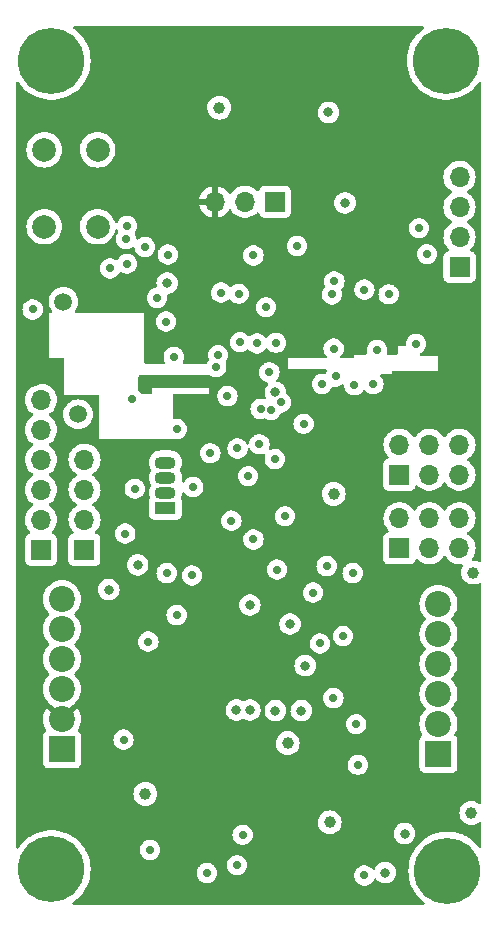
<source format=gbr>
%TF.GenerationSoftware,KiCad,Pcbnew,(7.0.0)*%
%TF.CreationDate,2023-07-06T10:13:39+01:00*%
%TF.ProjectId,wolf flight comp,776f6c66-2066-46c6-9967-687420636f6d,rev?*%
%TF.SameCoordinates,Original*%
%TF.FileFunction,Copper,L3,Inr*%
%TF.FilePolarity,Positive*%
%FSLAX46Y46*%
G04 Gerber Fmt 4.6, Leading zero omitted, Abs format (unit mm)*
G04 Created by KiCad (PCBNEW (7.0.0)) date 2023-07-06 10:13:39*
%MOMM*%
%LPD*%
G01*
G04 APERTURE LIST*
%TA.AperFunction,ComponentPad*%
%ADD10R,1.700000X1.700000*%
%TD*%
%TA.AperFunction,ComponentPad*%
%ADD11O,1.700000X1.700000*%
%TD*%
%TA.AperFunction,ComponentPad*%
%ADD12R,2.200000X2.200000*%
%TD*%
%TA.AperFunction,ComponentPad*%
%ADD13C,2.200000*%
%TD*%
%TA.AperFunction,ComponentPad*%
%ADD14C,5.600000*%
%TD*%
%TA.AperFunction,ComponentPad*%
%ADD15R,1.800000X1.070000*%
%TD*%
%TA.AperFunction,ComponentPad*%
%ADD16O,1.800000X1.070000*%
%TD*%
%TA.AperFunction,ComponentPad*%
%ADD17C,2.000000*%
%TD*%
%TA.AperFunction,ViaPad*%
%ADD18C,0.700000*%
%TD*%
%TA.AperFunction,ViaPad*%
%ADD19C,1.000000*%
%TD*%
%TA.AperFunction,ViaPad*%
%ADD20C,0.800000*%
%TD*%
%TA.AperFunction,ViaPad*%
%ADD21C,1.500000*%
%TD*%
G04 APERTURE END LIST*
D10*
%TO.N,GND*%
%TO.C,J10*%
X181999999Y-75879999D03*
D11*
%TO.N,SDA*%
X181999999Y-73339999D03*
%TO.N,SCL*%
X181999999Y-70799999D03*
%TO.N,I2C POWER*%
X181999999Y-68259999D03*
%TD*%
D12*
%TO.N,+BATT*%
%TO.C,J7*%
X180212999Y-117093999D03*
D13*
%TO.N,GND*%
X180213000Y-114554000D03*
%TO.N,ARM-*%
X180213000Y-112014000D03*
%TO.N,P1-*%
X180213000Y-109474000D03*
%TO.N,ARM-*%
X180213000Y-106934000D03*
%TO.N,P2-*%
X180213000Y-104394000D03*
%TD*%
D10*
%TO.N,SERVO1*%
%TO.C,J6*%
X176910999Y-99694999D03*
D11*
%TO.N,SERVO2*%
X176910999Y-97154999D03*
%TO.N,SERVO POWER*%
X179450999Y-99694999D03*
X179450999Y-97154999D03*
%TO.N,GND*%
X181990999Y-99694999D03*
X181990999Y-97154999D03*
%TD*%
D10*
%TO.N,GND*%
%TO.C,J2*%
X150240999Y-99821999D03*
D11*
%TO.N,USART1 TX*%
X150240999Y-97281999D03*
%TO.N,USART1 RX*%
X150240999Y-94741999D03*
%TO.N,UART POWER*%
X150240999Y-92201999D03*
%TD*%
D14*
%TO.N,GND*%
%TO.C,H4*%
X147447000Y-126873000D03*
%TD*%
D15*
%TO.N,LED RED*%
%TO.C,D2*%
X157098999Y-96265999D03*
D16*
%TO.N,LED GREEN*%
X157098999Y-94995999D03*
%TO.N,Net-(D2-K)*%
X157098999Y-93725999D03*
%TO.N,LED BLUE*%
X157098999Y-92455999D03*
%TD*%
D10*
%TO.N,SERVO3*%
%TO.C,J5*%
X176910999Y-93471999D03*
D11*
%TO.N,SERVO4*%
X176910999Y-90931999D03*
%TO.N,SERVO POWER*%
X179450999Y-93471999D03*
X179450999Y-90931999D03*
%TO.N,GND*%
X181990999Y-93471999D03*
X181990999Y-90931999D03*
%TD*%
D10*
%TO.N,GND*%
%TO.C,J3*%
X146557999Y-99821999D03*
D11*
%TO.N,MOSI*%
X146557999Y-97281999D03*
%TO.N,MISO*%
X146557999Y-94741999D03*
%TO.N,SCK*%
X146557999Y-92201999D03*
%TO.N,CS BRKOUT*%
X146557999Y-89661999D03*
%TO.N,SPI POWER*%
X146557999Y-87121999D03*
%TD*%
D12*
%TO.N,PB2*%
%TO.C,J4*%
X148335999Y-116712999D03*
D13*
%TO.N,+3V3*%
X148336000Y-114173000D03*
%TO.N,GND*%
X148336000Y-111633000D03*
%TO.N,+12V*%
X148336000Y-109093000D03*
%TO.N,ARM-*%
X148336000Y-106553000D03*
%TO.N,PC14*%
X148336000Y-104013000D03*
%TD*%
D10*
%TO.N,GND*%
%TO.C,J9*%
X166369999Y-70357999D03*
D11*
%TO.N,Net-(J9-Pin_2)*%
X163829999Y-70357999D03*
%TO.N,+3V3*%
X161289999Y-70357999D03*
%TD*%
D14*
%TO.N,GND*%
%TO.C,H1*%
X180975000Y-127000000D03*
%TD*%
%TO.N,GND*%
%TO.C,H2*%
X147447000Y-58420000D03*
%TD*%
%TO.N,GND*%
%TO.C,H3*%
X180848000Y-58420000D03*
%TD*%
D17*
%TO.N,GND*%
%TO.C,SW1*%
X146848000Y-72465000D03*
X146848000Y-65965000D03*
%TO.N,RESET*%
X151348000Y-72465000D03*
X151348000Y-65965000D03*
%TD*%
D18*
%TO.N,GND*%
X171323000Y-112369600D03*
X161800000Y-78050000D03*
X158038800Y-105359200D03*
X172135800Y-107137200D03*
X166350000Y-92150000D03*
D19*
X183000000Y-122100000D03*
D18*
X153850000Y-75600000D03*
X158050000Y-89611200D03*
D19*
X161650000Y-62400000D03*
D18*
X163144200Y-126542800D03*
X171336459Y-82786459D03*
D20*
X177350000Y-123850000D03*
D18*
X173950000Y-77800000D03*
D21*
X148463000Y-78841600D03*
D18*
X163626800Y-123952000D03*
X162687000Y-97358200D03*
X178300000Y-82400000D03*
X165900000Y-84800000D03*
X164550000Y-98950000D03*
X154300000Y-87100000D03*
X172950000Y-101800000D03*
X173385891Y-118024223D03*
X153700000Y-98450000D03*
X157302200Y-74828400D03*
X157150000Y-80500000D03*
X175000000Y-82900000D03*
X153750000Y-73500000D03*
D20*
X172300000Y-70450000D03*
D19*
X167450000Y-116200000D03*
D18*
%TO.N,+5V*%
X155778200Y-125247400D03*
X145850000Y-79474701D03*
D21*
X149700000Y-88350000D03*
D19*
X155400000Y-120500000D03*
%TO.N,+12V*%
X171350000Y-95100000D03*
D20*
X175700000Y-127150000D03*
D19*
X171000000Y-122900000D03*
X183150000Y-101750000D03*
%TO.N,+3V3*%
X178700000Y-65950000D03*
D18*
X169750000Y-81250000D03*
X159500000Y-78850000D03*
X173850000Y-70800000D03*
X168700000Y-91300000D03*
X165076608Y-97177314D03*
X151050000Y-87550000D03*
X158250000Y-72500000D03*
D19*
X165500000Y-116150000D03*
D21*
X145850500Y-85250000D03*
D18*
X157150000Y-82050000D03*
X153250000Y-95150000D03*
X168000000Y-101500000D03*
D19*
X166250000Y-121550000D03*
X156900000Y-65950000D03*
D18*
X163200000Y-84000000D03*
X177400000Y-80700000D03*
X168050000Y-76950000D03*
X168500000Y-124102000D03*
X172450000Y-77800000D03*
X155050000Y-77050000D03*
X158000000Y-103200000D03*
%TO.N,Net-(U1-ADJ)*%
X173950000Y-127400000D03*
%TO.N,BOOT0*%
X163300000Y-78150000D03*
X164550000Y-74900000D03*
%TO.N,VBUS*%
X174700000Y-85800000D03*
X173250000Y-114600000D03*
%TO.N,LED RED*%
X160900000Y-91650000D03*
X159449500Y-94500000D03*
%TO.N,SCK*%
X169600000Y-103450000D03*
D20*
X154750000Y-101100000D03*
D18*
X164100000Y-93600000D03*
%TO.N,MISO*%
X159350000Y-102000000D03*
D20*
X164250000Y-104500000D03*
D18*
X163200000Y-91250000D03*
D20*
X168925000Y-109625000D03*
%TO.N,MOSI*%
X167650000Y-106100000D03*
X152300000Y-103200000D03*
%TO.N,USART1 TX*%
X166400000Y-86500000D03*
D18*
%TO.N,USART1 RX*%
X162350000Y-86800000D03*
%TO.N,SCL*%
X153850000Y-72400000D03*
X165600000Y-79300000D03*
%TO.N,SDA*%
X175999500Y-78200000D03*
D20*
%TO.N,BUZZER*%
X170900000Y-62800000D03*
D18*
X179250000Y-74800000D03*
X178550000Y-72600000D03*
X166850000Y-87350000D03*
X173100000Y-85900000D03*
%TO.N,ACCEL INT1*%
X152400000Y-76000000D03*
X157800000Y-83500000D03*
%TO.N,BARO INT*%
X170350000Y-85800000D03*
X155350000Y-74200000D03*
D20*
X157250000Y-77250500D03*
D18*
X156400000Y-78500000D03*
%TO.N,ACCEL INT2*%
X164850000Y-82350000D03*
X168250000Y-74100000D03*
%TO.N,GYRO INT4*%
X168800000Y-89150000D03*
X171200000Y-78200500D03*
%TO.N,GYRO INT3*%
X163400000Y-82250000D03*
X171400000Y-77100000D03*
%TO.N,SERVO4*%
X166450000Y-82300000D03*
X171500000Y-85150000D03*
%TO.N,P2 EN*%
X165150000Y-87900000D03*
X170750000Y-101200000D03*
%TO.N,P1 EN*%
X170174276Y-107760372D03*
X166029763Y-87992590D03*
D20*
%TO.N,Net-(J8-CD{slash}DAT3)*%
X163100000Y-113400000D03*
%TO.N,Net-(J8-CMD)*%
X164250000Y-113400000D03*
%TO.N,Net-(J8-CLK)*%
X166400000Y-113450000D03*
%TO.N,Net-(J8-DAT0)*%
X168600000Y-113450000D03*
D18*
%TO.N,Net-(U2-ADJ)*%
X160600000Y-127200000D03*
%TO.N,CS BRKOUT*%
X161400000Y-84350000D03*
%TO.N,PC14*%
X154500000Y-94650000D03*
X161550000Y-83350000D03*
%TO.N,PB2*%
X155650000Y-107600000D03*
X167208931Y-96991069D03*
X166550000Y-101500000D03*
X165050500Y-90900000D03*
X157200000Y-101800000D03*
X153550000Y-115900000D03*
%TD*%
%TA.AperFunction,Conductor*%
%TO.N,+3V3*%
G36*
X178945649Y-55490580D02*
G01*
X178990500Y-55532153D01*
X179010027Y-55590106D01*
X178999480Y-55650344D01*
X178961425Y-55698216D01*
X178705636Y-55892661D01*
X178705628Y-55892667D01*
X178702977Y-55894683D01*
X178700553Y-55896978D01*
X178700546Y-55896985D01*
X178444953Y-56139095D01*
X178444938Y-56139110D01*
X178442516Y-56141405D01*
X178440353Y-56143950D01*
X178440342Y-56143963D01*
X178212431Y-56412282D01*
X178212425Y-56412289D01*
X178210258Y-56414841D01*
X178208378Y-56417613D01*
X178208371Y-56417623D01*
X178010815Y-56708996D01*
X178010807Y-56709008D01*
X178008925Y-56711785D01*
X178007350Y-56714755D01*
X178007348Y-56714759D01*
X177842452Y-57025784D01*
X177842443Y-57025801D01*
X177840877Y-57028757D01*
X177839636Y-57031869D01*
X177839632Y-57031880D01*
X177709330Y-57358913D01*
X177709327Y-57358921D01*
X177708085Y-57362039D01*
X177707185Y-57365277D01*
X177707185Y-57365280D01*
X177613004Y-57704485D01*
X177613000Y-57704500D01*
X177612105Y-57707726D01*
X177611564Y-57711023D01*
X177611561Y-57711039D01*
X177554607Y-58058449D01*
X177554064Y-58061763D01*
X177553882Y-58065103D01*
X177553881Y-58065121D01*
X177534823Y-58416643D01*
X177534641Y-58420000D01*
X177534823Y-58423357D01*
X177553881Y-58774878D01*
X177553882Y-58774894D01*
X177554064Y-58778237D01*
X177554606Y-58781547D01*
X177554607Y-58781550D01*
X177611561Y-59128960D01*
X177611563Y-59128972D01*
X177612105Y-59132274D01*
X177613001Y-59135503D01*
X177613004Y-59135514D01*
X177688884Y-59408806D01*
X177708085Y-59477961D01*
X177840877Y-59811243D01*
X177842447Y-59814205D01*
X177842452Y-59814215D01*
X177962356Y-60040377D01*
X178008925Y-60128215D01*
X178010812Y-60130998D01*
X178010815Y-60131003D01*
X178084333Y-60239434D01*
X178210258Y-60425159D01*
X178442516Y-60698595D01*
X178444947Y-60700898D01*
X178444953Y-60700904D01*
X178624533Y-60871011D01*
X178702977Y-60945317D01*
X178988586Y-61162431D01*
X179295995Y-61347393D01*
X179621599Y-61498033D01*
X179961583Y-61612587D01*
X180311958Y-61689711D01*
X180668618Y-61728500D01*
X181024024Y-61728500D01*
X181027382Y-61728500D01*
X181384042Y-61689711D01*
X181734417Y-61612587D01*
X182074401Y-61498033D01*
X182400005Y-61347393D01*
X182707414Y-61162431D01*
X182993023Y-60945317D01*
X183253484Y-60698595D01*
X183485742Y-60425159D01*
X183617867Y-60230288D01*
X183664804Y-60189088D01*
X183725871Y-60175992D01*
X183785576Y-60194324D01*
X183828771Y-60239434D01*
X183844500Y-60299876D01*
X183844500Y-100770810D01*
X183828391Y-100831929D01*
X183784249Y-100877168D01*
X183723543Y-100894773D01*
X183662047Y-100880168D01*
X183543176Y-100816630D01*
X183543172Y-100816628D01*
X183537804Y-100813759D01*
X183486856Y-100798304D01*
X183353531Y-100757860D01*
X183353526Y-100757859D01*
X183347701Y-100756092D01*
X183341642Y-100755495D01*
X183341636Y-100755494D01*
X183150000Y-100736620D01*
X183150225Y-100734326D01*
X183094650Y-100718404D01*
X183048911Y-100667675D01*
X183036975Y-100600422D01*
X183062463Y-100537051D01*
X183063251Y-100536038D01*
X183066722Y-100532268D01*
X183189860Y-100343791D01*
X183280296Y-100137616D01*
X183335564Y-99919368D01*
X183354156Y-99695000D01*
X183335564Y-99470632D01*
X183280296Y-99252384D01*
X183189860Y-99046209D01*
X183075067Y-98870505D01*
X183069525Y-98862022D01*
X183069523Y-98862020D01*
X183066722Y-98857732D01*
X183014595Y-98801107D01*
X182917711Y-98695864D01*
X182917706Y-98695859D01*
X182914240Y-98692094D01*
X182901597Y-98682253D01*
X182740623Y-98556960D01*
X182740615Y-98556955D01*
X182736576Y-98553811D01*
X182732064Y-98551369D01*
X182732061Y-98551367D01*
X182700070Y-98534055D01*
X182652564Y-98488474D01*
X182635086Y-98425000D01*
X182652564Y-98361526D01*
X182700070Y-98315945D01*
X182700109Y-98315923D01*
X182736576Y-98296189D01*
X182914240Y-98157906D01*
X183066722Y-97992268D01*
X183189860Y-97803791D01*
X183280296Y-97597616D01*
X183335564Y-97379368D01*
X183354156Y-97155000D01*
X183335564Y-96930632D01*
X183280296Y-96712384D01*
X183189860Y-96506209D01*
X183087520Y-96349565D01*
X183069525Y-96322022D01*
X183069523Y-96322020D01*
X183066722Y-96317732D01*
X183063246Y-96313956D01*
X182917711Y-96155864D01*
X182917708Y-96155861D01*
X182914240Y-96152094D01*
X182863734Y-96112783D01*
X182740623Y-96016960D01*
X182740615Y-96016955D01*
X182736576Y-96013811D01*
X182732071Y-96011373D01*
X182732065Y-96011369D01*
X182543080Y-95909096D01*
X182543074Y-95909093D01*
X182538574Y-95906658D01*
X182533733Y-95904996D01*
X182533726Y-95904993D01*
X182330488Y-95835222D01*
X182330487Y-95835221D01*
X182325635Y-95833556D01*
X182320585Y-95832713D01*
X182320576Y-95832711D01*
X182108631Y-95797344D01*
X182108622Y-95797343D01*
X182103569Y-95796500D01*
X181878431Y-95796500D01*
X181873378Y-95797343D01*
X181873368Y-95797344D01*
X181661423Y-95832711D01*
X181661411Y-95832713D01*
X181656365Y-95833556D01*
X181651515Y-95835220D01*
X181651511Y-95835222D01*
X181448273Y-95904993D01*
X181448262Y-95904997D01*
X181443426Y-95906658D01*
X181438929Y-95909091D01*
X181438919Y-95909096D01*
X181249934Y-96011369D01*
X181249922Y-96011376D01*
X181245424Y-96013811D01*
X181241389Y-96016951D01*
X181241376Y-96016960D01*
X181071801Y-96148948D01*
X181071795Y-96148952D01*
X181067760Y-96152094D01*
X181064297Y-96155855D01*
X181064288Y-96155864D01*
X180918753Y-96313956D01*
X180918747Y-96313963D01*
X180915278Y-96317732D01*
X180912481Y-96322012D01*
X180912474Y-96322022D01*
X180824809Y-96456205D01*
X180780017Y-96497438D01*
X180721000Y-96512383D01*
X180661983Y-96497438D01*
X180617191Y-96456205D01*
X180529525Y-96322022D01*
X180529523Y-96322020D01*
X180526722Y-96317732D01*
X180523246Y-96313956D01*
X180377711Y-96155864D01*
X180377708Y-96155861D01*
X180374240Y-96152094D01*
X180323734Y-96112783D01*
X180200623Y-96016960D01*
X180200615Y-96016955D01*
X180196576Y-96013811D01*
X180192071Y-96011373D01*
X180192065Y-96011369D01*
X180003080Y-95909096D01*
X180003074Y-95909093D01*
X179998574Y-95906658D01*
X179993733Y-95904996D01*
X179993726Y-95904993D01*
X179790488Y-95835222D01*
X179790487Y-95835221D01*
X179785635Y-95833556D01*
X179780585Y-95832713D01*
X179780576Y-95832711D01*
X179568631Y-95797344D01*
X179568622Y-95797343D01*
X179563569Y-95796500D01*
X179338431Y-95796500D01*
X179333378Y-95797343D01*
X179333368Y-95797344D01*
X179121423Y-95832711D01*
X179121411Y-95832713D01*
X179116365Y-95833556D01*
X179111515Y-95835220D01*
X179111511Y-95835222D01*
X178908273Y-95904993D01*
X178908262Y-95904997D01*
X178903426Y-95906658D01*
X178898929Y-95909091D01*
X178898919Y-95909096D01*
X178709934Y-96011369D01*
X178709922Y-96011376D01*
X178705424Y-96013811D01*
X178701389Y-96016951D01*
X178701376Y-96016960D01*
X178531801Y-96148948D01*
X178531795Y-96148952D01*
X178527760Y-96152094D01*
X178524297Y-96155855D01*
X178524288Y-96155864D01*
X178378753Y-96313956D01*
X178378747Y-96313963D01*
X178375278Y-96317732D01*
X178372481Y-96322012D01*
X178372474Y-96322022D01*
X178284809Y-96456205D01*
X178240017Y-96497438D01*
X178181000Y-96512383D01*
X178121983Y-96497438D01*
X178077191Y-96456205D01*
X177989525Y-96322022D01*
X177989523Y-96322020D01*
X177986722Y-96317732D01*
X177983246Y-96313956D01*
X177837711Y-96155864D01*
X177837708Y-96155861D01*
X177834240Y-96152094D01*
X177783734Y-96112783D01*
X177660623Y-96016960D01*
X177660615Y-96016955D01*
X177656576Y-96013811D01*
X177652071Y-96011373D01*
X177652065Y-96011369D01*
X177463080Y-95909096D01*
X177463074Y-95909093D01*
X177458574Y-95906658D01*
X177453733Y-95904996D01*
X177453726Y-95904993D01*
X177250488Y-95835222D01*
X177250487Y-95835221D01*
X177245635Y-95833556D01*
X177240585Y-95832713D01*
X177240576Y-95832711D01*
X177028631Y-95797344D01*
X177028622Y-95797343D01*
X177023569Y-95796500D01*
X176798431Y-95796500D01*
X176793378Y-95797343D01*
X176793368Y-95797344D01*
X176581423Y-95832711D01*
X176581411Y-95832713D01*
X176576365Y-95833556D01*
X176571515Y-95835220D01*
X176571511Y-95835222D01*
X176368273Y-95904993D01*
X176368262Y-95904997D01*
X176363426Y-95906658D01*
X176358929Y-95909091D01*
X176358919Y-95909096D01*
X176169934Y-96011369D01*
X176169922Y-96011376D01*
X176165424Y-96013811D01*
X176161389Y-96016951D01*
X176161376Y-96016960D01*
X175991801Y-96148948D01*
X175991795Y-96148952D01*
X175987760Y-96152094D01*
X175984297Y-96155855D01*
X175984288Y-96155864D01*
X175838753Y-96313956D01*
X175838747Y-96313963D01*
X175835278Y-96317732D01*
X175832481Y-96322012D01*
X175832474Y-96322022D01*
X175715509Y-96501052D01*
X175712140Y-96506209D01*
X175710085Y-96510892D01*
X175710080Y-96510903D01*
X175650761Y-96646140D01*
X175621704Y-96712384D01*
X175620446Y-96717349D01*
X175620445Y-96717354D01*
X175567695Y-96925657D01*
X175567693Y-96925666D01*
X175566436Y-96930632D01*
X175566012Y-96935741D01*
X175566011Y-96935751D01*
X175556188Y-97054304D01*
X175547844Y-97155000D01*
X175548268Y-97160117D01*
X175566011Y-97374248D01*
X175566012Y-97374256D01*
X175566436Y-97379368D01*
X175567693Y-97384335D01*
X175567695Y-97384342D01*
X175599856Y-97511342D01*
X175621704Y-97597616D01*
X175634886Y-97627668D01*
X175710080Y-97799096D01*
X175710083Y-97799101D01*
X175712140Y-97803791D01*
X175742048Y-97849569D01*
X175832474Y-97987977D01*
X175832477Y-97987981D01*
X175835278Y-97992268D01*
X175980492Y-98150011D01*
X176009264Y-98202760D01*
X176009857Y-98262847D01*
X175982131Y-98316157D01*
X175932596Y-98350172D01*
X175823109Y-98391009D01*
X175823101Y-98391013D01*
X175814796Y-98394111D01*
X175807698Y-98399423D01*
X175807695Y-98399426D01*
X175704835Y-98476426D01*
X175704831Y-98476429D01*
X175697739Y-98481739D01*
X175692429Y-98488831D01*
X175692426Y-98488835D01*
X175615426Y-98591695D01*
X175615423Y-98591698D01*
X175610111Y-98598796D01*
X175607013Y-98607099D01*
X175607011Y-98607105D01*
X175561719Y-98728536D01*
X175561717Y-98728543D01*
X175559011Y-98735799D01*
X175558182Y-98743500D01*
X175558182Y-98743505D01*
X175554583Y-98776986D01*
X175552500Y-98796362D01*
X175552500Y-100593638D01*
X175552852Y-100596918D01*
X175552853Y-100596924D01*
X175557790Y-100642852D01*
X175559011Y-100654201D01*
X175561717Y-100661458D01*
X175561719Y-100661463D01*
X175607011Y-100782894D01*
X175610111Y-100791204D01*
X175615425Y-100798303D01*
X175615426Y-100798304D01*
X175653296Y-100848893D01*
X175697739Y-100908261D01*
X175814796Y-100995889D01*
X175951799Y-101046989D01*
X176012362Y-101053500D01*
X177806328Y-101053500D01*
X177809638Y-101053500D01*
X177870201Y-101046989D01*
X178007204Y-100995889D01*
X178124261Y-100908261D01*
X178211889Y-100791204D01*
X178257137Y-100669889D01*
X178293089Y-100618676D01*
X178349470Y-100591538D01*
X178411925Y-100595386D01*
X178464548Y-100629240D01*
X178524288Y-100694135D01*
X178524291Y-100694138D01*
X178527760Y-100697906D01*
X178531801Y-100701051D01*
X178701376Y-100833039D01*
X178701381Y-100833042D01*
X178705424Y-100836189D01*
X178709931Y-100838628D01*
X178709934Y-100838630D01*
X178889822Y-100935980D01*
X178903426Y-100943342D01*
X179116365Y-101016444D01*
X179338431Y-101053500D01*
X179558436Y-101053500D01*
X179563569Y-101053500D01*
X179785635Y-101016444D01*
X179998574Y-100943342D01*
X180196576Y-100836189D01*
X180374240Y-100697906D01*
X180526722Y-100532268D01*
X180580616Y-100449778D01*
X180617191Y-100393795D01*
X180661982Y-100352561D01*
X180721000Y-100337616D01*
X180780018Y-100352561D01*
X180824809Y-100393795D01*
X180912470Y-100527972D01*
X180912478Y-100527982D01*
X180915278Y-100532268D01*
X180918752Y-100536041D01*
X180918753Y-100536043D01*
X181064288Y-100694135D01*
X181064291Y-100694138D01*
X181067760Y-100697906D01*
X181071801Y-100701051D01*
X181241376Y-100833039D01*
X181241381Y-100833042D01*
X181245424Y-100836189D01*
X181249931Y-100838628D01*
X181249934Y-100838630D01*
X181429822Y-100935980D01*
X181443426Y-100943342D01*
X181656365Y-101016444D01*
X181878431Y-101053500D01*
X182098436Y-101053500D01*
X182103569Y-101053500D01*
X182157153Y-101044558D01*
X182224866Y-101052244D01*
X182278292Y-101094552D01*
X182301293Y-101158703D01*
X182286920Y-101225320D01*
X182216630Y-101356822D01*
X182216625Y-101356834D01*
X182213759Y-101362196D01*
X182211992Y-101368019D01*
X182211991Y-101368023D01*
X182157860Y-101546468D01*
X182157858Y-101546475D01*
X182156092Y-101552299D01*
X182155495Y-101558355D01*
X182155494Y-101558363D01*
X182143566Y-101679475D01*
X182136620Y-101750000D01*
X182137217Y-101756061D01*
X182155494Y-101941636D01*
X182155495Y-101941642D01*
X182156092Y-101947701D01*
X182157859Y-101953526D01*
X182157860Y-101953531D01*
X182189292Y-102057147D01*
X182213759Y-102137804D01*
X182216628Y-102143172D01*
X182216630Y-102143176D01*
X182239336Y-102185656D01*
X182307405Y-102313004D01*
X182311271Y-102317715D01*
X182311272Y-102317716D01*
X182343292Y-102356733D01*
X182433432Y-102466568D01*
X182586996Y-102592595D01*
X182762196Y-102686241D01*
X182952299Y-102743908D01*
X183150000Y-102763380D01*
X183347701Y-102743908D01*
X183537804Y-102686241D01*
X183662046Y-102619832D01*
X183723543Y-102605227D01*
X183784249Y-102622832D01*
X183828391Y-102668071D01*
X183844500Y-102729190D01*
X183844500Y-121226247D01*
X183825262Y-121292587D01*
X183773517Y-121338342D01*
X183705321Y-121349314D01*
X183641835Y-121322100D01*
X183567716Y-121261272D01*
X183567715Y-121261271D01*
X183563004Y-121257405D01*
X183504711Y-121226247D01*
X183393176Y-121166630D01*
X183393172Y-121166628D01*
X183387804Y-121163759D01*
X183381976Y-121161991D01*
X183203531Y-121107860D01*
X183203526Y-121107859D01*
X183197701Y-121106092D01*
X183191642Y-121105495D01*
X183191636Y-121105494D01*
X183006061Y-121087217D01*
X183000000Y-121086620D01*
X182993939Y-121087217D01*
X182808363Y-121105494D01*
X182808355Y-121105495D01*
X182802299Y-121106092D01*
X182796475Y-121107858D01*
X182796468Y-121107860D01*
X182618023Y-121161991D01*
X182618019Y-121161992D01*
X182612196Y-121163759D01*
X182606830Y-121166626D01*
X182606823Y-121166630D01*
X182442372Y-121254531D01*
X182442368Y-121254533D01*
X182436996Y-121257405D01*
X182432288Y-121261268D01*
X182432283Y-121261272D01*
X182288138Y-121379569D01*
X182288133Y-121379573D01*
X182283432Y-121383432D01*
X182279573Y-121388133D01*
X182279569Y-121388138D01*
X182161272Y-121532283D01*
X182161268Y-121532288D01*
X182157405Y-121536996D01*
X182154533Y-121542368D01*
X182154531Y-121542372D01*
X182066630Y-121706823D01*
X182066626Y-121706830D01*
X182063759Y-121712196D01*
X182061992Y-121718019D01*
X182061991Y-121718023D01*
X182007860Y-121896468D01*
X182007858Y-121896475D01*
X182006092Y-121902299D01*
X182005495Y-121908355D01*
X182005494Y-121908363D01*
X181991098Y-122054531D01*
X181986620Y-122100000D01*
X181987217Y-122106061D01*
X182005494Y-122291636D01*
X182005495Y-122291642D01*
X182006092Y-122297701D01*
X182007859Y-122303526D01*
X182007860Y-122303531D01*
X182061991Y-122481976D01*
X182063759Y-122487804D01*
X182066628Y-122493172D01*
X182066630Y-122493176D01*
X182079911Y-122518023D01*
X182157405Y-122663004D01*
X182283432Y-122816568D01*
X182436996Y-122942595D01*
X182612196Y-123036241D01*
X182802299Y-123093908D01*
X183000000Y-123113380D01*
X183197701Y-123093908D01*
X183387804Y-123036241D01*
X183563004Y-122942595D01*
X183641834Y-122877900D01*
X183705321Y-122850686D01*
X183773517Y-122861658D01*
X183825262Y-122907413D01*
X183844500Y-122973753D01*
X183844500Y-124932813D01*
X183828771Y-124993256D01*
X183785575Y-125038365D01*
X183725871Y-125056697D01*
X183664803Y-125043601D01*
X183617866Y-125002399D01*
X183616577Y-125000498D01*
X183612742Y-124994841D01*
X183411993Y-124758500D01*
X183382657Y-124723963D01*
X183382654Y-124723960D01*
X183380484Y-124721405D01*
X183378051Y-124719100D01*
X183378046Y-124719095D01*
X183122453Y-124476985D01*
X183120023Y-124474683D01*
X182834414Y-124257569D01*
X182831540Y-124255840D01*
X182831536Y-124255837D01*
X182529887Y-124074341D01*
X182529886Y-124074340D01*
X182527005Y-124072607D01*
X182456370Y-124039928D01*
X182204455Y-123923380D01*
X182204456Y-123923380D01*
X182201401Y-123921967D01*
X182108957Y-123890819D01*
X181864591Y-123808482D01*
X181864583Y-123808479D01*
X181861417Y-123807413D01*
X181858150Y-123806694D01*
X181858147Y-123806693D01*
X181514323Y-123731011D01*
X181514319Y-123731010D01*
X181511042Y-123730289D01*
X181507706Y-123729926D01*
X181507699Y-123729925D01*
X181157720Y-123691863D01*
X181157719Y-123691862D01*
X181154382Y-123691500D01*
X180795618Y-123691500D01*
X180792281Y-123691862D01*
X180792279Y-123691863D01*
X180442300Y-123729925D01*
X180442290Y-123729926D01*
X180438958Y-123730289D01*
X180435683Y-123731009D01*
X180435676Y-123731011D01*
X180091852Y-123806693D01*
X180091844Y-123806695D01*
X180088583Y-123807413D01*
X180085421Y-123808478D01*
X180085408Y-123808482D01*
X179751786Y-123920893D01*
X179751783Y-123920894D01*
X179748599Y-123921967D01*
X179745550Y-123923377D01*
X179745544Y-123923380D01*
X179426050Y-124071193D01*
X179426040Y-124071197D01*
X179422995Y-124072607D01*
X179420121Y-124074336D01*
X179420112Y-124074341D01*
X179118463Y-124255837D01*
X179118450Y-124255845D01*
X179115586Y-124257569D01*
X179112928Y-124259589D01*
X179112917Y-124259597D01*
X178832636Y-124472661D01*
X178832628Y-124472667D01*
X178829977Y-124474683D01*
X178827553Y-124476978D01*
X178827546Y-124476985D01*
X178571953Y-124719095D01*
X178571938Y-124719110D01*
X178569516Y-124721405D01*
X178567353Y-124723950D01*
X178567342Y-124723963D01*
X178339431Y-124992282D01*
X178339425Y-124992289D01*
X178337258Y-124994841D01*
X178335378Y-124997613D01*
X178335371Y-124997623D01*
X178137815Y-125288996D01*
X178137807Y-125289008D01*
X178135925Y-125291785D01*
X178134350Y-125294755D01*
X178134348Y-125294759D01*
X177969452Y-125605784D01*
X177969443Y-125605801D01*
X177967877Y-125608757D01*
X177966636Y-125611869D01*
X177966632Y-125611880D01*
X177836330Y-125938913D01*
X177836327Y-125938921D01*
X177835085Y-125942039D01*
X177834185Y-125945277D01*
X177834185Y-125945280D01*
X177740004Y-126284485D01*
X177740000Y-126284500D01*
X177739105Y-126287726D01*
X177738564Y-126291023D01*
X177738561Y-126291039D01*
X177685770Y-126613056D01*
X177681064Y-126641763D01*
X177680882Y-126645103D01*
X177680881Y-126645121D01*
X177661823Y-126996643D01*
X177661641Y-127000000D01*
X177661823Y-127003357D01*
X177680881Y-127354878D01*
X177680882Y-127354894D01*
X177681064Y-127358237D01*
X177681606Y-127361547D01*
X177681607Y-127361550D01*
X177738561Y-127708960D01*
X177738563Y-127708972D01*
X177739105Y-127712274D01*
X177740001Y-127715503D01*
X177740004Y-127715514D01*
X177803376Y-127943757D01*
X177835085Y-128057961D01*
X177836329Y-128061084D01*
X177836330Y-128061086D01*
X177918459Y-128267215D01*
X177967877Y-128391243D01*
X177969447Y-128394205D01*
X177969452Y-128394215D01*
X178068594Y-128581215D01*
X178135925Y-128708215D01*
X178137812Y-128710998D01*
X178137815Y-128711003D01*
X178335371Y-129002376D01*
X178337258Y-129005159D01*
X178339431Y-129007717D01*
X178461641Y-129151595D01*
X178569516Y-129278595D01*
X178571947Y-129280898D01*
X178571953Y-129280904D01*
X178695905Y-129398317D01*
X178829977Y-129525317D01*
X178832637Y-129527339D01*
X178832644Y-129527345D01*
X178996341Y-129651784D01*
X179034397Y-129699656D01*
X179044944Y-129759894D01*
X179025417Y-129817847D01*
X178980566Y-129859420D01*
X178921300Y-129874500D01*
X149322445Y-129874500D01*
X149260833Y-129858110D01*
X149215508Y-129813274D01*
X149198452Y-129751843D01*
X149214174Y-129690057D01*
X149258515Y-129644250D01*
X149306414Y-129615431D01*
X149592023Y-129398317D01*
X149852484Y-129151595D01*
X150084742Y-128878159D01*
X150286075Y-128581215D01*
X150454123Y-128264243D01*
X150586915Y-127930961D01*
X150682895Y-127585274D01*
X150740936Y-127231237D01*
X150742630Y-127200000D01*
X159736771Y-127200000D01*
X159737450Y-127206460D01*
X159754955Y-127373013D01*
X159754956Y-127373020D01*
X159755635Y-127379475D01*
X159757642Y-127385653D01*
X159757643Y-127385656D01*
X159799791Y-127515377D01*
X159811401Y-127551107D01*
X159814648Y-127556731D01*
X159814649Y-127556733D01*
X159892613Y-127691771D01*
X159901633Y-127707393D01*
X159946059Y-127756733D01*
X160014444Y-127832683D01*
X160022387Y-127841504D01*
X160168385Y-127947578D01*
X160174320Y-127950220D01*
X160174321Y-127950221D01*
X160327309Y-128018336D01*
X160327310Y-128018336D01*
X160333248Y-128020980D01*
X160509768Y-128058500D01*
X160683729Y-128058500D01*
X160690232Y-128058500D01*
X160866752Y-128020980D01*
X161031615Y-127947578D01*
X161177613Y-127841504D01*
X161298367Y-127707393D01*
X161388599Y-127551107D01*
X161444365Y-127379475D01*
X161463229Y-127200000D01*
X161444365Y-127020525D01*
X161388599Y-126848893D01*
X161298367Y-126692607D01*
X161177613Y-126558496D01*
X161172355Y-126554675D01*
X161172353Y-126554674D01*
X161156010Y-126542800D01*
X162280971Y-126542800D01*
X162281650Y-126549260D01*
X162299155Y-126715813D01*
X162299156Y-126715820D01*
X162299835Y-126722275D01*
X162301842Y-126728453D01*
X162301843Y-126728456D01*
X162349898Y-126876357D01*
X162355601Y-126893907D01*
X162358848Y-126899531D01*
X162358849Y-126899533D01*
X162441833Y-127043266D01*
X162445833Y-127050193D01*
X162566587Y-127184304D01*
X162712585Y-127290378D01*
X162718520Y-127293020D01*
X162718521Y-127293021D01*
X162871509Y-127361136D01*
X162871510Y-127361136D01*
X162877448Y-127363780D01*
X163053968Y-127401300D01*
X163227929Y-127401300D01*
X163234432Y-127401300D01*
X163240548Y-127400000D01*
X173086771Y-127400000D01*
X173087450Y-127406460D01*
X173104955Y-127573013D01*
X173104956Y-127573020D01*
X173105635Y-127579475D01*
X173107642Y-127585653D01*
X173107643Y-127585656D01*
X173148783Y-127712274D01*
X173161401Y-127751107D01*
X173164648Y-127756731D01*
X173164649Y-127756733D01*
X173210802Y-127836673D01*
X173251633Y-127907393D01*
X173372387Y-128041504D01*
X173518385Y-128147578D01*
X173524320Y-128150220D01*
X173524321Y-128150221D01*
X173677309Y-128218336D01*
X173677310Y-128218336D01*
X173683248Y-128220980D01*
X173859768Y-128258500D01*
X174033729Y-128258500D01*
X174040232Y-128258500D01*
X174216752Y-128220980D01*
X174381615Y-128147578D01*
X174527613Y-128041504D01*
X174648367Y-127907393D01*
X174738599Y-127751107D01*
X174746773Y-127725949D01*
X174784169Y-127669978D01*
X174845302Y-127641792D01*
X174912153Y-127649702D01*
X174960230Y-127687600D01*
X174960960Y-127686944D01*
X175088747Y-127828866D01*
X175093997Y-127832680D01*
X175094000Y-127832683D01*
X175189085Y-127901766D01*
X175243248Y-127941118D01*
X175417712Y-128018794D01*
X175424070Y-128020145D01*
X175424072Y-128020146D01*
X175427996Y-128020980D01*
X175604513Y-128058500D01*
X175788984Y-128058500D01*
X175795487Y-128058500D01*
X175982288Y-128018794D01*
X176156752Y-127941118D01*
X176311253Y-127828866D01*
X176439040Y-127686944D01*
X176534527Y-127521556D01*
X176593542Y-127339928D01*
X176613504Y-127150000D01*
X176593542Y-126960072D01*
X176534527Y-126778444D01*
X176439040Y-126613056D01*
X176311253Y-126471134D01*
X176306003Y-126467319D01*
X176305999Y-126467316D01*
X176162006Y-126362699D01*
X176162004Y-126362697D01*
X176156752Y-126358882D01*
X176150821Y-126356241D01*
X176150817Y-126356239D01*
X175988226Y-126283849D01*
X175988219Y-126283846D01*
X175982288Y-126281206D01*
X175975935Y-126279855D01*
X175975927Y-126279853D01*
X175801849Y-126242852D01*
X175801846Y-126242851D01*
X175795487Y-126241500D01*
X175604513Y-126241500D01*
X175598154Y-126242851D01*
X175598150Y-126242852D01*
X175424072Y-126279853D01*
X175424061Y-126279856D01*
X175417712Y-126281206D01*
X175411782Y-126283845D01*
X175411773Y-126283849D01*
X175249182Y-126356239D01*
X175249174Y-126356243D01*
X175243248Y-126358882D01*
X175237999Y-126362695D01*
X175237993Y-126362699D01*
X175094000Y-126467316D01*
X175093991Y-126467323D01*
X175088747Y-126471134D01*
X175084403Y-126475957D01*
X175084400Y-126475961D01*
X174965307Y-126608228D01*
X174960960Y-126613056D01*
X174957714Y-126618676D01*
X174957711Y-126618682D01*
X174868721Y-126772817D01*
X174868718Y-126772822D01*
X174865473Y-126778444D01*
X174863468Y-126784613D01*
X174863466Y-126784619D01*
X174847014Y-126835255D01*
X174812055Y-126889086D01*
X174754864Y-126918226D01*
X174690765Y-126914867D01*
X174636933Y-126879908D01*
X174531962Y-126763326D01*
X174531961Y-126763325D01*
X174527613Y-126758496D01*
X174522355Y-126754675D01*
X174522353Y-126754674D01*
X174386873Y-126656242D01*
X174386871Y-126656241D01*
X174381615Y-126652422D01*
X174375683Y-126649780D01*
X174375678Y-126649778D01*
X174222690Y-126581663D01*
X174222683Y-126581660D01*
X174216752Y-126579020D01*
X174142917Y-126563326D01*
X174046594Y-126542852D01*
X174046591Y-126542851D01*
X174040232Y-126541500D01*
X173859768Y-126541500D01*
X173853409Y-126542851D01*
X173853405Y-126542852D01*
X173689609Y-126577667D01*
X173689600Y-126577669D01*
X173683248Y-126579020D01*
X173677313Y-126581662D01*
X173677305Y-126581665D01*
X173524323Y-126649778D01*
X173524318Y-126649780D01*
X173518386Y-126652422D01*
X173513132Y-126656238D01*
X173513127Y-126656242D01*
X173377646Y-126754674D01*
X173377639Y-126754679D01*
X173372387Y-126758496D01*
X173368042Y-126763320D01*
X173368037Y-126763326D01*
X173263067Y-126879908D01*
X173251633Y-126892607D01*
X173248387Y-126898227D01*
X173248384Y-126898233D01*
X173164649Y-127043266D01*
X173164646Y-127043271D01*
X173161401Y-127048893D01*
X173159395Y-127055065D01*
X173159393Y-127055071D01*
X173107643Y-127214343D01*
X173107641Y-127214348D01*
X173105635Y-127220525D01*
X173104956Y-127226977D01*
X173104955Y-127226986D01*
X173088928Y-127379475D01*
X173086771Y-127400000D01*
X163240548Y-127400000D01*
X163410952Y-127363780D01*
X163575815Y-127290378D01*
X163721813Y-127184304D01*
X163842567Y-127050193D01*
X163932799Y-126893907D01*
X163988565Y-126722275D01*
X164007429Y-126542800D01*
X163988565Y-126363325D01*
X163932799Y-126191693D01*
X163842567Y-126035407D01*
X163721813Y-125901296D01*
X163716555Y-125897475D01*
X163716553Y-125897474D01*
X163581073Y-125799042D01*
X163581071Y-125799041D01*
X163575815Y-125795222D01*
X163569883Y-125792580D01*
X163569878Y-125792578D01*
X163416890Y-125724463D01*
X163416883Y-125724460D01*
X163410952Y-125721820D01*
X163376715Y-125714542D01*
X163240794Y-125685652D01*
X163240791Y-125685651D01*
X163234432Y-125684300D01*
X163053968Y-125684300D01*
X163047609Y-125685651D01*
X163047605Y-125685652D01*
X162883809Y-125720467D01*
X162883800Y-125720469D01*
X162877448Y-125721820D01*
X162871513Y-125724462D01*
X162871505Y-125724465D01*
X162718523Y-125792578D01*
X162718518Y-125792580D01*
X162712586Y-125795222D01*
X162707332Y-125799038D01*
X162707327Y-125799042D01*
X162571846Y-125897474D01*
X162571839Y-125897479D01*
X162566587Y-125901296D01*
X162562242Y-125906120D01*
X162562237Y-125906126D01*
X162450180Y-126030579D01*
X162445833Y-126035407D01*
X162442587Y-126041027D01*
X162442584Y-126041033D01*
X162358849Y-126186066D01*
X162358846Y-126186071D01*
X162355601Y-126191693D01*
X162353595Y-126197865D01*
X162353593Y-126197871D01*
X162301843Y-126357143D01*
X162301841Y-126357148D01*
X162299835Y-126363325D01*
X162299156Y-126369777D01*
X162299155Y-126369786D01*
X162287996Y-126475961D01*
X162280971Y-126542800D01*
X161156010Y-126542800D01*
X161036873Y-126456242D01*
X161036871Y-126456241D01*
X161031615Y-126452422D01*
X161025683Y-126449780D01*
X161025678Y-126449778D01*
X160872690Y-126381663D01*
X160872683Y-126381660D01*
X160866752Y-126379020D01*
X160772009Y-126358882D01*
X160696594Y-126342852D01*
X160696591Y-126342851D01*
X160690232Y-126341500D01*
X160509768Y-126341500D01*
X160503409Y-126342851D01*
X160503405Y-126342852D01*
X160339609Y-126377667D01*
X160339600Y-126377669D01*
X160333248Y-126379020D01*
X160327313Y-126381662D01*
X160327305Y-126381665D01*
X160174323Y-126449778D01*
X160174318Y-126449780D01*
X160168386Y-126452422D01*
X160163132Y-126456238D01*
X160163127Y-126456242D01*
X160027646Y-126554674D01*
X160027639Y-126554679D01*
X160022387Y-126558496D01*
X160018042Y-126563320D01*
X160018037Y-126563326D01*
X159934376Y-126656242D01*
X159901633Y-126692607D01*
X159898387Y-126698227D01*
X159898384Y-126698233D01*
X159814649Y-126843266D01*
X159814646Y-126843271D01*
X159811401Y-126848893D01*
X159809395Y-126855065D01*
X159809393Y-126855071D01*
X159757643Y-127014343D01*
X159757641Y-127014348D01*
X159755635Y-127020525D01*
X159754956Y-127026977D01*
X159754955Y-127026986D01*
X159738421Y-127184304D01*
X159736771Y-127200000D01*
X150742630Y-127200000D01*
X150760359Y-126873000D01*
X150740936Y-126514763D01*
X150682895Y-126160726D01*
X150586915Y-125815039D01*
X150454123Y-125481757D01*
X150329875Y-125247400D01*
X154914971Y-125247400D01*
X154915650Y-125253860D01*
X154933155Y-125420413D01*
X154933156Y-125420420D01*
X154933835Y-125426875D01*
X154935842Y-125433053D01*
X154935843Y-125433056D01*
X154952681Y-125484880D01*
X154989601Y-125598507D01*
X155079833Y-125754793D01*
X155200587Y-125888904D01*
X155205845Y-125892724D01*
X155205846Y-125892725D01*
X155217643Y-125901296D01*
X155346585Y-125994978D01*
X155352520Y-125997620D01*
X155352521Y-125997621D01*
X155505509Y-126065736D01*
X155505510Y-126065736D01*
X155511448Y-126068380D01*
X155687968Y-126105900D01*
X155861929Y-126105900D01*
X155868432Y-126105900D01*
X156044952Y-126068380D01*
X156209815Y-125994978D01*
X156355813Y-125888904D01*
X156476567Y-125754793D01*
X156566799Y-125598507D01*
X156622565Y-125426875D01*
X156641429Y-125247400D01*
X156622565Y-125067925D01*
X156566799Y-124896293D01*
X156476567Y-124740007D01*
X156355813Y-124605896D01*
X156350555Y-124602075D01*
X156350553Y-124602074D01*
X156215073Y-124503642D01*
X156215071Y-124503641D01*
X156209815Y-124499822D01*
X156203883Y-124497180D01*
X156203878Y-124497178D01*
X156050890Y-124429063D01*
X156050883Y-124429060D01*
X156044952Y-124426420D01*
X156010715Y-124419142D01*
X155874794Y-124390252D01*
X155874791Y-124390251D01*
X155868432Y-124388900D01*
X155687968Y-124388900D01*
X155681609Y-124390251D01*
X155681605Y-124390252D01*
X155517809Y-124425067D01*
X155517800Y-124425069D01*
X155511448Y-124426420D01*
X155505513Y-124429062D01*
X155505505Y-124429065D01*
X155352523Y-124497178D01*
X155352518Y-124497180D01*
X155346586Y-124499822D01*
X155341332Y-124503638D01*
X155341327Y-124503642D01*
X155205846Y-124602074D01*
X155205839Y-124602079D01*
X155200587Y-124605896D01*
X155196242Y-124610720D01*
X155196237Y-124610726D01*
X155101314Y-124716150D01*
X155079833Y-124740007D01*
X155076587Y-124745627D01*
X155076584Y-124745633D01*
X154992849Y-124890666D01*
X154992846Y-124890671D01*
X154989601Y-124896293D01*
X154987595Y-124902465D01*
X154987593Y-124902471D01*
X154935843Y-125061743D01*
X154935841Y-125061748D01*
X154933835Y-125067925D01*
X154933156Y-125074377D01*
X154933155Y-125074386D01*
X154915871Y-125238832D01*
X154914971Y-125247400D01*
X150329875Y-125247400D01*
X150286075Y-125164785D01*
X150084742Y-124867841D01*
X149938573Y-124695757D01*
X149854657Y-124596963D01*
X149854654Y-124596960D01*
X149852484Y-124594405D01*
X149850051Y-124592100D01*
X149850046Y-124592095D01*
X149638566Y-124391771D01*
X149592023Y-124347683D01*
X149473480Y-124257569D01*
X149309082Y-124132597D01*
X149309080Y-124132595D01*
X149306414Y-124130569D01*
X149303540Y-124128840D01*
X149303536Y-124128837D01*
X149009630Y-123952000D01*
X162763571Y-123952000D01*
X162764250Y-123958460D01*
X162781755Y-124125013D01*
X162781756Y-124125020D01*
X162782435Y-124131475D01*
X162784442Y-124137653D01*
X162784443Y-124137656D01*
X162813531Y-124227182D01*
X162838201Y-124303107D01*
X162841448Y-124308731D01*
X162841449Y-124308733D01*
X162883355Y-124381317D01*
X162928433Y-124459393D01*
X163049187Y-124593504D01*
X163054445Y-124597324D01*
X163054446Y-124597325D01*
X163066243Y-124605896D01*
X163195185Y-124699578D01*
X163201120Y-124702220D01*
X163201121Y-124702221D01*
X163354109Y-124770336D01*
X163354110Y-124770336D01*
X163360048Y-124772980D01*
X163536568Y-124810500D01*
X163710529Y-124810500D01*
X163717032Y-124810500D01*
X163893552Y-124772980D01*
X164058415Y-124699578D01*
X164204413Y-124593504D01*
X164325167Y-124459393D01*
X164415399Y-124303107D01*
X164471165Y-124131475D01*
X164490029Y-123952000D01*
X164471165Y-123772525D01*
X164415399Y-123600893D01*
X164325167Y-123444607D01*
X164204413Y-123310496D01*
X164199155Y-123306675D01*
X164199153Y-123306674D01*
X164063673Y-123208242D01*
X164063671Y-123208241D01*
X164058415Y-123204422D01*
X164052483Y-123201780D01*
X164052478Y-123201778D01*
X163899490Y-123133663D01*
X163899483Y-123133660D01*
X163893552Y-123131020D01*
X163859315Y-123123742D01*
X163723394Y-123094852D01*
X163723391Y-123094851D01*
X163717032Y-123093500D01*
X163536568Y-123093500D01*
X163530209Y-123094851D01*
X163530205Y-123094852D01*
X163366409Y-123129667D01*
X163366400Y-123129669D01*
X163360048Y-123131020D01*
X163354113Y-123133662D01*
X163354105Y-123133665D01*
X163201123Y-123201778D01*
X163201118Y-123201780D01*
X163195186Y-123204422D01*
X163189932Y-123208238D01*
X163189927Y-123208242D01*
X163054446Y-123306674D01*
X163054439Y-123306679D01*
X163049187Y-123310496D01*
X163044842Y-123315320D01*
X163044837Y-123315326D01*
X162932780Y-123439779D01*
X162928433Y-123444607D01*
X162925187Y-123450227D01*
X162925184Y-123450233D01*
X162841449Y-123595266D01*
X162841446Y-123595271D01*
X162838201Y-123600893D01*
X162836195Y-123607065D01*
X162836193Y-123607071D01*
X162784443Y-123766343D01*
X162784441Y-123766348D01*
X162782435Y-123772525D01*
X162781756Y-123778977D01*
X162781755Y-123778986D01*
X162766728Y-123921967D01*
X162763571Y-123952000D01*
X149009630Y-123952000D01*
X149001887Y-123947341D01*
X149001886Y-123947340D01*
X148999005Y-123945607D01*
X148945586Y-123920893D01*
X148676455Y-123796380D01*
X148676456Y-123796380D01*
X148673401Y-123794967D01*
X148580957Y-123763819D01*
X148336591Y-123681482D01*
X148336583Y-123681479D01*
X148333417Y-123680413D01*
X148330150Y-123679694D01*
X148330147Y-123679693D01*
X147986323Y-123604011D01*
X147986319Y-123604010D01*
X147983042Y-123603289D01*
X147979706Y-123602926D01*
X147979699Y-123602925D01*
X147629720Y-123564863D01*
X147629719Y-123564862D01*
X147626382Y-123564500D01*
X147267618Y-123564500D01*
X147264281Y-123564862D01*
X147264279Y-123564863D01*
X146914300Y-123602925D01*
X146914290Y-123602926D01*
X146910958Y-123603289D01*
X146907683Y-123604009D01*
X146907676Y-123604011D01*
X146563852Y-123679693D01*
X146563844Y-123679695D01*
X146560583Y-123680413D01*
X146557421Y-123681478D01*
X146557408Y-123681482D01*
X146223786Y-123793893D01*
X146223783Y-123793894D01*
X146220599Y-123794967D01*
X146217550Y-123796377D01*
X146217544Y-123796380D01*
X145898050Y-123944193D01*
X145898040Y-123944197D01*
X145894995Y-123945607D01*
X145892121Y-123947336D01*
X145892112Y-123947341D01*
X145590463Y-124128837D01*
X145590450Y-124128845D01*
X145587586Y-124130569D01*
X145584928Y-124132589D01*
X145584917Y-124132597D01*
X145304636Y-124345661D01*
X145304628Y-124345667D01*
X145301977Y-124347683D01*
X145299553Y-124349978D01*
X145299546Y-124349985D01*
X145043953Y-124592095D01*
X145043938Y-124592110D01*
X145041516Y-124594405D01*
X145039353Y-124596950D01*
X145039342Y-124596963D01*
X144811431Y-124865282D01*
X144811425Y-124865289D01*
X144809258Y-124867841D01*
X144807378Y-124870613D01*
X144807371Y-124870623D01*
X144672133Y-125070085D01*
X144625196Y-125111286D01*
X144564128Y-125124382D01*
X144504424Y-125106050D01*
X144461229Y-125060940D01*
X144445500Y-125000498D01*
X144445500Y-122900000D01*
X169986620Y-122900000D01*
X169987217Y-122906061D01*
X170005494Y-123091636D01*
X170005495Y-123091642D01*
X170006092Y-123097701D01*
X170007859Y-123103526D01*
X170007860Y-123103531D01*
X170029832Y-123175961D01*
X170063759Y-123287804D01*
X170066628Y-123293172D01*
X170066630Y-123293176D01*
X170143388Y-123436781D01*
X170157405Y-123463004D01*
X170283432Y-123616568D01*
X170436996Y-123742595D01*
X170612196Y-123836241D01*
X170802299Y-123893908D01*
X171000000Y-123913380D01*
X171197701Y-123893908D01*
X171342447Y-123850000D01*
X176436496Y-123850000D01*
X176437175Y-123856460D01*
X176455778Y-124033467D01*
X176455779Y-124033475D01*
X176456458Y-124039928D01*
X176458463Y-124046100D01*
X176458465Y-124046107D01*
X176486568Y-124132597D01*
X176515473Y-124221556D01*
X176518720Y-124227180D01*
X176518721Y-124227182D01*
X176589621Y-124349985D01*
X176610960Y-124386944D01*
X176738747Y-124528866D01*
X176743997Y-124532680D01*
X176744000Y-124532683D01*
X176821064Y-124588673D01*
X176893248Y-124641118D01*
X176899181Y-124643759D01*
X176899182Y-124643760D01*
X177015969Y-124695757D01*
X177067712Y-124718794D01*
X177074070Y-124720145D01*
X177074072Y-124720146D01*
X177092030Y-124723963D01*
X177254513Y-124758500D01*
X177438984Y-124758500D01*
X177445487Y-124758500D01*
X177632288Y-124718794D01*
X177806752Y-124641118D01*
X177961253Y-124528866D01*
X178089040Y-124386944D01*
X178184527Y-124221556D01*
X178243542Y-124039928D01*
X178263504Y-123850000D01*
X178243542Y-123660072D01*
X178184527Y-123478444D01*
X178089040Y-123313056D01*
X177961253Y-123171134D01*
X177956003Y-123167319D01*
X177955999Y-123167316D01*
X177812006Y-123062699D01*
X177812004Y-123062697D01*
X177806752Y-123058882D01*
X177800821Y-123056241D01*
X177800817Y-123056239D01*
X177638226Y-122983849D01*
X177638219Y-122983846D01*
X177632288Y-122981206D01*
X177625935Y-122979855D01*
X177625927Y-122979853D01*
X177451849Y-122942852D01*
X177451846Y-122942851D01*
X177445487Y-122941500D01*
X177254513Y-122941500D01*
X177248154Y-122942851D01*
X177248150Y-122942852D01*
X177074072Y-122979853D01*
X177074061Y-122979856D01*
X177067712Y-122981206D01*
X177061782Y-122983845D01*
X177061773Y-122983849D01*
X176899182Y-123056239D01*
X176899174Y-123056243D01*
X176893248Y-123058882D01*
X176887999Y-123062695D01*
X176887993Y-123062699D01*
X176744000Y-123167316D01*
X176743991Y-123167323D01*
X176738747Y-123171134D01*
X176734403Y-123175957D01*
X176734400Y-123175961D01*
X176633697Y-123287804D01*
X176610960Y-123313056D01*
X176607714Y-123318676D01*
X176607711Y-123318682D01*
X176518721Y-123472817D01*
X176518718Y-123472822D01*
X176515473Y-123478444D01*
X176513467Y-123484616D01*
X176513465Y-123484622D01*
X176458465Y-123653892D01*
X176458463Y-123653901D01*
X176456458Y-123660072D01*
X176455780Y-123666522D01*
X176455778Y-123666532D01*
X176438244Y-123833369D01*
X176436496Y-123850000D01*
X171342447Y-123850000D01*
X171387804Y-123836241D01*
X171563004Y-123742595D01*
X171716568Y-123616568D01*
X171842595Y-123463004D01*
X171936241Y-123287804D01*
X171993908Y-123097701D01*
X172013380Y-122900000D01*
X171993908Y-122702299D01*
X171936241Y-122512196D01*
X171842595Y-122336996D01*
X171716568Y-122183432D01*
X171563004Y-122057405D01*
X171536781Y-122043388D01*
X171393176Y-121966630D01*
X171393172Y-121966628D01*
X171387804Y-121963759D01*
X171381976Y-121961991D01*
X171203531Y-121907860D01*
X171203526Y-121907859D01*
X171197701Y-121906092D01*
X171191642Y-121905495D01*
X171191636Y-121905494D01*
X171006061Y-121887217D01*
X171000000Y-121886620D01*
X170993939Y-121887217D01*
X170808363Y-121905494D01*
X170808355Y-121905495D01*
X170802299Y-121906092D01*
X170796475Y-121907858D01*
X170796468Y-121907860D01*
X170618023Y-121961991D01*
X170618019Y-121961992D01*
X170612196Y-121963759D01*
X170606830Y-121966626D01*
X170606823Y-121966630D01*
X170442372Y-122054531D01*
X170442368Y-122054533D01*
X170436996Y-122057405D01*
X170432288Y-122061268D01*
X170432283Y-122061272D01*
X170288138Y-122179569D01*
X170288133Y-122179573D01*
X170283432Y-122183432D01*
X170279573Y-122188133D01*
X170279569Y-122188138D01*
X170161272Y-122332283D01*
X170161268Y-122332288D01*
X170157405Y-122336996D01*
X170154533Y-122342368D01*
X170154531Y-122342372D01*
X170066630Y-122506823D01*
X170066626Y-122506830D01*
X170063759Y-122512196D01*
X170061992Y-122518019D01*
X170061991Y-122518023D01*
X170007860Y-122696468D01*
X170007858Y-122696475D01*
X170006092Y-122702299D01*
X170005495Y-122708355D01*
X170005494Y-122708363D01*
X169995301Y-122811861D01*
X169986620Y-122900000D01*
X144445500Y-122900000D01*
X144445500Y-120500000D01*
X154386620Y-120500000D01*
X154387217Y-120506061D01*
X154405494Y-120691636D01*
X154405495Y-120691642D01*
X154406092Y-120697701D01*
X154407859Y-120703526D01*
X154407860Y-120703531D01*
X154461991Y-120881976D01*
X154463759Y-120887804D01*
X154557405Y-121063004D01*
X154683432Y-121216568D01*
X154836996Y-121342595D01*
X155012196Y-121436241D01*
X155202299Y-121493908D01*
X155400000Y-121513380D01*
X155597701Y-121493908D01*
X155787804Y-121436241D01*
X155963004Y-121342595D01*
X156116568Y-121216568D01*
X156242595Y-121063004D01*
X156336241Y-120887804D01*
X156393908Y-120697701D01*
X156413380Y-120500000D01*
X156393908Y-120302299D01*
X156336241Y-120112196D01*
X156242595Y-119936996D01*
X156116568Y-119783432D01*
X155963004Y-119657405D01*
X155936781Y-119643388D01*
X155793176Y-119566630D01*
X155793172Y-119566628D01*
X155787804Y-119563759D01*
X155781976Y-119561991D01*
X155603531Y-119507860D01*
X155603526Y-119507859D01*
X155597701Y-119506092D01*
X155591642Y-119505495D01*
X155591636Y-119505494D01*
X155406061Y-119487217D01*
X155400000Y-119486620D01*
X155393939Y-119487217D01*
X155208363Y-119505494D01*
X155208355Y-119505495D01*
X155202299Y-119506092D01*
X155196475Y-119507858D01*
X155196468Y-119507860D01*
X155018023Y-119561991D01*
X155018019Y-119561992D01*
X155012196Y-119563759D01*
X155006830Y-119566626D01*
X155006823Y-119566630D01*
X154842372Y-119654531D01*
X154842368Y-119654533D01*
X154836996Y-119657405D01*
X154832288Y-119661268D01*
X154832283Y-119661272D01*
X154688138Y-119779569D01*
X154688133Y-119779573D01*
X154683432Y-119783432D01*
X154679573Y-119788133D01*
X154679569Y-119788138D01*
X154561272Y-119932283D01*
X154561268Y-119932288D01*
X154557405Y-119936996D01*
X154554533Y-119942368D01*
X154554531Y-119942372D01*
X154466630Y-120106823D01*
X154466626Y-120106830D01*
X154463759Y-120112196D01*
X154461992Y-120118019D01*
X154461991Y-120118023D01*
X154407860Y-120296468D01*
X154407858Y-120296475D01*
X154406092Y-120302299D01*
X154405495Y-120308355D01*
X154405494Y-120308363D01*
X154388127Y-120484695D01*
X154386620Y-120500000D01*
X144445500Y-120500000D01*
X144445500Y-117861638D01*
X146727500Y-117861638D01*
X146734011Y-117922201D01*
X146736717Y-117929458D01*
X146736719Y-117929463D01*
X146774473Y-118030683D01*
X146785111Y-118059204D01*
X146872739Y-118176261D01*
X146989796Y-118263889D01*
X147126799Y-118314989D01*
X147187362Y-118321500D01*
X149481328Y-118321500D01*
X149484638Y-118321500D01*
X149545201Y-118314989D01*
X149682204Y-118263889D01*
X149799261Y-118176261D01*
X149886889Y-118059204D01*
X149899936Y-118024223D01*
X172522662Y-118024223D01*
X172523341Y-118030683D01*
X172540846Y-118197236D01*
X172540847Y-118197243D01*
X172541526Y-118203698D01*
X172543533Y-118209876D01*
X172543534Y-118209879D01*
X172579801Y-118321500D01*
X172597292Y-118375330D01*
X172687524Y-118531616D01*
X172808278Y-118665727D01*
X172954276Y-118771801D01*
X172960211Y-118774443D01*
X172960212Y-118774444D01*
X173113200Y-118842559D01*
X173113201Y-118842559D01*
X173119139Y-118845203D01*
X173295659Y-118882723D01*
X173469620Y-118882723D01*
X173476123Y-118882723D01*
X173652643Y-118845203D01*
X173817506Y-118771801D01*
X173963504Y-118665727D01*
X174084258Y-118531616D01*
X174174490Y-118375330D01*
X174230256Y-118203698D01*
X174249120Y-118024223D01*
X174230256Y-117844748D01*
X174174490Y-117673116D01*
X174084258Y-117516830D01*
X173963504Y-117382719D01*
X173958246Y-117378898D01*
X173958244Y-117378897D01*
X173822764Y-117280465D01*
X173822762Y-117280464D01*
X173817506Y-117276645D01*
X173811574Y-117274003D01*
X173811569Y-117274001D01*
X173658581Y-117205886D01*
X173658574Y-117205883D01*
X173652643Y-117203243D01*
X173600402Y-117192139D01*
X173482485Y-117167075D01*
X173482482Y-117167074D01*
X173476123Y-117165723D01*
X173295659Y-117165723D01*
X173289300Y-117167074D01*
X173289296Y-117167075D01*
X173125500Y-117201890D01*
X173125491Y-117201892D01*
X173119139Y-117203243D01*
X173113204Y-117205885D01*
X173113196Y-117205888D01*
X172960214Y-117274001D01*
X172960209Y-117274003D01*
X172954277Y-117276645D01*
X172949023Y-117280461D01*
X172949018Y-117280465D01*
X172813537Y-117378897D01*
X172813530Y-117378902D01*
X172808278Y-117382719D01*
X172803933Y-117387543D01*
X172803928Y-117387549D01*
X172691871Y-117512002D01*
X172687524Y-117516830D01*
X172684278Y-117522450D01*
X172684275Y-117522456D01*
X172600540Y-117667489D01*
X172600537Y-117667494D01*
X172597292Y-117673116D01*
X172595286Y-117679288D01*
X172595284Y-117679294D01*
X172543534Y-117838566D01*
X172543532Y-117838571D01*
X172541526Y-117844748D01*
X172540847Y-117851200D01*
X172540846Y-117851209D01*
X172523562Y-118015655D01*
X172522662Y-118024223D01*
X149899936Y-118024223D01*
X149937989Y-117922201D01*
X149944500Y-117861638D01*
X149944500Y-115900000D01*
X152686771Y-115900000D01*
X152687450Y-115906460D01*
X152704955Y-116073013D01*
X152704956Y-116073020D01*
X152705635Y-116079475D01*
X152707642Y-116085653D01*
X152707643Y-116085656D01*
X152746764Y-116206061D01*
X152761401Y-116251107D01*
X152764648Y-116256731D01*
X152764649Y-116256733D01*
X152842535Y-116391636D01*
X152851633Y-116407393D01*
X152972387Y-116541504D01*
X153118385Y-116647578D01*
X153124320Y-116650220D01*
X153124321Y-116650221D01*
X153277309Y-116718336D01*
X153277310Y-116718336D01*
X153283248Y-116720980D01*
X153459768Y-116758500D01*
X153633729Y-116758500D01*
X153640232Y-116758500D01*
X153816752Y-116720980D01*
X153981615Y-116647578D01*
X154127613Y-116541504D01*
X154248367Y-116407393D01*
X154338599Y-116251107D01*
X154355204Y-116200000D01*
X166436620Y-116200000D01*
X166437217Y-116206061D01*
X166455494Y-116391636D01*
X166455495Y-116391642D01*
X166456092Y-116397701D01*
X166457859Y-116403526D01*
X166457860Y-116403531D01*
X166499714Y-116541504D01*
X166513759Y-116587804D01*
X166516628Y-116593172D01*
X166516630Y-116593176D01*
X166584943Y-116720980D01*
X166607405Y-116763004D01*
X166733432Y-116916568D01*
X166886996Y-117042595D01*
X167062196Y-117136241D01*
X167252299Y-117193908D01*
X167450000Y-117213380D01*
X167647701Y-117193908D01*
X167837804Y-117136241D01*
X168013004Y-117042595D01*
X168166568Y-116916568D01*
X168292595Y-116763004D01*
X168386241Y-116587804D01*
X168443908Y-116397701D01*
X168463380Y-116200000D01*
X168443908Y-116002299D01*
X168386241Y-115812196D01*
X168292595Y-115636996D01*
X168166568Y-115483432D01*
X168087248Y-115418336D01*
X168017716Y-115361272D01*
X168017715Y-115361271D01*
X168013004Y-115357405D01*
X167986781Y-115343388D01*
X167843176Y-115266630D01*
X167843172Y-115266628D01*
X167837804Y-115263759D01*
X167831976Y-115261991D01*
X167653531Y-115207860D01*
X167653526Y-115207859D01*
X167647701Y-115206092D01*
X167641642Y-115205495D01*
X167641636Y-115205494D01*
X167456061Y-115187217D01*
X167450000Y-115186620D01*
X167443939Y-115187217D01*
X167258363Y-115205494D01*
X167258355Y-115205495D01*
X167252299Y-115206092D01*
X167246475Y-115207858D01*
X167246468Y-115207860D01*
X167068023Y-115261991D01*
X167068019Y-115261992D01*
X167062196Y-115263759D01*
X167056830Y-115266626D01*
X167056823Y-115266630D01*
X166892372Y-115354531D01*
X166892368Y-115354533D01*
X166886996Y-115357405D01*
X166882288Y-115361268D01*
X166882283Y-115361272D01*
X166738138Y-115479569D01*
X166738133Y-115479573D01*
X166733432Y-115483432D01*
X166729573Y-115488133D01*
X166729569Y-115488138D01*
X166611272Y-115632283D01*
X166611268Y-115632288D01*
X166607405Y-115636996D01*
X166604533Y-115642368D01*
X166604531Y-115642372D01*
X166516630Y-115806823D01*
X166516626Y-115806830D01*
X166513759Y-115812196D01*
X166511992Y-115818019D01*
X166511991Y-115818023D01*
X166457860Y-115996468D01*
X166457858Y-115996475D01*
X166456092Y-116002299D01*
X166455495Y-116008355D01*
X166455494Y-116008363D01*
X166447882Y-116085656D01*
X166436620Y-116200000D01*
X154355204Y-116200000D01*
X154394365Y-116079475D01*
X154413229Y-115900000D01*
X154394365Y-115720525D01*
X154338599Y-115548893D01*
X154248367Y-115392607D01*
X154127613Y-115258496D01*
X154122355Y-115254675D01*
X154122353Y-115254674D01*
X153986873Y-115156242D01*
X153986871Y-115156241D01*
X153981615Y-115152422D01*
X153975683Y-115149780D01*
X153975678Y-115149778D01*
X153822690Y-115081663D01*
X153822683Y-115081660D01*
X153816752Y-115079020D01*
X153713583Y-115057091D01*
X153646594Y-115042852D01*
X153646591Y-115042851D01*
X153640232Y-115041500D01*
X153459768Y-115041500D01*
X153453409Y-115042851D01*
X153453405Y-115042852D01*
X153289609Y-115077667D01*
X153289600Y-115077669D01*
X153283248Y-115079020D01*
X153277313Y-115081662D01*
X153277305Y-115081665D01*
X153124323Y-115149778D01*
X153124318Y-115149780D01*
X153118386Y-115152422D01*
X153113132Y-115156238D01*
X153113127Y-115156242D01*
X152977646Y-115254674D01*
X152977639Y-115254679D01*
X152972387Y-115258496D01*
X152968042Y-115263320D01*
X152968037Y-115263326D01*
X152883329Y-115357405D01*
X152851633Y-115392607D01*
X152848387Y-115398227D01*
X152848384Y-115398233D01*
X152764649Y-115543266D01*
X152764646Y-115543271D01*
X152761401Y-115548893D01*
X152759395Y-115555065D01*
X152759393Y-115555071D01*
X152707643Y-115714343D01*
X152707641Y-115714348D01*
X152705635Y-115720525D01*
X152704956Y-115726977D01*
X152704955Y-115726986D01*
X152695387Y-115818023D01*
X152686771Y-115900000D01*
X149944500Y-115900000D01*
X149944500Y-115564362D01*
X149937989Y-115503799D01*
X149886889Y-115366796D01*
X149799261Y-115249739D01*
X149788260Y-115241504D01*
X149720691Y-115190922D01*
X149682578Y-115143970D01*
X149671204Y-115084576D01*
X149689275Y-115026865D01*
X149763470Y-114905789D01*
X149767884Y-114897126D01*
X149860531Y-114673456D01*
X149863533Y-114664219D01*
X149878950Y-114600000D01*
X172386771Y-114600000D01*
X172387450Y-114606460D01*
X172404955Y-114773013D01*
X172404956Y-114773020D01*
X172405635Y-114779475D01*
X172407642Y-114785653D01*
X172407643Y-114785656D01*
X172446673Y-114905780D01*
X172461401Y-114951107D01*
X172464648Y-114956731D01*
X172464649Y-114956733D01*
X172538459Y-115084576D01*
X172551633Y-115107393D01*
X172672387Y-115241504D01*
X172818385Y-115347578D01*
X172824320Y-115350220D01*
X172824321Y-115350221D01*
X172977309Y-115418336D01*
X172977310Y-115418336D01*
X172983248Y-115420980D01*
X173159768Y-115458500D01*
X173333729Y-115458500D01*
X173340232Y-115458500D01*
X173516752Y-115420980D01*
X173681615Y-115347578D01*
X173827613Y-115241504D01*
X173948367Y-115107393D01*
X174038599Y-114951107D01*
X174094365Y-114779475D01*
X174113229Y-114600000D01*
X174108394Y-114554000D01*
X178599526Y-114554000D01*
X178619391Y-114806403D01*
X178620526Y-114811132D01*
X178620527Y-114811136D01*
X178677357Y-115047854D01*
X178677359Y-115047862D01*
X178678495Y-115052591D01*
X178775384Y-115286502D01*
X178843853Y-115398233D01*
X178852891Y-115412981D01*
X178870961Y-115470692D01*
X178859587Y-115530086D01*
X178821474Y-115577038D01*
X178756835Y-115625426D01*
X178756831Y-115625429D01*
X178749739Y-115630739D01*
X178744429Y-115637831D01*
X178744426Y-115637835D01*
X178667426Y-115740695D01*
X178667423Y-115740698D01*
X178662111Y-115747796D01*
X178659013Y-115756099D01*
X178659011Y-115756105D01*
X178613719Y-115877536D01*
X178613717Y-115877543D01*
X178611011Y-115884799D01*
X178610182Y-115892500D01*
X178610182Y-115892505D01*
X178608682Y-115906460D01*
X178604500Y-115945362D01*
X178604500Y-118242638D01*
X178604852Y-118245918D01*
X178604853Y-118245924D01*
X178607117Y-118266988D01*
X178611011Y-118303201D01*
X178613717Y-118310458D01*
X178613719Y-118310463D01*
X178640012Y-118380956D01*
X178662111Y-118440204D01*
X178749739Y-118557261D01*
X178866796Y-118644889D01*
X179003799Y-118695989D01*
X179064362Y-118702500D01*
X181358328Y-118702500D01*
X181361638Y-118702500D01*
X181422201Y-118695989D01*
X181559204Y-118644889D01*
X181676261Y-118557261D01*
X181763889Y-118440204D01*
X181814989Y-118303201D01*
X181821500Y-118242638D01*
X181821500Y-115945362D01*
X181814989Y-115884799D01*
X181763889Y-115747796D01*
X181676261Y-115630739D01*
X181604524Y-115577037D01*
X181566412Y-115530086D01*
X181555038Y-115470692D01*
X181573109Y-115412981D01*
X181582147Y-115398233D01*
X181650616Y-115286502D01*
X181747505Y-115052591D01*
X181806609Y-114806403D01*
X181826474Y-114554000D01*
X181806609Y-114301597D01*
X181747505Y-114055409D01*
X181650616Y-113821498D01*
X181539350Y-113639928D01*
X181520874Y-113609778D01*
X181520871Y-113609774D01*
X181518328Y-113605624D01*
X181504922Y-113589928D01*
X181379895Y-113443540D01*
X181353898Y-113413102D01*
X181313137Y-113378289D01*
X181281060Y-113335914D01*
X181269670Y-113284000D01*
X181281060Y-113232086D01*
X181313137Y-113189710D01*
X181353898Y-113154898D01*
X181518328Y-112962376D01*
X181650616Y-112746502D01*
X181747505Y-112512591D01*
X181806609Y-112266403D01*
X181826474Y-112014000D01*
X181806609Y-111761597D01*
X181747505Y-111515409D01*
X181650616Y-111281498D01*
X181560480Y-111134409D01*
X181520874Y-111069778D01*
X181520871Y-111069774D01*
X181518328Y-111065624D01*
X181353898Y-110873102D01*
X181313137Y-110838289D01*
X181281060Y-110795914D01*
X181269670Y-110744000D01*
X181281060Y-110692086D01*
X181313137Y-110649710D01*
X181353898Y-110614898D01*
X181518328Y-110422376D01*
X181650616Y-110206502D01*
X181747505Y-109972591D01*
X181806609Y-109726403D01*
X181826474Y-109474000D01*
X181806609Y-109221597D01*
X181747505Y-108975409D01*
X181650616Y-108741498D01*
X181575471Y-108618872D01*
X181520874Y-108529778D01*
X181520871Y-108529774D01*
X181518328Y-108525624D01*
X181505490Y-108510593D01*
X181357058Y-108336802D01*
X181353898Y-108333102D01*
X181313137Y-108298289D01*
X181281060Y-108255914D01*
X181269670Y-108204000D01*
X181281060Y-108152086D01*
X181313137Y-108109710D01*
X181353898Y-108074898D01*
X181518328Y-107882376D01*
X181650616Y-107666502D01*
X181747505Y-107432591D01*
X181806609Y-107186403D01*
X181826474Y-106934000D01*
X181806609Y-106681597D01*
X181747505Y-106435409D01*
X181650616Y-106201498D01*
X181560480Y-106054409D01*
X181520874Y-105989778D01*
X181520871Y-105989774D01*
X181518328Y-105985624D01*
X181353898Y-105793102D01*
X181313137Y-105758289D01*
X181281060Y-105715914D01*
X181269670Y-105664000D01*
X181281060Y-105612086D01*
X181313137Y-105569710D01*
X181353898Y-105534898D01*
X181518328Y-105342376D01*
X181650616Y-105126502D01*
X181747505Y-104892591D01*
X181806609Y-104646403D01*
X181826474Y-104394000D01*
X181806609Y-104141597D01*
X181747505Y-103895409D01*
X181650616Y-103661498D01*
X181560480Y-103514409D01*
X181520874Y-103449778D01*
X181520871Y-103449774D01*
X181518328Y-103445624D01*
X181476036Y-103396107D01*
X181357058Y-103256802D01*
X181353898Y-103253102D01*
X181350197Y-103249941D01*
X181165080Y-103091835D01*
X181165075Y-103091831D01*
X181161376Y-103088672D01*
X181157228Y-103086130D01*
X181157221Y-103086125D01*
X180949660Y-102958932D01*
X180949659Y-102958931D01*
X180945502Y-102956384D01*
X180711591Y-102859495D01*
X180706862Y-102858359D01*
X180706854Y-102858357D01*
X180470136Y-102801527D01*
X180470132Y-102801526D01*
X180465403Y-102800391D01*
X180460550Y-102800009D01*
X180217854Y-102780908D01*
X180213000Y-102780526D01*
X180208146Y-102780908D01*
X179965449Y-102800009D01*
X179965447Y-102800009D01*
X179960597Y-102800391D01*
X179955869Y-102801525D01*
X179955863Y-102801527D01*
X179719145Y-102858357D01*
X179719133Y-102858360D01*
X179714409Y-102859495D01*
X179709912Y-102861357D01*
X179709908Y-102861359D01*
X179485002Y-102954518D01*
X179484997Y-102954520D01*
X179480498Y-102956384D01*
X179476345Y-102958928D01*
X179476339Y-102958932D01*
X179268778Y-103086125D01*
X179268765Y-103086134D01*
X179264624Y-103088672D01*
X179260929Y-103091827D01*
X179260919Y-103091835D01*
X179075802Y-103249941D01*
X179075795Y-103249947D01*
X179072102Y-103253102D01*
X179068947Y-103256795D01*
X179068941Y-103256802D01*
X178910835Y-103441919D01*
X178910827Y-103441929D01*
X178907672Y-103445624D01*
X178905134Y-103449765D01*
X178905125Y-103449778D01*
X178777932Y-103657339D01*
X178777928Y-103657345D01*
X178775384Y-103661498D01*
X178773520Y-103665997D01*
X178773518Y-103666002D01*
X178707261Y-103825961D01*
X178678495Y-103895409D01*
X178677360Y-103900133D01*
X178677357Y-103900145D01*
X178620527Y-104136863D01*
X178620525Y-104136869D01*
X178619391Y-104141597D01*
X178619009Y-104146447D01*
X178619009Y-104146449D01*
X178609208Y-104270980D01*
X178599526Y-104394000D01*
X178599908Y-104398854D01*
X178616445Y-104608978D01*
X178619391Y-104646403D01*
X178620526Y-104651132D01*
X178620527Y-104651136D01*
X178677357Y-104887854D01*
X178677359Y-104887862D01*
X178678495Y-104892591D01*
X178775384Y-105126502D01*
X178777931Y-105130659D01*
X178777932Y-105130660D01*
X178905125Y-105338221D01*
X178905130Y-105338228D01*
X178907672Y-105342376D01*
X178910831Y-105346075D01*
X178910835Y-105346080D01*
X179068941Y-105531197D01*
X179072102Y-105534898D01*
X179112861Y-105569710D01*
X179144938Y-105612084D01*
X179156329Y-105663997D01*
X179144940Y-105715911D01*
X179112863Y-105758288D01*
X179075802Y-105789942D01*
X179072102Y-105793102D01*
X179068947Y-105796795D01*
X179068941Y-105796802D01*
X178910835Y-105981919D01*
X178910827Y-105981929D01*
X178907672Y-105985624D01*
X178905134Y-105989765D01*
X178905125Y-105989778D01*
X178777932Y-106197339D01*
X178777928Y-106197345D01*
X178775384Y-106201498D01*
X178773520Y-106205997D01*
X178773518Y-106206002D01*
X178695878Y-106393442D01*
X178678495Y-106435409D01*
X178677360Y-106440133D01*
X178677357Y-106440145D01*
X178620527Y-106676863D01*
X178620525Y-106676869D01*
X178619391Y-106681597D01*
X178619009Y-106686447D01*
X178619009Y-106686449D01*
X178606155Y-106849778D01*
X178599526Y-106934000D01*
X178619391Y-107186403D01*
X178620526Y-107191132D01*
X178620527Y-107191136D01*
X178677357Y-107427854D01*
X178677359Y-107427862D01*
X178678495Y-107432591D01*
X178775384Y-107666502D01*
X178777931Y-107670659D01*
X178777932Y-107670660D01*
X178905125Y-107878221D01*
X178905130Y-107878228D01*
X178907672Y-107882376D01*
X178910831Y-107886075D01*
X178910835Y-107886080D01*
X179004460Y-107995700D01*
X179072102Y-108074898D01*
X179112861Y-108109710D01*
X179144938Y-108152084D01*
X179156329Y-108203997D01*
X179144940Y-108255911D01*
X179112863Y-108298288D01*
X179075802Y-108329942D01*
X179072102Y-108333102D01*
X179068947Y-108336795D01*
X179068941Y-108336802D01*
X178910835Y-108521919D01*
X178910827Y-108521929D01*
X178907672Y-108525624D01*
X178905134Y-108529765D01*
X178905125Y-108529778D01*
X178777932Y-108737339D01*
X178777928Y-108737345D01*
X178775384Y-108741498D01*
X178773520Y-108745997D01*
X178773518Y-108746002D01*
X178680359Y-108970908D01*
X178678495Y-108975409D01*
X178677360Y-108980133D01*
X178677357Y-108980145D01*
X178620527Y-109216863D01*
X178620525Y-109216869D01*
X178619391Y-109221597D01*
X178619009Y-109226447D01*
X178619009Y-109226449D01*
X178603076Y-109428892D01*
X178599526Y-109474000D01*
X178619391Y-109726403D01*
X178620526Y-109731132D01*
X178620527Y-109731136D01*
X178677357Y-109967854D01*
X178677359Y-109967862D01*
X178678495Y-109972591D01*
X178775384Y-110206502D01*
X178777931Y-110210659D01*
X178777932Y-110210660D01*
X178905125Y-110418221D01*
X178905130Y-110418228D01*
X178907672Y-110422376D01*
X178910831Y-110426075D01*
X178910835Y-110426080D01*
X179002581Y-110533500D01*
X179072102Y-110614898D01*
X179075801Y-110618057D01*
X179075803Y-110618059D01*
X179112861Y-110649710D01*
X179144939Y-110692087D01*
X179156329Y-110744000D01*
X179144939Y-110795913D01*
X179112861Y-110838290D01*
X179075803Y-110869940D01*
X179075795Y-110869947D01*
X179072102Y-110873102D01*
X179068947Y-110876795D01*
X179068941Y-110876802D01*
X178910835Y-111061919D01*
X178910827Y-111061929D01*
X178907672Y-111065624D01*
X178905134Y-111069765D01*
X178905125Y-111069778D01*
X178777932Y-111277339D01*
X178777928Y-111277345D01*
X178775384Y-111281498D01*
X178773520Y-111285997D01*
X178773518Y-111286002D01*
X178734336Y-111380597D01*
X178678495Y-111515409D01*
X178677360Y-111520133D01*
X178677357Y-111520145D01*
X178620527Y-111756863D01*
X178620525Y-111756869D01*
X178619391Y-111761597D01*
X178619009Y-111766447D01*
X178619009Y-111766449D01*
X178599908Y-112009146D01*
X178599526Y-112014000D01*
X178619391Y-112266403D01*
X178620526Y-112271132D01*
X178620527Y-112271136D01*
X178677357Y-112507854D01*
X178677359Y-112507862D01*
X178678495Y-112512591D01*
X178775384Y-112746502D01*
X178777931Y-112750659D01*
X178777932Y-112750660D01*
X178905125Y-112958221D01*
X178905130Y-112958228D01*
X178907672Y-112962376D01*
X178910831Y-112966075D01*
X178910835Y-112966080D01*
X179000118Y-113070616D01*
X179072102Y-113154898D01*
X179075801Y-113158057D01*
X179075803Y-113158059D01*
X179112861Y-113189710D01*
X179144939Y-113232087D01*
X179156329Y-113284000D01*
X179144939Y-113335913D01*
X179112861Y-113378290D01*
X179075803Y-113409940D01*
X179075795Y-113409947D01*
X179072102Y-113413102D01*
X179068947Y-113416795D01*
X179068941Y-113416802D01*
X178910835Y-113601919D01*
X178910827Y-113601929D01*
X178907672Y-113605624D01*
X178905134Y-113609765D01*
X178905125Y-113609778D01*
X178777932Y-113817339D01*
X178777928Y-113817345D01*
X178775384Y-113821498D01*
X178773520Y-113825997D01*
X178773518Y-113826002D01*
X178680359Y-114050908D01*
X178678495Y-114055409D01*
X178677360Y-114060133D01*
X178677357Y-114060145D01*
X178620527Y-114296863D01*
X178620525Y-114296869D01*
X178619391Y-114301597D01*
X178619009Y-114306447D01*
X178619009Y-114306449D01*
X178608587Y-114438872D01*
X178599526Y-114554000D01*
X174108394Y-114554000D01*
X174094365Y-114420525D01*
X174038599Y-114248893D01*
X173948367Y-114092607D01*
X173827613Y-113958496D01*
X173822355Y-113954675D01*
X173822353Y-113954674D01*
X173686873Y-113856242D01*
X173686871Y-113856241D01*
X173681615Y-113852422D01*
X173675683Y-113849780D01*
X173675678Y-113849778D01*
X173522690Y-113781663D01*
X173522683Y-113781660D01*
X173516752Y-113779020D01*
X173452566Y-113765377D01*
X173346594Y-113742852D01*
X173346591Y-113742851D01*
X173340232Y-113741500D01*
X173159768Y-113741500D01*
X173153409Y-113742851D01*
X173153405Y-113742852D01*
X172989609Y-113777667D01*
X172989600Y-113777669D01*
X172983248Y-113779020D01*
X172977313Y-113781662D01*
X172977305Y-113781665D01*
X172824323Y-113849778D01*
X172824318Y-113849780D01*
X172818386Y-113852422D01*
X172813132Y-113856238D01*
X172813127Y-113856242D01*
X172677646Y-113954674D01*
X172677639Y-113954679D01*
X172672387Y-113958496D01*
X172668042Y-113963320D01*
X172668037Y-113963326D01*
X172555980Y-114087779D01*
X172551633Y-114092607D01*
X172548387Y-114098227D01*
X172548384Y-114098233D01*
X172464649Y-114243266D01*
X172464646Y-114243271D01*
X172461401Y-114248893D01*
X172459395Y-114255065D01*
X172459393Y-114255071D01*
X172407643Y-114414343D01*
X172407641Y-114414348D01*
X172405635Y-114420525D01*
X172404956Y-114426977D01*
X172404955Y-114426986D01*
X172400333Y-114470966D01*
X172386771Y-114600000D01*
X149878950Y-114600000D01*
X149920051Y-114428802D01*
X149921569Y-114419216D01*
X149940566Y-114177854D01*
X149940566Y-114168146D01*
X149921569Y-113926783D01*
X149920051Y-113917197D01*
X149863533Y-113681780D01*
X149860531Y-113672543D01*
X149767884Y-113448873D01*
X149763470Y-113440210D01*
X149738829Y-113400000D01*
X162186496Y-113400000D01*
X162187175Y-113406460D01*
X162205778Y-113583467D01*
X162205779Y-113583475D01*
X162206458Y-113589928D01*
X162208463Y-113596100D01*
X162208465Y-113596107D01*
X162255707Y-113741500D01*
X162265473Y-113771556D01*
X162268720Y-113777180D01*
X162268721Y-113777182D01*
X162355093Y-113926783D01*
X162360960Y-113936944D01*
X162488747Y-114078866D01*
X162493997Y-114082680D01*
X162494000Y-114082683D01*
X162562819Y-114132683D01*
X162643248Y-114191118D01*
X162817712Y-114268794D01*
X162824070Y-114270145D01*
X162824072Y-114270146D01*
X162860874Y-114277968D01*
X163004513Y-114308500D01*
X163188984Y-114308500D01*
X163195487Y-114308500D01*
X163382288Y-114268794D01*
X163556752Y-114191118D01*
X163562010Y-114187297D01*
X163562013Y-114187296D01*
X163602114Y-114158161D01*
X163649219Y-114137188D01*
X163700781Y-114137188D01*
X163747886Y-114158161D01*
X163787986Y-114187296D01*
X163787993Y-114187300D01*
X163793248Y-114191118D01*
X163967712Y-114268794D01*
X163974070Y-114270145D01*
X163974072Y-114270146D01*
X164010874Y-114277968D01*
X164154513Y-114308500D01*
X164338984Y-114308500D01*
X164345487Y-114308500D01*
X164532288Y-114268794D01*
X164706752Y-114191118D01*
X164861253Y-114078866D01*
X164989040Y-113936944D01*
X165084527Y-113771556D01*
X165143542Y-113589928D01*
X165158249Y-113450000D01*
X165486496Y-113450000D01*
X165487175Y-113456460D01*
X165505778Y-113633467D01*
X165505779Y-113633475D01*
X165506458Y-113639928D01*
X165508463Y-113646100D01*
X165508465Y-113646107D01*
X165561037Y-113807903D01*
X165565473Y-113821556D01*
X165568720Y-113827180D01*
X165568721Y-113827182D01*
X165644535Y-113958496D01*
X165660960Y-113986944D01*
X165788747Y-114128866D01*
X165793997Y-114132680D01*
X165794000Y-114132683D01*
X165936863Y-114236479D01*
X165943248Y-114241118D01*
X165949181Y-114243759D01*
X165949182Y-114243760D01*
X166089984Y-114306449D01*
X166117712Y-114318794D01*
X166124070Y-114320145D01*
X166124072Y-114320146D01*
X166160874Y-114327968D01*
X166304513Y-114358500D01*
X166488984Y-114358500D01*
X166495487Y-114358500D01*
X166682288Y-114318794D01*
X166856752Y-114241118D01*
X167011253Y-114128866D01*
X167139040Y-113986944D01*
X167234527Y-113821556D01*
X167293542Y-113639928D01*
X167313504Y-113450000D01*
X167686496Y-113450000D01*
X167687175Y-113456460D01*
X167705778Y-113633467D01*
X167705779Y-113633475D01*
X167706458Y-113639928D01*
X167708463Y-113646100D01*
X167708465Y-113646107D01*
X167761037Y-113807903D01*
X167765473Y-113821556D01*
X167768720Y-113827180D01*
X167768721Y-113827182D01*
X167844535Y-113958496D01*
X167860960Y-113986944D01*
X167988747Y-114128866D01*
X167993997Y-114132680D01*
X167994000Y-114132683D01*
X168136863Y-114236479D01*
X168143248Y-114241118D01*
X168149181Y-114243759D01*
X168149182Y-114243760D01*
X168289984Y-114306449D01*
X168317712Y-114318794D01*
X168324070Y-114320145D01*
X168324072Y-114320146D01*
X168360874Y-114327968D01*
X168504513Y-114358500D01*
X168688984Y-114358500D01*
X168695487Y-114358500D01*
X168882288Y-114318794D01*
X169056752Y-114241118D01*
X169211253Y-114128866D01*
X169339040Y-113986944D01*
X169434527Y-113821556D01*
X169493542Y-113639928D01*
X169513504Y-113450000D01*
X169493542Y-113260072D01*
X169434527Y-113078444D01*
X169339040Y-112913056D01*
X169211253Y-112771134D01*
X169206003Y-112767319D01*
X169205999Y-112767316D01*
X169062006Y-112662699D01*
X169062004Y-112662697D01*
X169056752Y-112658882D01*
X169050821Y-112656241D01*
X169050817Y-112656239D01*
X168888226Y-112583849D01*
X168888219Y-112583846D01*
X168882288Y-112581206D01*
X168875935Y-112579855D01*
X168875927Y-112579853D01*
X168701849Y-112542852D01*
X168701846Y-112542851D01*
X168695487Y-112541500D01*
X168504513Y-112541500D01*
X168498154Y-112542851D01*
X168498150Y-112542852D01*
X168324072Y-112579853D01*
X168324061Y-112579856D01*
X168317712Y-112581206D01*
X168311782Y-112583845D01*
X168311773Y-112583849D01*
X168149182Y-112656239D01*
X168149174Y-112656243D01*
X168143248Y-112658882D01*
X168137999Y-112662695D01*
X168137993Y-112662699D01*
X167994000Y-112767316D01*
X167993991Y-112767323D01*
X167988747Y-112771134D01*
X167984403Y-112775957D01*
X167984400Y-112775961D01*
X167893431Y-112876993D01*
X167860960Y-112913056D01*
X167857714Y-112918676D01*
X167857711Y-112918682D01*
X167768721Y-113072817D01*
X167768718Y-113072822D01*
X167765473Y-113078444D01*
X167763467Y-113084616D01*
X167763465Y-113084622D01*
X167708465Y-113253892D01*
X167708463Y-113253901D01*
X167706458Y-113260072D01*
X167705780Y-113266522D01*
X167705778Y-113266532D01*
X167692430Y-113393540D01*
X167686496Y-113450000D01*
X167313504Y-113450000D01*
X167293542Y-113260072D01*
X167234527Y-113078444D01*
X167139040Y-112913056D01*
X167011253Y-112771134D01*
X167006003Y-112767319D01*
X167005999Y-112767316D01*
X166862006Y-112662699D01*
X166862004Y-112662697D01*
X166856752Y-112658882D01*
X166850821Y-112656241D01*
X166850817Y-112656239D01*
X166688226Y-112583849D01*
X166688219Y-112583846D01*
X166682288Y-112581206D01*
X166675935Y-112579855D01*
X166675927Y-112579853D01*
X166501849Y-112542852D01*
X166501846Y-112542851D01*
X166495487Y-112541500D01*
X166304513Y-112541500D01*
X166298154Y-112542851D01*
X166298150Y-112542852D01*
X166124072Y-112579853D01*
X166124061Y-112579856D01*
X166117712Y-112581206D01*
X166111782Y-112583845D01*
X166111773Y-112583849D01*
X165949182Y-112656239D01*
X165949174Y-112656243D01*
X165943248Y-112658882D01*
X165937999Y-112662695D01*
X165937993Y-112662699D01*
X165794000Y-112767316D01*
X165793991Y-112767323D01*
X165788747Y-112771134D01*
X165784403Y-112775957D01*
X165784400Y-112775961D01*
X165693431Y-112876993D01*
X165660960Y-112913056D01*
X165657714Y-112918676D01*
X165657711Y-112918682D01*
X165568721Y-113072817D01*
X165568718Y-113072822D01*
X165565473Y-113078444D01*
X165563467Y-113084616D01*
X165563465Y-113084622D01*
X165508465Y-113253892D01*
X165508463Y-113253901D01*
X165506458Y-113260072D01*
X165505780Y-113266522D01*
X165505778Y-113266532D01*
X165492430Y-113393540D01*
X165486496Y-113450000D01*
X165158249Y-113450000D01*
X165163504Y-113400000D01*
X165143542Y-113210072D01*
X165084527Y-113028444D01*
X164989040Y-112863056D01*
X164861253Y-112721134D01*
X164856003Y-112717319D01*
X164855999Y-112717316D01*
X164712006Y-112612699D01*
X164712004Y-112612697D01*
X164706752Y-112608882D01*
X164700821Y-112606241D01*
X164700817Y-112606239D01*
X164538226Y-112533849D01*
X164538219Y-112533846D01*
X164532288Y-112531206D01*
X164525935Y-112529855D01*
X164525927Y-112529853D01*
X164351849Y-112492852D01*
X164351846Y-112492851D01*
X164345487Y-112491500D01*
X164154513Y-112491500D01*
X164148154Y-112492851D01*
X164148150Y-112492852D01*
X163974072Y-112529853D01*
X163974061Y-112529856D01*
X163967712Y-112531206D01*
X163961782Y-112533845D01*
X163961773Y-112533849D01*
X163799184Y-112606238D01*
X163799175Y-112606242D01*
X163793248Y-112608882D01*
X163787990Y-112612701D01*
X163787990Y-112612702D01*
X163747884Y-112641840D01*
X163700780Y-112662812D01*
X163649219Y-112662811D01*
X163602115Y-112641840D01*
X163584528Y-112629063D01*
X163556752Y-112608882D01*
X163550821Y-112606241D01*
X163550817Y-112606239D01*
X163388226Y-112533849D01*
X163388219Y-112533846D01*
X163382288Y-112531206D01*
X163375935Y-112529855D01*
X163375927Y-112529853D01*
X163201849Y-112492852D01*
X163201846Y-112492851D01*
X163195487Y-112491500D01*
X163004513Y-112491500D01*
X162998154Y-112492851D01*
X162998150Y-112492852D01*
X162824072Y-112529853D01*
X162824061Y-112529856D01*
X162817712Y-112531206D01*
X162811782Y-112533845D01*
X162811773Y-112533849D01*
X162649182Y-112606239D01*
X162649174Y-112606243D01*
X162643248Y-112608882D01*
X162637999Y-112612695D01*
X162637993Y-112612699D01*
X162494000Y-112717316D01*
X162493991Y-112717323D01*
X162488747Y-112721134D01*
X162484403Y-112725957D01*
X162484400Y-112725961D01*
X162365307Y-112858228D01*
X162360960Y-112863056D01*
X162357714Y-112868676D01*
X162357711Y-112868682D01*
X162268721Y-113022817D01*
X162268718Y-113022822D01*
X162265473Y-113028444D01*
X162263467Y-113034616D01*
X162263465Y-113034622D01*
X162208465Y-113203892D01*
X162208463Y-113203901D01*
X162206458Y-113210072D01*
X162205780Y-113216522D01*
X162205778Y-113216532D01*
X162188778Y-113378290D01*
X162186496Y-113400000D01*
X149738829Y-113400000D01*
X149639865Y-113238504D01*
X149633520Y-113234270D01*
X149621610Y-113240942D01*
X148423680Y-114438872D01*
X148368093Y-114470966D01*
X148303905Y-114470966D01*
X148248318Y-114438872D01*
X147050394Y-113240948D01*
X147038480Y-113234276D01*
X147032121Y-113238526D01*
X146908529Y-113440210D01*
X146904115Y-113448873D01*
X146811468Y-113672543D01*
X146808466Y-113681780D01*
X146751948Y-113917197D01*
X146750430Y-113926783D01*
X146731434Y-114168146D01*
X146731434Y-114177854D01*
X146750430Y-114419216D01*
X146751948Y-114428802D01*
X146808466Y-114664219D01*
X146811468Y-114673456D01*
X146904115Y-114897126D01*
X146908524Y-114905780D01*
X146982725Y-115026865D01*
X147000795Y-115084576D01*
X146989421Y-115143970D01*
X146951308Y-115190922D01*
X146879835Y-115244426D01*
X146879831Y-115244429D01*
X146872739Y-115249739D01*
X146867429Y-115256831D01*
X146867426Y-115256835D01*
X146790426Y-115359695D01*
X146790423Y-115359698D01*
X146785111Y-115366796D01*
X146782013Y-115375099D01*
X146782011Y-115375105D01*
X146736719Y-115496536D01*
X146736717Y-115496543D01*
X146734011Y-115503799D01*
X146733182Y-115511500D01*
X146733182Y-115511505D01*
X146727853Y-115561075D01*
X146727500Y-115564362D01*
X146727500Y-117861638D01*
X144445500Y-117861638D01*
X144445500Y-111633000D01*
X146722526Y-111633000D01*
X146722908Y-111637854D01*
X146730390Y-111732926D01*
X146742391Y-111885403D01*
X146743526Y-111890132D01*
X146743527Y-111890136D01*
X146800357Y-112126854D01*
X146800359Y-112126862D01*
X146801495Y-112131591D01*
X146898384Y-112365502D01*
X146900931Y-112369659D01*
X146900932Y-112369660D01*
X147028125Y-112577221D01*
X147028130Y-112577228D01*
X147030672Y-112581376D01*
X147033831Y-112585075D01*
X147033835Y-112585080D01*
X147175255Y-112750660D01*
X147195102Y-112773898D01*
X147198802Y-112777058D01*
X147364621Y-112918682D01*
X147387624Y-112938328D01*
X147391774Y-112940871D01*
X147391778Y-112940874D01*
X147548813Y-113037105D01*
X147571704Y-113055151D01*
X148324457Y-113807903D01*
X148336000Y-113814567D01*
X148347542Y-113807903D01*
X149100293Y-113055152D01*
X149123173Y-113037112D01*
X149284376Y-112938328D01*
X149476898Y-112773898D01*
X149641328Y-112581376D01*
X149771105Y-112369600D01*
X170459771Y-112369600D01*
X170460450Y-112376060D01*
X170477955Y-112542613D01*
X170477956Y-112542620D01*
X170478635Y-112549075D01*
X170480642Y-112555253D01*
X170480643Y-112555256D01*
X170515589Y-112662811D01*
X170534401Y-112720707D01*
X170537648Y-112726331D01*
X170537649Y-112726333D01*
X170619834Y-112868682D01*
X170624633Y-112876993D01*
X170745387Y-113011104D01*
X170750645Y-113014924D01*
X170750646Y-113014925D01*
X170769253Y-113028444D01*
X170891385Y-113117178D01*
X170897320Y-113119820D01*
X170897321Y-113119821D01*
X171050309Y-113187936D01*
X171050310Y-113187936D01*
X171056248Y-113190580D01*
X171232768Y-113228100D01*
X171406729Y-113228100D01*
X171413232Y-113228100D01*
X171589752Y-113190580D01*
X171754615Y-113117178D01*
X171900613Y-113011104D01*
X172021367Y-112876993D01*
X172111599Y-112720707D01*
X172167365Y-112549075D01*
X172186229Y-112369600D01*
X172167365Y-112190125D01*
X172111599Y-112018493D01*
X172021367Y-111862207D01*
X171900613Y-111728096D01*
X171895355Y-111724275D01*
X171895353Y-111724274D01*
X171759873Y-111625842D01*
X171759871Y-111625841D01*
X171754615Y-111622022D01*
X171748683Y-111619380D01*
X171748678Y-111619378D01*
X171595690Y-111551263D01*
X171595683Y-111551260D01*
X171589752Y-111548620D01*
X171555515Y-111541342D01*
X171419594Y-111512452D01*
X171419591Y-111512451D01*
X171413232Y-111511100D01*
X171232768Y-111511100D01*
X171226409Y-111512451D01*
X171226405Y-111512452D01*
X171062609Y-111547267D01*
X171062600Y-111547269D01*
X171056248Y-111548620D01*
X171050313Y-111551262D01*
X171050305Y-111551265D01*
X170897323Y-111619378D01*
X170897318Y-111619380D01*
X170891386Y-111622022D01*
X170886132Y-111625838D01*
X170886127Y-111625842D01*
X170750646Y-111724274D01*
X170750639Y-111724279D01*
X170745387Y-111728096D01*
X170741042Y-111732920D01*
X170741037Y-111732926D01*
X170628980Y-111857379D01*
X170624633Y-111862207D01*
X170621387Y-111867827D01*
X170621384Y-111867833D01*
X170537649Y-112012866D01*
X170537646Y-112012871D01*
X170534401Y-112018493D01*
X170532395Y-112024665D01*
X170532393Y-112024671D01*
X170480643Y-112183943D01*
X170480641Y-112183948D01*
X170478635Y-112190125D01*
X170477956Y-112196577D01*
X170477955Y-112196586D01*
X170470120Y-112271136D01*
X170459771Y-112369600D01*
X149771105Y-112369600D01*
X149773616Y-112365502D01*
X149870505Y-112131591D01*
X149929609Y-111885403D01*
X149949474Y-111633000D01*
X149929609Y-111380597D01*
X149870505Y-111134409D01*
X149773616Y-110900498D01*
X149677714Y-110744000D01*
X149643874Y-110688778D01*
X149643871Y-110688774D01*
X149641328Y-110684624D01*
X149476898Y-110492102D01*
X149436137Y-110457289D01*
X149404060Y-110414914D01*
X149392670Y-110363000D01*
X149404060Y-110311086D01*
X149436137Y-110268710D01*
X149476898Y-110233898D01*
X149641328Y-110041376D01*
X149773616Y-109825502D01*
X149856667Y-109625000D01*
X168011496Y-109625000D01*
X168012175Y-109631460D01*
X168030778Y-109808467D01*
X168030779Y-109808475D01*
X168031458Y-109814928D01*
X168033463Y-109821100D01*
X168033465Y-109821107D01*
X168081147Y-109967854D01*
X168090473Y-109996556D01*
X168185960Y-110161944D01*
X168313747Y-110303866D01*
X168318997Y-110307680D01*
X168319000Y-110307683D01*
X168461863Y-110411479D01*
X168468248Y-110416118D01*
X168474181Y-110418759D01*
X168474182Y-110418760D01*
X168631820Y-110488945D01*
X168642712Y-110493794D01*
X168649070Y-110495145D01*
X168649072Y-110495146D01*
X168685874Y-110502968D01*
X168829513Y-110533500D01*
X169013984Y-110533500D01*
X169020487Y-110533500D01*
X169207288Y-110493794D01*
X169381752Y-110416118D01*
X169536253Y-110303866D01*
X169664040Y-110161944D01*
X169759527Y-109996556D01*
X169818542Y-109814928D01*
X169838504Y-109625000D01*
X169818542Y-109435072D01*
X169759527Y-109253444D01*
X169664040Y-109088056D01*
X169536253Y-108946134D01*
X169531003Y-108942319D01*
X169530999Y-108942316D01*
X169387006Y-108837699D01*
X169387004Y-108837697D01*
X169381752Y-108833882D01*
X169375821Y-108831241D01*
X169375817Y-108831239D01*
X169213226Y-108758849D01*
X169213219Y-108758846D01*
X169207288Y-108756206D01*
X169200935Y-108754855D01*
X169200927Y-108754853D01*
X169026849Y-108717852D01*
X169026846Y-108717851D01*
X169020487Y-108716500D01*
X168829513Y-108716500D01*
X168823154Y-108717851D01*
X168823150Y-108717852D01*
X168649072Y-108754853D01*
X168649061Y-108754856D01*
X168642712Y-108756206D01*
X168636782Y-108758845D01*
X168636773Y-108758849D01*
X168474182Y-108831239D01*
X168474174Y-108831243D01*
X168468248Y-108833882D01*
X168462999Y-108837695D01*
X168462993Y-108837699D01*
X168319000Y-108942316D01*
X168318991Y-108942323D01*
X168313747Y-108946134D01*
X168309403Y-108950957D01*
X168309400Y-108950961D01*
X168283123Y-108980145D01*
X168185960Y-109088056D01*
X168182714Y-109093676D01*
X168182711Y-109093682D01*
X168093721Y-109247817D01*
X168093718Y-109247822D01*
X168090473Y-109253444D01*
X168088467Y-109259616D01*
X168088465Y-109259622D01*
X168033465Y-109428892D01*
X168033463Y-109428901D01*
X168031458Y-109435072D01*
X168030780Y-109441522D01*
X168030778Y-109441532D01*
X168026856Y-109478854D01*
X168011496Y-109625000D01*
X149856667Y-109625000D01*
X149870505Y-109591591D01*
X149929609Y-109345403D01*
X149949474Y-109093000D01*
X149929609Y-108840597D01*
X149870505Y-108594409D01*
X149773616Y-108360498D01*
X149641328Y-108144624D01*
X149617824Y-108117105D01*
X149480058Y-107955802D01*
X149476898Y-107952102D01*
X149436137Y-107917289D01*
X149404060Y-107874914D01*
X149392670Y-107823000D01*
X149404060Y-107771086D01*
X149436137Y-107728710D01*
X149476898Y-107693898D01*
X149557095Y-107600000D01*
X154786771Y-107600000D01*
X154787450Y-107606460D01*
X154804955Y-107773013D01*
X154804956Y-107773020D01*
X154805635Y-107779475D01*
X154807642Y-107785653D01*
X154807643Y-107785656D01*
X154855642Y-107933385D01*
X154861401Y-107951107D01*
X154864648Y-107956731D01*
X154864649Y-107956733D01*
X154886365Y-107994347D01*
X154951633Y-108107393D01*
X155072387Y-108241504D01*
X155218385Y-108347578D01*
X155224320Y-108350220D01*
X155224321Y-108350221D01*
X155377309Y-108418336D01*
X155377310Y-108418336D01*
X155383248Y-108420980D01*
X155559768Y-108458500D01*
X155733729Y-108458500D01*
X155740232Y-108458500D01*
X155916752Y-108420980D01*
X156081615Y-108347578D01*
X156227613Y-108241504D01*
X156348367Y-108107393D01*
X156438599Y-107951107D01*
X156494365Y-107779475D01*
X156496373Y-107760372D01*
X169311047Y-107760372D01*
X169311726Y-107766832D01*
X169329231Y-107933385D01*
X169329232Y-107933392D01*
X169329911Y-107939847D01*
X169331918Y-107946025D01*
X169331919Y-107946028D01*
X169374817Y-108078057D01*
X169385677Y-108111479D01*
X169388924Y-108117103D01*
X169388925Y-108117105D01*
X169409121Y-108152086D01*
X169475909Y-108267765D01*
X169596663Y-108401876D01*
X169742661Y-108507950D01*
X169748596Y-108510592D01*
X169748597Y-108510593D01*
X169901585Y-108578708D01*
X169901586Y-108578708D01*
X169907524Y-108581352D01*
X170084044Y-108618872D01*
X170258005Y-108618872D01*
X170264508Y-108618872D01*
X170441028Y-108581352D01*
X170605891Y-108507950D01*
X170751889Y-108401876D01*
X170872643Y-108267765D01*
X170962875Y-108111479D01*
X171018641Y-107939847D01*
X171037505Y-107760372D01*
X171018641Y-107580897D01*
X170962875Y-107409265D01*
X170872643Y-107252979D01*
X170768395Y-107137200D01*
X171272571Y-107137200D01*
X171273250Y-107143660D01*
X171290755Y-107310213D01*
X171290756Y-107310220D01*
X171291435Y-107316675D01*
X171293442Y-107322853D01*
X171293443Y-107322856D01*
X171327276Y-107426986D01*
X171347201Y-107488307D01*
X171350448Y-107493931D01*
X171350449Y-107493933D01*
X171352347Y-107497221D01*
X171437433Y-107644593D01*
X171513172Y-107728710D01*
X171551328Y-107771087D01*
X171558187Y-107778704D01*
X171563445Y-107782524D01*
X171563446Y-107782525D01*
X171619155Y-107823000D01*
X171704185Y-107884778D01*
X171710120Y-107887420D01*
X171710121Y-107887421D01*
X171863109Y-107955536D01*
X171863110Y-107955536D01*
X171869048Y-107958180D01*
X172045568Y-107995700D01*
X172219529Y-107995700D01*
X172226032Y-107995700D01*
X172402552Y-107958180D01*
X172567415Y-107884778D01*
X172713413Y-107778704D01*
X172834167Y-107644593D01*
X172924399Y-107488307D01*
X172980165Y-107316675D01*
X172999029Y-107137200D01*
X172980165Y-106957725D01*
X172924399Y-106786093D01*
X172834167Y-106629807D01*
X172713413Y-106495696D01*
X172708155Y-106491875D01*
X172708153Y-106491874D01*
X172572673Y-106393442D01*
X172572671Y-106393441D01*
X172567415Y-106389622D01*
X172561483Y-106386980D01*
X172561478Y-106386978D01*
X172408490Y-106318863D01*
X172408483Y-106318860D01*
X172402552Y-106316220D01*
X172306779Y-106295863D01*
X172232394Y-106280052D01*
X172232391Y-106280051D01*
X172226032Y-106278700D01*
X172045568Y-106278700D01*
X172039209Y-106280051D01*
X172039205Y-106280052D01*
X171875409Y-106314867D01*
X171875400Y-106314869D01*
X171869048Y-106316220D01*
X171863113Y-106318862D01*
X171863105Y-106318865D01*
X171710123Y-106386978D01*
X171710118Y-106386980D01*
X171704186Y-106389622D01*
X171698932Y-106393438D01*
X171698927Y-106393442D01*
X171563446Y-106491874D01*
X171563439Y-106491879D01*
X171558187Y-106495696D01*
X171553842Y-106500520D01*
X171553837Y-106500526D01*
X171441780Y-106624979D01*
X171437433Y-106629807D01*
X171434187Y-106635427D01*
X171434184Y-106635433D01*
X171350449Y-106780466D01*
X171350446Y-106780471D01*
X171347201Y-106786093D01*
X171345195Y-106792265D01*
X171345193Y-106792271D01*
X171293443Y-106951543D01*
X171293441Y-106951548D01*
X171291435Y-106957725D01*
X171290756Y-106964177D01*
X171290755Y-106964186D01*
X171274498Y-107118868D01*
X171272571Y-107137200D01*
X170768395Y-107137200D01*
X170751889Y-107118868D01*
X170746631Y-107115047D01*
X170746629Y-107115046D01*
X170611149Y-107016614D01*
X170611147Y-107016613D01*
X170605891Y-107012794D01*
X170599959Y-107010152D01*
X170599954Y-107010150D01*
X170446966Y-106942035D01*
X170446959Y-106942032D01*
X170441028Y-106939392D01*
X170392824Y-106929146D01*
X170270870Y-106903224D01*
X170270867Y-106903223D01*
X170264508Y-106901872D01*
X170084044Y-106901872D01*
X170077685Y-106903223D01*
X170077681Y-106903224D01*
X169913885Y-106938039D01*
X169913876Y-106938041D01*
X169907524Y-106939392D01*
X169901589Y-106942034D01*
X169901581Y-106942037D01*
X169748599Y-107010150D01*
X169748594Y-107010152D01*
X169742662Y-107012794D01*
X169737408Y-107016610D01*
X169737403Y-107016614D01*
X169601922Y-107115046D01*
X169601915Y-107115051D01*
X169596663Y-107118868D01*
X169592318Y-107123692D01*
X169592313Y-107123698D01*
X169480256Y-107248151D01*
X169475909Y-107252979D01*
X169472663Y-107258599D01*
X169472660Y-107258605D01*
X169388925Y-107403638D01*
X169388922Y-107403643D01*
X169385677Y-107409265D01*
X169383671Y-107415437D01*
X169383669Y-107415443D01*
X169331919Y-107574715D01*
X169331917Y-107574720D01*
X169329911Y-107580897D01*
X169329232Y-107587349D01*
X169329231Y-107587358D01*
X169314375Y-107728709D01*
X169311047Y-107760372D01*
X156496373Y-107760372D01*
X156513229Y-107600000D01*
X156494365Y-107420525D01*
X156438599Y-107248893D01*
X156348367Y-107092607D01*
X156227613Y-106958496D01*
X156222355Y-106954675D01*
X156222353Y-106954674D01*
X156086873Y-106856242D01*
X156086871Y-106856241D01*
X156081615Y-106852422D01*
X156075683Y-106849780D01*
X156075678Y-106849778D01*
X155922690Y-106781663D01*
X155922683Y-106781660D01*
X155916752Y-106779020D01*
X155882515Y-106771742D01*
X155746594Y-106742852D01*
X155746591Y-106742851D01*
X155740232Y-106741500D01*
X155559768Y-106741500D01*
X155553409Y-106742851D01*
X155553405Y-106742852D01*
X155389609Y-106777667D01*
X155389600Y-106777669D01*
X155383248Y-106779020D01*
X155377313Y-106781662D01*
X155377305Y-106781665D01*
X155224323Y-106849778D01*
X155224318Y-106849780D01*
X155218386Y-106852422D01*
X155213132Y-106856238D01*
X155213127Y-106856242D01*
X155077646Y-106954674D01*
X155077639Y-106954679D01*
X155072387Y-106958496D01*
X155068042Y-106963320D01*
X155068037Y-106963326D01*
X155020057Y-107016614D01*
X154951633Y-107092607D01*
X154948387Y-107098227D01*
X154948384Y-107098233D01*
X154864649Y-107243266D01*
X154864646Y-107243271D01*
X154861401Y-107248893D01*
X154859395Y-107255065D01*
X154859393Y-107255071D01*
X154807643Y-107414343D01*
X154807641Y-107414348D01*
X154805635Y-107420525D01*
X154804956Y-107426977D01*
X154804955Y-107426986D01*
X154789429Y-107574715D01*
X154786771Y-107600000D01*
X149557095Y-107600000D01*
X149641328Y-107501376D01*
X149773616Y-107285502D01*
X149870505Y-107051591D01*
X149929609Y-106805403D01*
X149949474Y-106553000D01*
X149929609Y-106300597D01*
X149870505Y-106054409D01*
X149773616Y-105820498D01*
X149641328Y-105604624D01*
X149605825Y-105563056D01*
X149480058Y-105415802D01*
X149476898Y-105412102D01*
X149472681Y-105408500D01*
X149436138Y-105377289D01*
X149422446Y-105359200D01*
X157175571Y-105359200D01*
X157176250Y-105365660D01*
X157193755Y-105532213D01*
X157193756Y-105532220D01*
X157194435Y-105538675D01*
X157196442Y-105544853D01*
X157196443Y-105544856D01*
X157218286Y-105612084D01*
X157250201Y-105710307D01*
X157253448Y-105715931D01*
X157253449Y-105715933D01*
X157277904Y-105758291D01*
X157340433Y-105866593D01*
X157461187Y-106000704D01*
X157607185Y-106106778D01*
X157613120Y-106109420D01*
X157613121Y-106109421D01*
X157766109Y-106177536D01*
X157766110Y-106177536D01*
X157772048Y-106180180D01*
X157948568Y-106217700D01*
X158122529Y-106217700D01*
X158129032Y-106217700D01*
X158305552Y-106180180D01*
X158470415Y-106106778D01*
X158479744Y-106100000D01*
X166736496Y-106100000D01*
X166737175Y-106106460D01*
X166755778Y-106283467D01*
X166755779Y-106283475D01*
X166756458Y-106289928D01*
X166758463Y-106296100D01*
X166758465Y-106296107D01*
X166803728Y-106435409D01*
X166815473Y-106471556D01*
X166818720Y-106477180D01*
X166818721Y-106477182D01*
X166827203Y-106491874D01*
X166910960Y-106636944D01*
X167038747Y-106778866D01*
X167043997Y-106782680D01*
X167044000Y-106782683D01*
X167139988Y-106852422D01*
X167193248Y-106891118D01*
X167199181Y-106893759D01*
X167199182Y-106893760D01*
X167355430Y-106963326D01*
X167367712Y-106968794D01*
X167374070Y-106970145D01*
X167374072Y-106970146D01*
X167410874Y-106977968D01*
X167554513Y-107008500D01*
X167738984Y-107008500D01*
X167745487Y-107008500D01*
X167932288Y-106968794D01*
X168106752Y-106891118D01*
X168261253Y-106778866D01*
X168389040Y-106636944D01*
X168484527Y-106471556D01*
X168543542Y-106289928D01*
X168563504Y-106100000D01*
X168543542Y-105910072D01*
X168484527Y-105728444D01*
X168389040Y-105563056D01*
X168261253Y-105421134D01*
X168256003Y-105417319D01*
X168255999Y-105417316D01*
X168112006Y-105312699D01*
X168112004Y-105312697D01*
X168106752Y-105308882D01*
X168100821Y-105306241D01*
X168100817Y-105306239D01*
X167938226Y-105233849D01*
X167938219Y-105233846D01*
X167932288Y-105231206D01*
X167925935Y-105229855D01*
X167925927Y-105229853D01*
X167751849Y-105192852D01*
X167751846Y-105192851D01*
X167745487Y-105191500D01*
X167554513Y-105191500D01*
X167548154Y-105192851D01*
X167548150Y-105192852D01*
X167374072Y-105229853D01*
X167374061Y-105229856D01*
X167367712Y-105231206D01*
X167361782Y-105233845D01*
X167361773Y-105233849D01*
X167199182Y-105306239D01*
X167199174Y-105306243D01*
X167193248Y-105308882D01*
X167187999Y-105312695D01*
X167187993Y-105312699D01*
X167044000Y-105417316D01*
X167043991Y-105417323D01*
X167038747Y-105421134D01*
X167034403Y-105425957D01*
X167034400Y-105425961D01*
X166927347Y-105544856D01*
X166910960Y-105563056D01*
X166907714Y-105568676D01*
X166907711Y-105568682D01*
X166818721Y-105722817D01*
X166818718Y-105722822D01*
X166815473Y-105728444D01*
X166813467Y-105734616D01*
X166813465Y-105734622D01*
X166758465Y-105903892D01*
X166758463Y-105903901D01*
X166756458Y-105910072D01*
X166755780Y-105916522D01*
X166755778Y-105916532D01*
X166741761Y-106049908D01*
X166736496Y-106100000D01*
X158479744Y-106100000D01*
X158616413Y-106000704D01*
X158737167Y-105866593D01*
X158827399Y-105710307D01*
X158883165Y-105538675D01*
X158902029Y-105359200D01*
X158883165Y-105179725D01*
X158827399Y-105008093D01*
X158737167Y-104851807D01*
X158616413Y-104717696D01*
X158611155Y-104713875D01*
X158611153Y-104713874D01*
X158475673Y-104615442D01*
X158475671Y-104615441D01*
X158470415Y-104611622D01*
X158464483Y-104608980D01*
X158464478Y-104608978D01*
X158311490Y-104540863D01*
X158311483Y-104540860D01*
X158305552Y-104538220D01*
X158271315Y-104530942D01*
X158135394Y-104502052D01*
X158135391Y-104502051D01*
X158129032Y-104500700D01*
X157948568Y-104500700D01*
X157942209Y-104502051D01*
X157942205Y-104502052D01*
X157778409Y-104536867D01*
X157778400Y-104536869D01*
X157772048Y-104538220D01*
X157766113Y-104540862D01*
X157766105Y-104540865D01*
X157613123Y-104608978D01*
X157613118Y-104608980D01*
X157607186Y-104611622D01*
X157601932Y-104615438D01*
X157601927Y-104615442D01*
X157466446Y-104713874D01*
X157466439Y-104713879D01*
X157461187Y-104717696D01*
X157456842Y-104722520D01*
X157456837Y-104722526D01*
X157344780Y-104846979D01*
X157340433Y-104851807D01*
X157337187Y-104857427D01*
X157337184Y-104857433D01*
X157253449Y-105002466D01*
X157253446Y-105002471D01*
X157250201Y-105008093D01*
X157248195Y-105014265D01*
X157248193Y-105014271D01*
X157196443Y-105173543D01*
X157196441Y-105173548D01*
X157194435Y-105179725D01*
X157193756Y-105186177D01*
X157193755Y-105186186D01*
X157178124Y-105334911D01*
X157175571Y-105359200D01*
X149422446Y-105359200D01*
X149404060Y-105334911D01*
X149392670Y-105282997D01*
X149404061Y-105231083D01*
X149436138Y-105188710D01*
X149476898Y-105153898D01*
X149641328Y-104961376D01*
X149773616Y-104745502D01*
X149870505Y-104511591D01*
X149873288Y-104500000D01*
X163336496Y-104500000D01*
X163337175Y-104506460D01*
X163355778Y-104683467D01*
X163355779Y-104683475D01*
X163356458Y-104689928D01*
X163358463Y-104696100D01*
X163358465Y-104696107D01*
X163373051Y-104740997D01*
X163415473Y-104871556D01*
X163418720Y-104877180D01*
X163418721Y-104877182D01*
X163497869Y-105014271D01*
X163510960Y-105036944D01*
X163638747Y-105178866D01*
X163643997Y-105182680D01*
X163644000Y-105182683D01*
X163714424Y-105233849D01*
X163793248Y-105291118D01*
X163799181Y-105293759D01*
X163799182Y-105293760D01*
X163960672Y-105365660D01*
X163967712Y-105368794D01*
X163974070Y-105370145D01*
X163974072Y-105370146D01*
X164007678Y-105377289D01*
X164154513Y-105408500D01*
X164338984Y-105408500D01*
X164345487Y-105408500D01*
X164532288Y-105368794D01*
X164706752Y-105291118D01*
X164861253Y-105178866D01*
X164989040Y-105036944D01*
X165084527Y-104871556D01*
X165143542Y-104689928D01*
X165163504Y-104500000D01*
X165143542Y-104310072D01*
X165084527Y-104128444D01*
X164989040Y-103963056D01*
X164861253Y-103821134D01*
X164856003Y-103817319D01*
X164855999Y-103817316D01*
X164712006Y-103712699D01*
X164712004Y-103712697D01*
X164706752Y-103708882D01*
X164700821Y-103706241D01*
X164700817Y-103706239D01*
X164538226Y-103633849D01*
X164538219Y-103633846D01*
X164532288Y-103631206D01*
X164525935Y-103629855D01*
X164525927Y-103629853D01*
X164351849Y-103592852D01*
X164351846Y-103592851D01*
X164345487Y-103591500D01*
X164154513Y-103591500D01*
X164148154Y-103592851D01*
X164148150Y-103592852D01*
X163974072Y-103629853D01*
X163974061Y-103629856D01*
X163967712Y-103631206D01*
X163961782Y-103633845D01*
X163961773Y-103633849D01*
X163799182Y-103706239D01*
X163799174Y-103706243D01*
X163793248Y-103708882D01*
X163787999Y-103712695D01*
X163787993Y-103712699D01*
X163644000Y-103817316D01*
X163643991Y-103817323D01*
X163638747Y-103821134D01*
X163634403Y-103825957D01*
X163634400Y-103825961D01*
X163516059Y-103957393D01*
X163510960Y-103963056D01*
X163507714Y-103968676D01*
X163507711Y-103968682D01*
X163418721Y-104122817D01*
X163418718Y-104122822D01*
X163415473Y-104128444D01*
X163413467Y-104134616D01*
X163413465Y-104134622D01*
X163358465Y-104303892D01*
X163358463Y-104303901D01*
X163356458Y-104310072D01*
X163355780Y-104316522D01*
X163355778Y-104316532D01*
X163337778Y-104487795D01*
X163336496Y-104500000D01*
X149873288Y-104500000D01*
X149929609Y-104265403D01*
X149949474Y-104013000D01*
X149929609Y-103760597D01*
X149870505Y-103514409D01*
X149773616Y-103280498D01*
X149724287Y-103200000D01*
X151386496Y-103200000D01*
X151387175Y-103206460D01*
X151405778Y-103383467D01*
X151405779Y-103383475D01*
X151406458Y-103389928D01*
X151408463Y-103396100D01*
X151408465Y-103396107D01*
X151448443Y-103519145D01*
X151465473Y-103571556D01*
X151468720Y-103577180D01*
X151468721Y-103577182D01*
X151520001Y-103666002D01*
X151560960Y-103736944D01*
X151688747Y-103878866D01*
X151693997Y-103882680D01*
X151694000Y-103882683D01*
X151789085Y-103951766D01*
X151843248Y-103991118D01*
X152017712Y-104068794D01*
X152024070Y-104070145D01*
X152024072Y-104070146D01*
X152060874Y-104077968D01*
X152204513Y-104108500D01*
X152388984Y-104108500D01*
X152395487Y-104108500D01*
X152582288Y-104068794D01*
X152756752Y-103991118D01*
X152911253Y-103878866D01*
X153039040Y-103736944D01*
X153134527Y-103571556D01*
X153174023Y-103450000D01*
X168736771Y-103450000D01*
X168737450Y-103456460D01*
X168754955Y-103623013D01*
X168754956Y-103623020D01*
X168755635Y-103629475D01*
X168757642Y-103635653D01*
X168757643Y-103635656D01*
X168798238Y-103760597D01*
X168811401Y-103801107D01*
X168814648Y-103806731D01*
X168814649Y-103806733D01*
X168825750Y-103825961D01*
X168901633Y-103957393D01*
X169022387Y-104091504D01*
X169027645Y-104095324D01*
X169027646Y-104095325D01*
X169073230Y-104128444D01*
X169168385Y-104197578D01*
X169174320Y-104200220D01*
X169174321Y-104200221D01*
X169327309Y-104268336D01*
X169327310Y-104268336D01*
X169333248Y-104270980D01*
X169509768Y-104308500D01*
X169683729Y-104308500D01*
X169690232Y-104308500D01*
X169866752Y-104270980D01*
X170031615Y-104197578D01*
X170177613Y-104091504D01*
X170298367Y-103957393D01*
X170388599Y-103801107D01*
X170444365Y-103629475D01*
X170463229Y-103450000D01*
X170444365Y-103270525D01*
X170388599Y-103098893D01*
X170298367Y-102942607D01*
X170177613Y-102808496D01*
X170172355Y-102804675D01*
X170172353Y-102804674D01*
X170036873Y-102706242D01*
X170036871Y-102706241D01*
X170031615Y-102702422D01*
X170025683Y-102699780D01*
X170025678Y-102699778D01*
X169872690Y-102631663D01*
X169872683Y-102631660D01*
X169866752Y-102629020D01*
X169816487Y-102618336D01*
X169696594Y-102592852D01*
X169696591Y-102592851D01*
X169690232Y-102591500D01*
X169509768Y-102591500D01*
X169503409Y-102592851D01*
X169503405Y-102592852D01*
X169339609Y-102627667D01*
X169339600Y-102627669D01*
X169333248Y-102629020D01*
X169327313Y-102631662D01*
X169327305Y-102631665D01*
X169174323Y-102699778D01*
X169174318Y-102699780D01*
X169168386Y-102702422D01*
X169163132Y-102706238D01*
X169163127Y-102706242D01*
X169027646Y-102804674D01*
X169027639Y-102804679D01*
X169022387Y-102808496D01*
X169018042Y-102813320D01*
X169018037Y-102813326D01*
X168961784Y-102875802D01*
X168901633Y-102942607D01*
X168898387Y-102948227D01*
X168898384Y-102948233D01*
X168814649Y-103093266D01*
X168814646Y-103093271D01*
X168811401Y-103098893D01*
X168809395Y-103105065D01*
X168809393Y-103105071D01*
X168757643Y-103264343D01*
X168757641Y-103264348D01*
X168755635Y-103270525D01*
X168754956Y-103276977D01*
X168754955Y-103276986D01*
X168737671Y-103441432D01*
X168736771Y-103450000D01*
X153174023Y-103450000D01*
X153193542Y-103389928D01*
X153213504Y-103200000D01*
X153193542Y-103010072D01*
X153134527Y-102828444D01*
X153039040Y-102663056D01*
X152911253Y-102521134D01*
X152906003Y-102517319D01*
X152905999Y-102517316D01*
X152762006Y-102412699D01*
X152762004Y-102412697D01*
X152756752Y-102408882D01*
X152750821Y-102406241D01*
X152750817Y-102406239D01*
X152588226Y-102333849D01*
X152588219Y-102333846D01*
X152582288Y-102331206D01*
X152575935Y-102329855D01*
X152575927Y-102329853D01*
X152401849Y-102292852D01*
X152401846Y-102292851D01*
X152395487Y-102291500D01*
X152204513Y-102291500D01*
X152198154Y-102292851D01*
X152198150Y-102292852D01*
X152024072Y-102329853D01*
X152024061Y-102329856D01*
X152017712Y-102331206D01*
X152011782Y-102333845D01*
X152011773Y-102333849D01*
X151849182Y-102406239D01*
X151849174Y-102406243D01*
X151843248Y-102408882D01*
X151837999Y-102412695D01*
X151837993Y-102412699D01*
X151694000Y-102517316D01*
X151693991Y-102517323D01*
X151688747Y-102521134D01*
X151684403Y-102525957D01*
X151684400Y-102525961D01*
X151584715Y-102636673D01*
X151560960Y-102663056D01*
X151557714Y-102668676D01*
X151557711Y-102668682D01*
X151468721Y-102822817D01*
X151468718Y-102822822D01*
X151465473Y-102828444D01*
X151463467Y-102834616D01*
X151463465Y-102834622D01*
X151408465Y-103003892D01*
X151408463Y-103003901D01*
X151406458Y-103010072D01*
X151405780Y-103016522D01*
X151405778Y-103016532D01*
X151396473Y-103105071D01*
X151386496Y-103200000D01*
X149724287Y-103200000D01*
X149641328Y-103064624D01*
X149600253Y-103016532D01*
X149480058Y-102875802D01*
X149476898Y-102872102D01*
X149417042Y-102820980D01*
X149288080Y-102710835D01*
X149288075Y-102710831D01*
X149284376Y-102707672D01*
X149280228Y-102705130D01*
X149280221Y-102705125D01*
X149072660Y-102577932D01*
X149072659Y-102577931D01*
X149068502Y-102575384D01*
X148834591Y-102478495D01*
X148829862Y-102477359D01*
X148829854Y-102477357D01*
X148593136Y-102420527D01*
X148593132Y-102420526D01*
X148588403Y-102419391D01*
X148583550Y-102419009D01*
X148340854Y-102399908D01*
X148336000Y-102399526D01*
X148331146Y-102399908D01*
X148088449Y-102419009D01*
X148088447Y-102419009D01*
X148083597Y-102419391D01*
X148078869Y-102420525D01*
X148078863Y-102420527D01*
X147842145Y-102477357D01*
X147842133Y-102477360D01*
X147837409Y-102478495D01*
X147832912Y-102480357D01*
X147832908Y-102480359D01*
X147608002Y-102573518D01*
X147607997Y-102573520D01*
X147603498Y-102575384D01*
X147599345Y-102577928D01*
X147599339Y-102577932D01*
X147391778Y-102705125D01*
X147391765Y-102705134D01*
X147387624Y-102707672D01*
X147383929Y-102710827D01*
X147383919Y-102710835D01*
X147198802Y-102868941D01*
X147198795Y-102868947D01*
X147195102Y-102872102D01*
X147191947Y-102875795D01*
X147191941Y-102875802D01*
X147033835Y-103060919D01*
X147033827Y-103060929D01*
X147030672Y-103064624D01*
X147028134Y-103068765D01*
X147028125Y-103068778D01*
X146900932Y-103276339D01*
X146900928Y-103276345D01*
X146898384Y-103280498D01*
X146896520Y-103284997D01*
X146896518Y-103285002D01*
X146828266Y-103449778D01*
X146801495Y-103514409D01*
X146800360Y-103519133D01*
X146800357Y-103519145D01*
X146743527Y-103755863D01*
X146743525Y-103755869D01*
X146742391Y-103760597D01*
X146742009Y-103765447D01*
X146742009Y-103765449D01*
X146737247Y-103825961D01*
X146722526Y-104013000D01*
X146742391Y-104265403D01*
X146743526Y-104270132D01*
X146743527Y-104270136D01*
X146800357Y-104506854D01*
X146800359Y-104506862D01*
X146801495Y-104511591D01*
X146898384Y-104745502D01*
X146900931Y-104749659D01*
X146900932Y-104749660D01*
X147028125Y-104957221D01*
X147028130Y-104957228D01*
X147030672Y-104961376D01*
X147033831Y-104965075D01*
X147033835Y-104965080D01*
X147175255Y-105130660D01*
X147195102Y-105153898D01*
X147198802Y-105157058D01*
X147198803Y-105157059D01*
X147235861Y-105188710D01*
X147267939Y-105231087D01*
X147279329Y-105283000D01*
X147267939Y-105334913D01*
X147235861Y-105377290D01*
X147198803Y-105408940D01*
X147198795Y-105408947D01*
X147195102Y-105412102D01*
X147191947Y-105415795D01*
X147191941Y-105415802D01*
X147033835Y-105600919D01*
X147033827Y-105600929D01*
X147030672Y-105604624D01*
X147028134Y-105608765D01*
X147028125Y-105608778D01*
X146900932Y-105816339D01*
X146900928Y-105816345D01*
X146898384Y-105820498D01*
X146896520Y-105824997D01*
X146896518Y-105825002D01*
X146803359Y-106049908D01*
X146801495Y-106054409D01*
X146800360Y-106059133D01*
X146800357Y-106059145D01*
X146743527Y-106295863D01*
X146743525Y-106295869D01*
X146742391Y-106300597D01*
X146742009Y-106305447D01*
X146742009Y-106305449D01*
X146735384Y-106389622D01*
X146722526Y-106553000D01*
X146742391Y-106805403D01*
X146743526Y-106810132D01*
X146743527Y-106810136D01*
X146800357Y-107046854D01*
X146800359Y-107046862D01*
X146801495Y-107051591D01*
X146898384Y-107285502D01*
X146900931Y-107289659D01*
X146900932Y-107289660D01*
X147028125Y-107497221D01*
X147028130Y-107497228D01*
X147030672Y-107501376D01*
X147033831Y-107505075D01*
X147033835Y-107505080D01*
X147175255Y-107670660D01*
X147195102Y-107693898D01*
X147198801Y-107697057D01*
X147198803Y-107697059D01*
X147235861Y-107728710D01*
X147267939Y-107771087D01*
X147279329Y-107823000D01*
X147267939Y-107874913D01*
X147235861Y-107917290D01*
X147198803Y-107948940D01*
X147198795Y-107948947D01*
X147195102Y-107952102D01*
X147191947Y-107955795D01*
X147191941Y-107955802D01*
X147033835Y-108140919D01*
X147033827Y-108140929D01*
X147030672Y-108144624D01*
X147028134Y-108148765D01*
X147028125Y-108148778D01*
X146900932Y-108356339D01*
X146900928Y-108356345D01*
X146898384Y-108360498D01*
X146896520Y-108364997D01*
X146896518Y-108365002D01*
X146803359Y-108589908D01*
X146801495Y-108594409D01*
X146800360Y-108599133D01*
X146800357Y-108599145D01*
X146743527Y-108835863D01*
X146743525Y-108835869D01*
X146742391Y-108840597D01*
X146722526Y-109093000D01*
X146722908Y-109097854D01*
X146735153Y-109253444D01*
X146742391Y-109345403D01*
X146743526Y-109350132D01*
X146743527Y-109350136D01*
X146800357Y-109586854D01*
X146800359Y-109586862D01*
X146801495Y-109591591D01*
X146898384Y-109825502D01*
X146900931Y-109829659D01*
X146900932Y-109829660D01*
X147028125Y-110037221D01*
X147028130Y-110037228D01*
X147030672Y-110041376D01*
X147033831Y-110045075D01*
X147033835Y-110045080D01*
X147175255Y-110210660D01*
X147195102Y-110233898D01*
X147235861Y-110268709D01*
X147267938Y-110311084D01*
X147279329Y-110362997D01*
X147267940Y-110414911D01*
X147235863Y-110457288D01*
X147198802Y-110488942D01*
X147195102Y-110492102D01*
X147191947Y-110495795D01*
X147191941Y-110495802D01*
X147033835Y-110680919D01*
X147033827Y-110680929D01*
X147030672Y-110684624D01*
X147028134Y-110688765D01*
X147028125Y-110688778D01*
X146900932Y-110896339D01*
X146900928Y-110896345D01*
X146898384Y-110900498D01*
X146896520Y-110904997D01*
X146896518Y-110905002D01*
X146828266Y-111069778D01*
X146801495Y-111134409D01*
X146800360Y-111139133D01*
X146800357Y-111139145D01*
X146743527Y-111375863D01*
X146743525Y-111375869D01*
X146742391Y-111380597D01*
X146742009Y-111385447D01*
X146742009Y-111385449D01*
X146731781Y-111515409D01*
X146722526Y-111633000D01*
X144445500Y-111633000D01*
X144445500Y-97282000D01*
X145194844Y-97282000D01*
X145195268Y-97287117D01*
X145213011Y-97501248D01*
X145213012Y-97501256D01*
X145213436Y-97506368D01*
X145214693Y-97511335D01*
X145214695Y-97511342D01*
X145246363Y-97636394D01*
X145268704Y-97724616D01*
X145274859Y-97738647D01*
X145357080Y-97926096D01*
X145357083Y-97926101D01*
X145359140Y-97930791D01*
X145418505Y-98021656D01*
X145479474Y-98114977D01*
X145479477Y-98114981D01*
X145482278Y-98119268D01*
X145627492Y-98277011D01*
X145656264Y-98329760D01*
X145656857Y-98389847D01*
X145629131Y-98443157D01*
X145579596Y-98477172D01*
X145470109Y-98518009D01*
X145470101Y-98518013D01*
X145461796Y-98521111D01*
X145454698Y-98526423D01*
X145454695Y-98526426D01*
X145351835Y-98603426D01*
X145351831Y-98603429D01*
X145344739Y-98608739D01*
X145339429Y-98615831D01*
X145339426Y-98615835D01*
X145262426Y-98718695D01*
X145262423Y-98718698D01*
X145257111Y-98725796D01*
X145254013Y-98734099D01*
X145254011Y-98734105D01*
X145208719Y-98855536D01*
X145208717Y-98855543D01*
X145206011Y-98862799D01*
X145205182Y-98870500D01*
X145205182Y-98870505D01*
X145199853Y-98920075D01*
X145199500Y-98923362D01*
X145199500Y-100720638D01*
X145199852Y-100723918D01*
X145199853Y-100723924D01*
X145204893Y-100770810D01*
X145206011Y-100781201D01*
X145208717Y-100788458D01*
X145208719Y-100788463D01*
X145253083Y-100907405D01*
X145257111Y-100918204D01*
X145262425Y-100925303D01*
X145262426Y-100925304D01*
X145331284Y-101017288D01*
X145344739Y-101035261D01*
X145461796Y-101122889D01*
X145598799Y-101173989D01*
X145659362Y-101180500D01*
X147453328Y-101180500D01*
X147456638Y-101180500D01*
X147517201Y-101173989D01*
X147654204Y-101122889D01*
X147771261Y-101035261D01*
X147858889Y-100918204D01*
X147909989Y-100781201D01*
X147916500Y-100720638D01*
X147916500Y-98923362D01*
X147909989Y-98862799D01*
X147858889Y-98725796D01*
X147771261Y-98608739D01*
X147758108Y-98598893D01*
X147661304Y-98526426D01*
X147661303Y-98526425D01*
X147654204Y-98521111D01*
X147645895Y-98518011D01*
X147645888Y-98518008D01*
X147536404Y-98477172D01*
X147486869Y-98443157D01*
X147459142Y-98389847D01*
X147459735Y-98329760D01*
X147488505Y-98277013D01*
X147633722Y-98119268D01*
X147756860Y-97930791D01*
X147847296Y-97724616D01*
X147902564Y-97506368D01*
X147921156Y-97282000D01*
X148877844Y-97282000D01*
X148878268Y-97287117D01*
X148896011Y-97501248D01*
X148896012Y-97501256D01*
X148896436Y-97506368D01*
X148897693Y-97511335D01*
X148897695Y-97511342D01*
X148929363Y-97636394D01*
X148951704Y-97724616D01*
X148957859Y-97738647D01*
X149040080Y-97926096D01*
X149040083Y-97926101D01*
X149042140Y-97930791D01*
X149101505Y-98021656D01*
X149162474Y-98114977D01*
X149162477Y-98114981D01*
X149165278Y-98119268D01*
X149310492Y-98277011D01*
X149339264Y-98329760D01*
X149339857Y-98389847D01*
X149312131Y-98443157D01*
X149262596Y-98477172D01*
X149153109Y-98518009D01*
X149153101Y-98518013D01*
X149144796Y-98521111D01*
X149137698Y-98526423D01*
X149137695Y-98526426D01*
X149034835Y-98603426D01*
X149034831Y-98603429D01*
X149027739Y-98608739D01*
X149022429Y-98615831D01*
X149022426Y-98615835D01*
X148945426Y-98718695D01*
X148945423Y-98718698D01*
X148940111Y-98725796D01*
X148937013Y-98734099D01*
X148937011Y-98734105D01*
X148891719Y-98855536D01*
X148891717Y-98855543D01*
X148889011Y-98862799D01*
X148888182Y-98870500D01*
X148888182Y-98870505D01*
X148882853Y-98920075D01*
X148882500Y-98923362D01*
X148882500Y-100720638D01*
X148882852Y-100723918D01*
X148882853Y-100723924D01*
X148887893Y-100770810D01*
X148889011Y-100781201D01*
X148891717Y-100788458D01*
X148891719Y-100788463D01*
X148936083Y-100907405D01*
X148940111Y-100918204D01*
X148945425Y-100925303D01*
X148945426Y-100925304D01*
X149014284Y-101017288D01*
X149027739Y-101035261D01*
X149144796Y-101122889D01*
X149281799Y-101173989D01*
X149342362Y-101180500D01*
X151136328Y-101180500D01*
X151139638Y-101180500D01*
X151200201Y-101173989D01*
X151337204Y-101122889D01*
X151367780Y-101100000D01*
X153836496Y-101100000D01*
X153837175Y-101106460D01*
X153855778Y-101283467D01*
X153855779Y-101283475D01*
X153856458Y-101289928D01*
X153858463Y-101296100D01*
X153858465Y-101296107D01*
X153913465Y-101465377D01*
X153915473Y-101471556D01*
X153918720Y-101477180D01*
X153918721Y-101477182D01*
X154005210Y-101626986D01*
X154010960Y-101636944D01*
X154138747Y-101778866D01*
X154143997Y-101782680D01*
X154144000Y-101782683D01*
X154238178Y-101851107D01*
X154293248Y-101891118D01*
X154299181Y-101893759D01*
X154299182Y-101893760D01*
X154433430Y-101953531D01*
X154467712Y-101968794D01*
X154474070Y-101970145D01*
X154474072Y-101970146D01*
X154510874Y-101977968D01*
X154654513Y-102008500D01*
X154838984Y-102008500D01*
X154845487Y-102008500D01*
X155032288Y-101968794D01*
X155206752Y-101891118D01*
X155332165Y-101800000D01*
X156336771Y-101800000D01*
X156337450Y-101806460D01*
X156354955Y-101973013D01*
X156354956Y-101973020D01*
X156355635Y-101979475D01*
X156357642Y-101985653D01*
X156357643Y-101985656D01*
X156408280Y-102141504D01*
X156411401Y-102151107D01*
X156414648Y-102156731D01*
X156414649Y-102156733D01*
X156493237Y-102292852D01*
X156501633Y-102307393D01*
X156622387Y-102441504D01*
X156627645Y-102445324D01*
X156627646Y-102445325D01*
X156662200Y-102470430D01*
X156768385Y-102547578D01*
X156774320Y-102550220D01*
X156774321Y-102550221D01*
X156927309Y-102618336D01*
X156927310Y-102618336D01*
X156933248Y-102620980D01*
X157109768Y-102658500D01*
X157283729Y-102658500D01*
X157290232Y-102658500D01*
X157466752Y-102620980D01*
X157631615Y-102547578D01*
X157777613Y-102441504D01*
X157898367Y-102307393D01*
X157988599Y-102151107D01*
X158037696Y-102000000D01*
X158486771Y-102000000D01*
X158487450Y-102006460D01*
X158504955Y-102173013D01*
X158504956Y-102173020D01*
X158505635Y-102179475D01*
X158507642Y-102185653D01*
X158507643Y-102185656D01*
X158555793Y-102333849D01*
X158561401Y-102351107D01*
X158564648Y-102356731D01*
X158564649Y-102356733D01*
X158634948Y-102478495D01*
X158651633Y-102507393D01*
X158772387Y-102641504D01*
X158777645Y-102645324D01*
X158777646Y-102645325D01*
X158795780Y-102658500D01*
X158918385Y-102747578D01*
X158924320Y-102750220D01*
X158924321Y-102750221D01*
X159077309Y-102818336D01*
X159077310Y-102818336D01*
X159083248Y-102820980D01*
X159259768Y-102858500D01*
X159433729Y-102858500D01*
X159440232Y-102858500D01*
X159616752Y-102820980D01*
X159781615Y-102747578D01*
X159927613Y-102641504D01*
X160048367Y-102507393D01*
X160138599Y-102351107D01*
X160194365Y-102179475D01*
X160213229Y-102000000D01*
X160194365Y-101820525D01*
X160138599Y-101648893D01*
X160052635Y-101500000D01*
X165686771Y-101500000D01*
X165687450Y-101506460D01*
X165704955Y-101673013D01*
X165704956Y-101673020D01*
X165705635Y-101679475D01*
X165707642Y-101685653D01*
X165707643Y-101685656D01*
X165758280Y-101841504D01*
X165761401Y-101851107D01*
X165764648Y-101856731D01*
X165764649Y-101856733D01*
X165847364Y-102000000D01*
X165851633Y-102007393D01*
X165972387Y-102141504D01*
X166118385Y-102247578D01*
X166124320Y-102250220D01*
X166124321Y-102250221D01*
X166277309Y-102318336D01*
X166277310Y-102318336D01*
X166283248Y-102320980D01*
X166459768Y-102358500D01*
X166633729Y-102358500D01*
X166640232Y-102358500D01*
X166816752Y-102320980D01*
X166981615Y-102247578D01*
X167127613Y-102141504D01*
X167248367Y-102007393D01*
X167338599Y-101851107D01*
X167394365Y-101679475D01*
X167413229Y-101500000D01*
X167394365Y-101320525D01*
X167355204Y-101200000D01*
X169886771Y-101200000D01*
X169887450Y-101206460D01*
X169904955Y-101373013D01*
X169904956Y-101373020D01*
X169905635Y-101379475D01*
X169907642Y-101385653D01*
X169907643Y-101385656D01*
X169944795Y-101500000D01*
X169961401Y-101551107D01*
X169964648Y-101556731D01*
X169964649Y-101556733D01*
X170031783Y-101673013D01*
X170051633Y-101707393D01*
X170172387Y-101841504D01*
X170318385Y-101947578D01*
X170324320Y-101950220D01*
X170324321Y-101950221D01*
X170477309Y-102018336D01*
X170477310Y-102018336D01*
X170483248Y-102020980D01*
X170659768Y-102058500D01*
X170833729Y-102058500D01*
X170840232Y-102058500D01*
X171016752Y-102020980D01*
X171181615Y-101947578D01*
X171327613Y-101841504D01*
X171364983Y-101800000D01*
X172086771Y-101800000D01*
X172087450Y-101806460D01*
X172104955Y-101973013D01*
X172104956Y-101973020D01*
X172105635Y-101979475D01*
X172107642Y-101985653D01*
X172107643Y-101985656D01*
X172158280Y-102141504D01*
X172161401Y-102151107D01*
X172164648Y-102156731D01*
X172164649Y-102156733D01*
X172243237Y-102292852D01*
X172251633Y-102307393D01*
X172372387Y-102441504D01*
X172377645Y-102445324D01*
X172377646Y-102445325D01*
X172412200Y-102470430D01*
X172518385Y-102547578D01*
X172524320Y-102550220D01*
X172524321Y-102550221D01*
X172677309Y-102618336D01*
X172677310Y-102618336D01*
X172683248Y-102620980D01*
X172859768Y-102658500D01*
X173033729Y-102658500D01*
X173040232Y-102658500D01*
X173216752Y-102620980D01*
X173381615Y-102547578D01*
X173527613Y-102441504D01*
X173648367Y-102307393D01*
X173738599Y-102151107D01*
X173794365Y-101979475D01*
X173813229Y-101800000D01*
X173794365Y-101620525D01*
X173738599Y-101448893D01*
X173648367Y-101292607D01*
X173527613Y-101158496D01*
X173522355Y-101154675D01*
X173522353Y-101154674D01*
X173386873Y-101056242D01*
X173386871Y-101056241D01*
X173381615Y-101052422D01*
X173375683Y-101049780D01*
X173375678Y-101049778D01*
X173222690Y-100981663D01*
X173222683Y-100981660D01*
X173216752Y-100979020D01*
X173182515Y-100971742D01*
X173046594Y-100942852D01*
X173046591Y-100942851D01*
X173040232Y-100941500D01*
X172859768Y-100941500D01*
X172853409Y-100942851D01*
X172853405Y-100942852D01*
X172689609Y-100977667D01*
X172689600Y-100977669D01*
X172683248Y-100979020D01*
X172677313Y-100981662D01*
X172677305Y-100981665D01*
X172524323Y-101049778D01*
X172524318Y-101049780D01*
X172518386Y-101052422D01*
X172513132Y-101056238D01*
X172513127Y-101056242D01*
X172377646Y-101154674D01*
X172377639Y-101154679D01*
X172372387Y-101158496D01*
X172368042Y-101163320D01*
X172368037Y-101163326D01*
X172284376Y-101256242D01*
X172251633Y-101292607D01*
X172248387Y-101298227D01*
X172248384Y-101298233D01*
X172164649Y-101443266D01*
X172164646Y-101443271D01*
X172161401Y-101448893D01*
X172159395Y-101455065D01*
X172159393Y-101455071D01*
X172107643Y-101614343D01*
X172107641Y-101614348D01*
X172105635Y-101620525D01*
X172104956Y-101626977D01*
X172104955Y-101626986D01*
X172095997Y-101712220D01*
X172086771Y-101800000D01*
X171364983Y-101800000D01*
X171448367Y-101707393D01*
X171538599Y-101551107D01*
X171594365Y-101379475D01*
X171613229Y-101200000D01*
X171594365Y-101020525D01*
X171538599Y-100848893D01*
X171448367Y-100692607D01*
X171327613Y-100558496D01*
X171322355Y-100554675D01*
X171322353Y-100554674D01*
X171186873Y-100456242D01*
X171186871Y-100456241D01*
X171181615Y-100452422D01*
X171175683Y-100449780D01*
X171175678Y-100449778D01*
X171022690Y-100381663D01*
X171022683Y-100381660D01*
X171016752Y-100379020D01*
X170892271Y-100352561D01*
X170846594Y-100342852D01*
X170846591Y-100342851D01*
X170840232Y-100341500D01*
X170659768Y-100341500D01*
X170653409Y-100342851D01*
X170653405Y-100342852D01*
X170489609Y-100377667D01*
X170489600Y-100377669D01*
X170483248Y-100379020D01*
X170477313Y-100381662D01*
X170477305Y-100381665D01*
X170324323Y-100449778D01*
X170324318Y-100449780D01*
X170318386Y-100452422D01*
X170313132Y-100456238D01*
X170313127Y-100456242D01*
X170177646Y-100554674D01*
X170177639Y-100554679D01*
X170172387Y-100558496D01*
X170168042Y-100563320D01*
X170168037Y-100563326D01*
X170093153Y-100646494D01*
X170051633Y-100692607D01*
X170048387Y-100698227D01*
X170048384Y-100698233D01*
X169964649Y-100843266D01*
X169964646Y-100843271D01*
X169961401Y-100848893D01*
X169959395Y-100855065D01*
X169959393Y-100855071D01*
X169907643Y-101014343D01*
X169907641Y-101014348D01*
X169905635Y-101020525D01*
X169904956Y-101026977D01*
X169904955Y-101026986D01*
X169890626Y-101163326D01*
X169886771Y-101200000D01*
X167355204Y-101200000D01*
X167338599Y-101148893D01*
X167248367Y-100992607D01*
X167127613Y-100858496D01*
X167122355Y-100854675D01*
X167122353Y-100854674D01*
X166986873Y-100756242D01*
X166986871Y-100756241D01*
X166981615Y-100752422D01*
X166975683Y-100749780D01*
X166975678Y-100749778D01*
X166822690Y-100681663D01*
X166822683Y-100681660D01*
X166816752Y-100679020D01*
X166734152Y-100661463D01*
X166646594Y-100642852D01*
X166646591Y-100642851D01*
X166640232Y-100641500D01*
X166459768Y-100641500D01*
X166453409Y-100642851D01*
X166453405Y-100642852D01*
X166289609Y-100677667D01*
X166289600Y-100677669D01*
X166283248Y-100679020D01*
X166277313Y-100681662D01*
X166277305Y-100681665D01*
X166124323Y-100749778D01*
X166124318Y-100749780D01*
X166118386Y-100752422D01*
X166113132Y-100756238D01*
X166113127Y-100756242D01*
X165977646Y-100854674D01*
X165977639Y-100854679D01*
X165972387Y-100858496D01*
X165968042Y-100863320D01*
X165968037Y-100863326D01*
X165895991Y-100943342D01*
X165851633Y-100992607D01*
X165848387Y-100998227D01*
X165848384Y-100998233D01*
X165764649Y-101143266D01*
X165764646Y-101143271D01*
X165761401Y-101148893D01*
X165759395Y-101155065D01*
X165759393Y-101155071D01*
X165707643Y-101314343D01*
X165707641Y-101314348D01*
X165705635Y-101320525D01*
X165704956Y-101326977D01*
X165704955Y-101326986D01*
X165687671Y-101491432D01*
X165686771Y-101500000D01*
X160052635Y-101500000D01*
X160048367Y-101492607D01*
X159927613Y-101358496D01*
X159922355Y-101354675D01*
X159922353Y-101354674D01*
X159786873Y-101256242D01*
X159786871Y-101256241D01*
X159781615Y-101252422D01*
X159775683Y-101249780D01*
X159775678Y-101249778D01*
X159622690Y-101181663D01*
X159622683Y-101181660D01*
X159616752Y-101179020D01*
X159521167Y-101158703D01*
X159446594Y-101142852D01*
X159446591Y-101142851D01*
X159440232Y-101141500D01*
X159259768Y-101141500D01*
X159253409Y-101142851D01*
X159253405Y-101142852D01*
X159089609Y-101177667D01*
X159089600Y-101177669D01*
X159083248Y-101179020D01*
X159077313Y-101181662D01*
X159077305Y-101181665D01*
X158924323Y-101249778D01*
X158924318Y-101249780D01*
X158918386Y-101252422D01*
X158913132Y-101256238D01*
X158913127Y-101256242D01*
X158777646Y-101354674D01*
X158777639Y-101354679D01*
X158772387Y-101358496D01*
X158768042Y-101363320D01*
X158768037Y-101363326D01*
X158655980Y-101487779D01*
X158651633Y-101492607D01*
X158648387Y-101498227D01*
X158648384Y-101498233D01*
X158564649Y-101643266D01*
X158564646Y-101643271D01*
X158561401Y-101648893D01*
X158559395Y-101655065D01*
X158559393Y-101655071D01*
X158507643Y-101814343D01*
X158507641Y-101814348D01*
X158505635Y-101820525D01*
X158504956Y-101826977D01*
X158504955Y-101826986D01*
X158488928Y-101979475D01*
X158486771Y-102000000D01*
X158037696Y-102000000D01*
X158044365Y-101979475D01*
X158063229Y-101800000D01*
X158044365Y-101620525D01*
X157988599Y-101448893D01*
X157898367Y-101292607D01*
X157777613Y-101158496D01*
X157772355Y-101154675D01*
X157772353Y-101154674D01*
X157636873Y-101056242D01*
X157636871Y-101056241D01*
X157631615Y-101052422D01*
X157625683Y-101049780D01*
X157625678Y-101049778D01*
X157472690Y-100981663D01*
X157472683Y-100981660D01*
X157466752Y-100979020D01*
X157432515Y-100971742D01*
X157296594Y-100942852D01*
X157296591Y-100942851D01*
X157290232Y-100941500D01*
X157109768Y-100941500D01*
X157103409Y-100942851D01*
X157103405Y-100942852D01*
X156939609Y-100977667D01*
X156939600Y-100977669D01*
X156933248Y-100979020D01*
X156927313Y-100981662D01*
X156927305Y-100981665D01*
X156774323Y-101049778D01*
X156774318Y-101049780D01*
X156768386Y-101052422D01*
X156763132Y-101056238D01*
X156763127Y-101056242D01*
X156627646Y-101154674D01*
X156627639Y-101154679D01*
X156622387Y-101158496D01*
X156618042Y-101163320D01*
X156618037Y-101163326D01*
X156534376Y-101256242D01*
X156501633Y-101292607D01*
X156498387Y-101298227D01*
X156498384Y-101298233D01*
X156414649Y-101443266D01*
X156414646Y-101443271D01*
X156411401Y-101448893D01*
X156409395Y-101455065D01*
X156409393Y-101455071D01*
X156357643Y-101614343D01*
X156357641Y-101614348D01*
X156355635Y-101620525D01*
X156354956Y-101626977D01*
X156354955Y-101626986D01*
X156345997Y-101712220D01*
X156336771Y-101800000D01*
X155332165Y-101800000D01*
X155361253Y-101778866D01*
X155489040Y-101636944D01*
X155584527Y-101471556D01*
X155643542Y-101289928D01*
X155663504Y-101100000D01*
X155643542Y-100910072D01*
X155584527Y-100728444D01*
X155489040Y-100563056D01*
X155361253Y-100421134D01*
X155356003Y-100417319D01*
X155355999Y-100417316D01*
X155212006Y-100312699D01*
X155212004Y-100312697D01*
X155206752Y-100308882D01*
X155200821Y-100306241D01*
X155200817Y-100306239D01*
X155038226Y-100233849D01*
X155038219Y-100233846D01*
X155032288Y-100231206D01*
X155025935Y-100229855D01*
X155025927Y-100229853D01*
X154851849Y-100192852D01*
X154851846Y-100192851D01*
X154845487Y-100191500D01*
X154654513Y-100191500D01*
X154648154Y-100192851D01*
X154648150Y-100192852D01*
X154474072Y-100229853D01*
X154474061Y-100229856D01*
X154467712Y-100231206D01*
X154461782Y-100233845D01*
X154461773Y-100233849D01*
X154299182Y-100306239D01*
X154299174Y-100306243D01*
X154293248Y-100308882D01*
X154287999Y-100312695D01*
X154287993Y-100312699D01*
X154144000Y-100417316D01*
X154143991Y-100417323D01*
X154138747Y-100421134D01*
X154134403Y-100425957D01*
X154134400Y-100425961D01*
X154034375Y-100537051D01*
X154010960Y-100563056D01*
X154007714Y-100568676D01*
X154007711Y-100568682D01*
X153918721Y-100722817D01*
X153918718Y-100722822D01*
X153915473Y-100728444D01*
X153913467Y-100734616D01*
X153913465Y-100734622D01*
X153858465Y-100903892D01*
X153858463Y-100903901D01*
X153856458Y-100910072D01*
X153855780Y-100916522D01*
X153855778Y-100916532D01*
X153841472Y-101052655D01*
X153836496Y-101100000D01*
X151367780Y-101100000D01*
X151454261Y-101035261D01*
X151541889Y-100918204D01*
X151592989Y-100781201D01*
X151599500Y-100720638D01*
X151599500Y-98923362D01*
X151592989Y-98862799D01*
X151541889Y-98725796D01*
X151454261Y-98608739D01*
X151441108Y-98598893D01*
X151344304Y-98526426D01*
X151344303Y-98526425D01*
X151337204Y-98521111D01*
X151328895Y-98518011D01*
X151328888Y-98518008D01*
X151219404Y-98477172D01*
X151179834Y-98450000D01*
X152836771Y-98450000D01*
X152837450Y-98456460D01*
X152854955Y-98623013D01*
X152854956Y-98623020D01*
X152855635Y-98629475D01*
X152857642Y-98635653D01*
X152857643Y-98635656D01*
X152903563Y-98776986D01*
X152911401Y-98801107D01*
X152914648Y-98806731D01*
X152914649Y-98806733D01*
X152997364Y-98950000D01*
X153001633Y-98957393D01*
X153122387Y-99091504D01*
X153268385Y-99197578D01*
X153274320Y-99200220D01*
X153274321Y-99200221D01*
X153427309Y-99268336D01*
X153427310Y-99268336D01*
X153433248Y-99270980D01*
X153609768Y-99308500D01*
X153783729Y-99308500D01*
X153790232Y-99308500D01*
X153966752Y-99270980D01*
X154131615Y-99197578D01*
X154277613Y-99091504D01*
X154398367Y-98957393D01*
X154402635Y-98950000D01*
X163686771Y-98950000D01*
X163687450Y-98956460D01*
X163704955Y-99123013D01*
X163704956Y-99123020D01*
X163705635Y-99129475D01*
X163707642Y-99135653D01*
X163707643Y-99135656D01*
X163731276Y-99208393D01*
X163761401Y-99301107D01*
X163851633Y-99457393D01*
X163972387Y-99591504D01*
X164118385Y-99697578D01*
X164124320Y-99700220D01*
X164124321Y-99700221D01*
X164277309Y-99768336D01*
X164277310Y-99768336D01*
X164283248Y-99770980D01*
X164459768Y-99808500D01*
X164633729Y-99808500D01*
X164640232Y-99808500D01*
X164816752Y-99770980D01*
X164981615Y-99697578D01*
X165127613Y-99591504D01*
X165248367Y-99457393D01*
X165338599Y-99301107D01*
X165394365Y-99129475D01*
X165413229Y-98950000D01*
X165394365Y-98770525D01*
X165338599Y-98598893D01*
X165248367Y-98442607D01*
X165127613Y-98308496D01*
X165122355Y-98304675D01*
X165122353Y-98304674D01*
X164986873Y-98206242D01*
X164986871Y-98206241D01*
X164981615Y-98202422D01*
X164975683Y-98199780D01*
X164975678Y-98199778D01*
X164822690Y-98131663D01*
X164822683Y-98131660D01*
X164816752Y-98129020D01*
X164750684Y-98114977D01*
X164646594Y-98092852D01*
X164646591Y-98092851D01*
X164640232Y-98091500D01*
X164459768Y-98091500D01*
X164453409Y-98092851D01*
X164453405Y-98092852D01*
X164289609Y-98127667D01*
X164289600Y-98127669D01*
X164283248Y-98129020D01*
X164277313Y-98131662D01*
X164277305Y-98131665D01*
X164124323Y-98199778D01*
X164124318Y-98199780D01*
X164118386Y-98202422D01*
X164113132Y-98206238D01*
X164113127Y-98206242D01*
X163977646Y-98304674D01*
X163977639Y-98304679D01*
X163972387Y-98308496D01*
X163968042Y-98313320D01*
X163968037Y-98313326D01*
X163890513Y-98399426D01*
X163851633Y-98442607D01*
X163848387Y-98448227D01*
X163848384Y-98448233D01*
X163764649Y-98593266D01*
X163764646Y-98593271D01*
X163761401Y-98598893D01*
X163759395Y-98605065D01*
X163759393Y-98605071D01*
X163707643Y-98764343D01*
X163707641Y-98764348D01*
X163705635Y-98770525D01*
X163704956Y-98776977D01*
X163704955Y-98776986D01*
X163696469Y-98857732D01*
X163686771Y-98950000D01*
X154402635Y-98950000D01*
X154488599Y-98801107D01*
X154544365Y-98629475D01*
X154563229Y-98450000D01*
X154544365Y-98270525D01*
X154488599Y-98098893D01*
X154398367Y-97942607D01*
X154277613Y-97808496D01*
X154272355Y-97804675D01*
X154272353Y-97804674D01*
X154136873Y-97706242D01*
X154136871Y-97706241D01*
X154131615Y-97702422D01*
X154125683Y-97699780D01*
X154125678Y-97699778D01*
X153972690Y-97631663D01*
X153972683Y-97631660D01*
X153966752Y-97629020D01*
X153932515Y-97621742D01*
X153796594Y-97592852D01*
X153796591Y-97592851D01*
X153790232Y-97591500D01*
X153609768Y-97591500D01*
X153603409Y-97592851D01*
X153603405Y-97592852D01*
X153439609Y-97627667D01*
X153439600Y-97627669D01*
X153433248Y-97629020D01*
X153427313Y-97631662D01*
X153427305Y-97631665D01*
X153274323Y-97699778D01*
X153274318Y-97699780D01*
X153268386Y-97702422D01*
X153263132Y-97706238D01*
X153263127Y-97706242D01*
X153127646Y-97804674D01*
X153127639Y-97804679D01*
X153122387Y-97808496D01*
X153118042Y-97813320D01*
X153118037Y-97813326D01*
X153012272Y-97930791D01*
X153001633Y-97942607D01*
X152998387Y-97948227D01*
X152998384Y-97948233D01*
X152914649Y-98093266D01*
X152914646Y-98093271D01*
X152911401Y-98098893D01*
X152909395Y-98105065D01*
X152909393Y-98105071D01*
X152857643Y-98264343D01*
X152857641Y-98264348D01*
X152855635Y-98270525D01*
X152854956Y-98276977D01*
X152854955Y-98276986D01*
X152837671Y-98441432D01*
X152836771Y-98450000D01*
X151179834Y-98450000D01*
X151169869Y-98443157D01*
X151142142Y-98389847D01*
X151142735Y-98329760D01*
X151171505Y-98277013D01*
X151316722Y-98119268D01*
X151439860Y-97930791D01*
X151530296Y-97724616D01*
X151585564Y-97506368D01*
X151597842Y-97358200D01*
X161823771Y-97358200D01*
X161824450Y-97364660D01*
X161841955Y-97531213D01*
X161841956Y-97531220D01*
X161842635Y-97537675D01*
X161844642Y-97543853D01*
X161844643Y-97543856D01*
X161863636Y-97602312D01*
X161898401Y-97709307D01*
X161901648Y-97714931D01*
X161901649Y-97714933D01*
X161979381Y-97849569D01*
X161988633Y-97865593D01*
X162086295Y-97974058D01*
X162102691Y-97992268D01*
X162109387Y-97999704D01*
X162255385Y-98105778D01*
X162261320Y-98108420D01*
X162261321Y-98108421D01*
X162414309Y-98176536D01*
X162414310Y-98176536D01*
X162420248Y-98179180D01*
X162596768Y-98216700D01*
X162770729Y-98216700D01*
X162777232Y-98216700D01*
X162953752Y-98179180D01*
X163118615Y-98105778D01*
X163264613Y-97999704D01*
X163385367Y-97865593D01*
X163475599Y-97709307D01*
X163531365Y-97537675D01*
X163550229Y-97358200D01*
X163531365Y-97178725D01*
X163475599Y-97007093D01*
X163466348Y-96991069D01*
X166345702Y-96991069D01*
X166346381Y-96997529D01*
X166363886Y-97164082D01*
X166363887Y-97164089D01*
X166364566Y-97170544D01*
X166366573Y-97176722D01*
X166366574Y-97176725D01*
X166407868Y-97303817D01*
X166420332Y-97342176D01*
X166423579Y-97347800D01*
X166423580Y-97347802D01*
X166444676Y-97384342D01*
X166510564Y-97498462D01*
X166545872Y-97537675D01*
X166626901Y-97627668D01*
X166631318Y-97632573D01*
X166777316Y-97738647D01*
X166783251Y-97741289D01*
X166783252Y-97741290D01*
X166936240Y-97809405D01*
X166936241Y-97809405D01*
X166942179Y-97812049D01*
X167118699Y-97849569D01*
X167292660Y-97849569D01*
X167299163Y-97849569D01*
X167475683Y-97812049D01*
X167640546Y-97738647D01*
X167786544Y-97632573D01*
X167907298Y-97498462D01*
X167997530Y-97342176D01*
X168053296Y-97170544D01*
X168072160Y-96991069D01*
X168053296Y-96811594D01*
X167997530Y-96639962D01*
X167907298Y-96483676D01*
X167786544Y-96349565D01*
X167781286Y-96345744D01*
X167781284Y-96345743D01*
X167645804Y-96247311D01*
X167645802Y-96247310D01*
X167640546Y-96243491D01*
X167634614Y-96240849D01*
X167634609Y-96240847D01*
X167481621Y-96172732D01*
X167481614Y-96172729D01*
X167475683Y-96170089D01*
X167408759Y-96155864D01*
X167305525Y-96133921D01*
X167305522Y-96133920D01*
X167299163Y-96132569D01*
X167118699Y-96132569D01*
X167112340Y-96133920D01*
X167112336Y-96133921D01*
X166948540Y-96168736D01*
X166948531Y-96168738D01*
X166942179Y-96170089D01*
X166936244Y-96172731D01*
X166936236Y-96172734D01*
X166783254Y-96240847D01*
X166783249Y-96240849D01*
X166777317Y-96243491D01*
X166772063Y-96247307D01*
X166772058Y-96247311D01*
X166636577Y-96345743D01*
X166636570Y-96345748D01*
X166631318Y-96349565D01*
X166626973Y-96354389D01*
X166626968Y-96354395D01*
X166535299Y-96456205D01*
X166510564Y-96483676D01*
X166507318Y-96489296D01*
X166507315Y-96489302D01*
X166423580Y-96634335D01*
X166423577Y-96634340D01*
X166420332Y-96639962D01*
X166418326Y-96646134D01*
X166418324Y-96646140D01*
X166366574Y-96805412D01*
X166366572Y-96805417D01*
X166364566Y-96811594D01*
X166363887Y-96818046D01*
X166363886Y-96818055D01*
X166353438Y-96917463D01*
X166345702Y-96991069D01*
X163466348Y-96991069D01*
X163385367Y-96850807D01*
X163264613Y-96716696D01*
X163259355Y-96712875D01*
X163259353Y-96712874D01*
X163123873Y-96614442D01*
X163123871Y-96614441D01*
X163118615Y-96610622D01*
X163112683Y-96607980D01*
X163112678Y-96607978D01*
X162959690Y-96539863D01*
X162959683Y-96539860D01*
X162953752Y-96537220D01*
X162829939Y-96510903D01*
X162783594Y-96501052D01*
X162783591Y-96501051D01*
X162777232Y-96499700D01*
X162596768Y-96499700D01*
X162590409Y-96501051D01*
X162590405Y-96501052D01*
X162426609Y-96535867D01*
X162426600Y-96535869D01*
X162420248Y-96537220D01*
X162414313Y-96539862D01*
X162414305Y-96539865D01*
X162261323Y-96607978D01*
X162261318Y-96607980D01*
X162255386Y-96610622D01*
X162250132Y-96614438D01*
X162250127Y-96614442D01*
X162114646Y-96712874D01*
X162114639Y-96712879D01*
X162109387Y-96716696D01*
X162105042Y-96721520D01*
X162105037Y-96721526D01*
X161998918Y-96839384D01*
X161988633Y-96850807D01*
X161985387Y-96856427D01*
X161985384Y-96856433D01*
X161901649Y-97001466D01*
X161901646Y-97001471D01*
X161898401Y-97007093D01*
X161896395Y-97013265D01*
X161896393Y-97013271D01*
X161844643Y-97172543D01*
X161844641Y-97172548D01*
X161842635Y-97178725D01*
X161841956Y-97185177D01*
X161841955Y-97185186D01*
X161826105Y-97335997D01*
X161823771Y-97358200D01*
X151597842Y-97358200D01*
X151604156Y-97282000D01*
X151585564Y-97057632D01*
X151530296Y-96839384D01*
X151439860Y-96633209D01*
X151316722Y-96444732D01*
X151229114Y-96349565D01*
X151167711Y-96282864D01*
X151167708Y-96282861D01*
X151164240Y-96279094D01*
X151115101Y-96240847D01*
X150990623Y-96143960D01*
X150990615Y-96143955D01*
X150986576Y-96140811D01*
X150982064Y-96138369D01*
X150982061Y-96138367D01*
X150950070Y-96121055D01*
X150902564Y-96075474D01*
X150885086Y-96012000D01*
X150902564Y-95948526D01*
X150950070Y-95902945D01*
X150950109Y-95902923D01*
X150986576Y-95883189D01*
X151164240Y-95744906D01*
X151316722Y-95579268D01*
X151439860Y-95390791D01*
X151530296Y-95184616D01*
X151585564Y-94966368D01*
X151604156Y-94742000D01*
X151596533Y-94650000D01*
X153636771Y-94650000D01*
X153637450Y-94656460D01*
X153654955Y-94823013D01*
X153654956Y-94823020D01*
X153655635Y-94829475D01*
X153657642Y-94835653D01*
X153657643Y-94835656D01*
X153700113Y-94966368D01*
X153711401Y-95001107D01*
X153714648Y-95006731D01*
X153714649Y-95006733D01*
X153794665Y-95145325D01*
X153801633Y-95157393D01*
X153922387Y-95291504D01*
X154068385Y-95397578D01*
X154074320Y-95400220D01*
X154074321Y-95400221D01*
X154227309Y-95468336D01*
X154227310Y-95468336D01*
X154233248Y-95470980D01*
X154409768Y-95508500D01*
X154583729Y-95508500D01*
X154590232Y-95508500D01*
X154766752Y-95470980D01*
X154931615Y-95397578D01*
X155077613Y-95291504D01*
X155198367Y-95157393D01*
X155288599Y-95001107D01*
X155290258Y-94996000D01*
X155685451Y-94996000D01*
X155686048Y-95002061D01*
X155705001Y-95194496D01*
X155705002Y-95194501D01*
X155705599Y-95200562D01*
X155707366Y-95206387D01*
X155707367Y-95206392D01*
X155761625Y-95385257D01*
X155766312Y-95433956D01*
X155752224Y-95479300D01*
X155748111Y-95484796D01*
X155745015Y-95493095D01*
X155745013Y-95493100D01*
X155699719Y-95614536D01*
X155699717Y-95614543D01*
X155697011Y-95621799D01*
X155696182Y-95629500D01*
X155696182Y-95629505D01*
X155690853Y-95679075D01*
X155690500Y-95682362D01*
X155690500Y-96849638D01*
X155690852Y-96852918D01*
X155690853Y-96852924D01*
X155691230Y-96856433D01*
X155697011Y-96910201D01*
X155699717Y-96917458D01*
X155699719Y-96917463D01*
X155745011Y-97038894D01*
X155748111Y-97047204D01*
X155835739Y-97164261D01*
X155952796Y-97251889D01*
X156089799Y-97302989D01*
X156150362Y-97309500D01*
X158044328Y-97309500D01*
X158047638Y-97309500D01*
X158108201Y-97302989D01*
X158245204Y-97251889D01*
X158362261Y-97164261D01*
X158449889Y-97047204D01*
X158500989Y-96910201D01*
X158507500Y-96849638D01*
X158507500Y-95682362D01*
X158500989Y-95621799D01*
X158449889Y-95484796D01*
X158445775Y-95479300D01*
X158431688Y-95433958D01*
X158436373Y-95385260D01*
X158492401Y-95200562D01*
X158508532Y-95036781D01*
X158529743Y-94978702D01*
X158576364Y-94938085D01*
X158636803Y-94925032D01*
X158696031Y-94942787D01*
X158739320Y-94986933D01*
X158751133Y-95007393D01*
X158871887Y-95141504D01*
X159017885Y-95247578D01*
X159023820Y-95250220D01*
X159023821Y-95250221D01*
X159176809Y-95318336D01*
X159176810Y-95318336D01*
X159182748Y-95320980D01*
X159359268Y-95358500D01*
X159533229Y-95358500D01*
X159539732Y-95358500D01*
X159716252Y-95320980D01*
X159881115Y-95247578D01*
X160027113Y-95141504D01*
X160064483Y-95100000D01*
X170336620Y-95100000D01*
X170337217Y-95106061D01*
X170355494Y-95291636D01*
X170355495Y-95291642D01*
X170356092Y-95297701D01*
X170357859Y-95303526D01*
X170357860Y-95303531D01*
X170409065Y-95472331D01*
X170413759Y-95487804D01*
X170507405Y-95663004D01*
X170633432Y-95816568D01*
X170786996Y-95942595D01*
X170962196Y-96036241D01*
X171152299Y-96093908D01*
X171350000Y-96113380D01*
X171547701Y-96093908D01*
X171737804Y-96036241D01*
X171913004Y-95942595D01*
X172066568Y-95816568D01*
X172192595Y-95663004D01*
X172286241Y-95487804D01*
X172343908Y-95297701D01*
X172363380Y-95100000D01*
X172343908Y-94902299D01*
X172286241Y-94712196D01*
X172192595Y-94536996D01*
X172066568Y-94383432D01*
X172054982Y-94373924D01*
X171917716Y-94261272D01*
X171917715Y-94261271D01*
X171913004Y-94257405D01*
X171874217Y-94236673D01*
X171743176Y-94166630D01*
X171743172Y-94166628D01*
X171737804Y-94163759D01*
X171731976Y-94161991D01*
X171553531Y-94107860D01*
X171553526Y-94107859D01*
X171547701Y-94106092D01*
X171541642Y-94105495D01*
X171541636Y-94105494D01*
X171366635Y-94088258D01*
X171350000Y-94086620D01*
X171334695Y-94088127D01*
X171158363Y-94105494D01*
X171158355Y-94105495D01*
X171152299Y-94106092D01*
X171146475Y-94107858D01*
X171146468Y-94107860D01*
X170968023Y-94161991D01*
X170968019Y-94161992D01*
X170962196Y-94163759D01*
X170956830Y-94166626D01*
X170956823Y-94166630D01*
X170792372Y-94254531D01*
X170792368Y-94254533D01*
X170786996Y-94257405D01*
X170782288Y-94261268D01*
X170782283Y-94261272D01*
X170638138Y-94379569D01*
X170638133Y-94379573D01*
X170633432Y-94383432D01*
X170629573Y-94388133D01*
X170629569Y-94388138D01*
X170511272Y-94532283D01*
X170511268Y-94532288D01*
X170507405Y-94536996D01*
X170504533Y-94542368D01*
X170504531Y-94542372D01*
X170416630Y-94706823D01*
X170416626Y-94706830D01*
X170413759Y-94712196D01*
X170411992Y-94718019D01*
X170411991Y-94718023D01*
X170357860Y-94896468D01*
X170357858Y-94896475D01*
X170356092Y-94902299D01*
X170355495Y-94908355D01*
X170355494Y-94908363D01*
X170342846Y-95036782D01*
X170336620Y-95100000D01*
X160064483Y-95100000D01*
X160147867Y-95007393D01*
X160238099Y-94851107D01*
X160293865Y-94679475D01*
X160312729Y-94500000D01*
X160293865Y-94320525D01*
X160238099Y-94148893D01*
X160147867Y-93992607D01*
X160027113Y-93858496D01*
X160021855Y-93854675D01*
X160021853Y-93854674D01*
X159886373Y-93756242D01*
X159886371Y-93756241D01*
X159881115Y-93752422D01*
X159875183Y-93749780D01*
X159875178Y-93749778D01*
X159722190Y-93681663D01*
X159722183Y-93681660D01*
X159716252Y-93679020D01*
X159682015Y-93671742D01*
X159546094Y-93642852D01*
X159546091Y-93642851D01*
X159539732Y-93641500D01*
X159359268Y-93641500D01*
X159352909Y-93642851D01*
X159352905Y-93642852D01*
X159189109Y-93677667D01*
X159189100Y-93677669D01*
X159182748Y-93679020D01*
X159176813Y-93681662D01*
X159176805Y-93681665D01*
X159023823Y-93749778D01*
X159023818Y-93749780D01*
X159017886Y-93752422D01*
X159012632Y-93756238D01*
X159012627Y-93756242D01*
X158877146Y-93854674D01*
X158877139Y-93854679D01*
X158871887Y-93858496D01*
X158867542Y-93863320D01*
X158867537Y-93863326D01*
X158767804Y-93974092D01*
X158751133Y-93992607D01*
X158747887Y-93998228D01*
X158747887Y-93998229D01*
X158705243Y-94072090D01*
X158663909Y-94115032D01*
X158607314Y-94133728D01*
X158548534Y-94123858D01*
X158501149Y-94087702D01*
X158476108Y-94033615D01*
X158479196Y-93974092D01*
X158484462Y-93956733D01*
X158492401Y-93930562D01*
X158512549Y-93726000D01*
X158500139Y-93600000D01*
X163236771Y-93600000D01*
X163237450Y-93606460D01*
X163254955Y-93773013D01*
X163254956Y-93773020D01*
X163255635Y-93779475D01*
X163257642Y-93785653D01*
X163257643Y-93785656D01*
X163306620Y-93936395D01*
X163311401Y-93951107D01*
X163314648Y-93956731D01*
X163314649Y-93956733D01*
X163390967Y-94088920D01*
X163401633Y-94107393D01*
X163522387Y-94241504D01*
X163668385Y-94347578D01*
X163674320Y-94350220D01*
X163674321Y-94350221D01*
X163827309Y-94418336D01*
X163827310Y-94418336D01*
X163833248Y-94420980D01*
X164009768Y-94458500D01*
X164183729Y-94458500D01*
X164190232Y-94458500D01*
X164366752Y-94420980D01*
X164531615Y-94347578D01*
X164677613Y-94241504D01*
X164798367Y-94107393D01*
X164888599Y-93951107D01*
X164944365Y-93779475D01*
X164963229Y-93600000D01*
X164944365Y-93420525D01*
X164888599Y-93248893D01*
X164798367Y-93092607D01*
X164677613Y-92958496D01*
X164672355Y-92954675D01*
X164672353Y-92954674D01*
X164536873Y-92856242D01*
X164536871Y-92856241D01*
X164531615Y-92852422D01*
X164525683Y-92849780D01*
X164525678Y-92849778D01*
X164372690Y-92781663D01*
X164372683Y-92781660D01*
X164366752Y-92779020D01*
X164332515Y-92771742D01*
X164196594Y-92742852D01*
X164196591Y-92742851D01*
X164190232Y-92741500D01*
X164009768Y-92741500D01*
X164003409Y-92742851D01*
X164003405Y-92742852D01*
X163839609Y-92777667D01*
X163839600Y-92777669D01*
X163833248Y-92779020D01*
X163827313Y-92781662D01*
X163827305Y-92781665D01*
X163674323Y-92849778D01*
X163674318Y-92849780D01*
X163668386Y-92852422D01*
X163663132Y-92856238D01*
X163663127Y-92856242D01*
X163527646Y-92954674D01*
X163527639Y-92954679D01*
X163522387Y-92958496D01*
X163518042Y-92963320D01*
X163518037Y-92963326D01*
X163405980Y-93087779D01*
X163401633Y-93092607D01*
X163398387Y-93098227D01*
X163398384Y-93098233D01*
X163314649Y-93243266D01*
X163314646Y-93243271D01*
X163311401Y-93248893D01*
X163309395Y-93255065D01*
X163309393Y-93255071D01*
X163257643Y-93414343D01*
X163257641Y-93414348D01*
X163255635Y-93420525D01*
X163254956Y-93426977D01*
X163254955Y-93426986D01*
X163247948Y-93493658D01*
X163236771Y-93600000D01*
X158500139Y-93600000D01*
X158492401Y-93521438D01*
X158432733Y-93324738D01*
X158339040Y-93149449D01*
X158324399Y-93091000D01*
X158339040Y-93032550D01*
X158432733Y-92857262D01*
X158492401Y-92660562D01*
X158512549Y-92456000D01*
X158492401Y-92251438D01*
X158432733Y-92054738D01*
X158335837Y-91873457D01*
X158205436Y-91714564D01*
X158126765Y-91650000D01*
X160036771Y-91650000D01*
X160037450Y-91656460D01*
X160054955Y-91823013D01*
X160054956Y-91823020D01*
X160055635Y-91829475D01*
X160057642Y-91835653D01*
X160057643Y-91835656D01*
X160105436Y-91982751D01*
X160111401Y-92001107D01*
X160114648Y-92006731D01*
X160114649Y-92006733D01*
X160197364Y-92150000D01*
X160201633Y-92157393D01*
X160322387Y-92291504D01*
X160327645Y-92295324D01*
X160327646Y-92295325D01*
X160365755Y-92323013D01*
X160468385Y-92397578D01*
X160474320Y-92400220D01*
X160474321Y-92400221D01*
X160627309Y-92468336D01*
X160627310Y-92468336D01*
X160633248Y-92470980D01*
X160809768Y-92508500D01*
X160983729Y-92508500D01*
X160990232Y-92508500D01*
X161166752Y-92470980D01*
X161331615Y-92397578D01*
X161477613Y-92291504D01*
X161598367Y-92157393D01*
X161688599Y-92001107D01*
X161744365Y-91829475D01*
X161763229Y-91650000D01*
X161744365Y-91470525D01*
X161688599Y-91298893D01*
X161660371Y-91250000D01*
X162336771Y-91250000D01*
X162337450Y-91256460D01*
X162354955Y-91423013D01*
X162354956Y-91423020D01*
X162355635Y-91429475D01*
X162357642Y-91435653D01*
X162357643Y-91435656D01*
X162407649Y-91589561D01*
X162411401Y-91601107D01*
X162414648Y-91606731D01*
X162414649Y-91606733D01*
X162489572Y-91736504D01*
X162501633Y-91757393D01*
X162622387Y-91891504D01*
X162768385Y-91997578D01*
X162774320Y-92000220D01*
X162774321Y-92000221D01*
X162927309Y-92068336D01*
X162927310Y-92068336D01*
X162933248Y-92070980D01*
X163109768Y-92108500D01*
X163283729Y-92108500D01*
X163290232Y-92108500D01*
X163466752Y-92070980D01*
X163631615Y-91997578D01*
X163777613Y-91891504D01*
X163898367Y-91757393D01*
X163988599Y-91601107D01*
X164044365Y-91429475D01*
X164053836Y-91339364D01*
X164075334Y-91281558D01*
X164122022Y-91241258D01*
X164182349Y-91228435D01*
X164241392Y-91246261D01*
X164284544Y-91290326D01*
X164327502Y-91364732D01*
X164352133Y-91407393D01*
X164472887Y-91541504D01*
X164478145Y-91545324D01*
X164478146Y-91545325D01*
X164495458Y-91557903D01*
X164618885Y-91647578D01*
X164624820Y-91650220D01*
X164624821Y-91650221D01*
X164777809Y-91718336D01*
X164777810Y-91718336D01*
X164783748Y-91720980D01*
X164960268Y-91758500D01*
X165134229Y-91758500D01*
X165140732Y-91758500D01*
X165317252Y-91720980D01*
X165377862Y-91693994D01*
X165433487Y-91683383D01*
X165488032Y-91698611D01*
X165530118Y-91736504D01*
X165550966Y-91789158D01*
X165546227Y-91845591D01*
X165507644Y-91964340D01*
X165507642Y-91964345D01*
X165505635Y-91970525D01*
X165504956Y-91976977D01*
X165504955Y-91976986D01*
X165491275Y-92107147D01*
X165486771Y-92150000D01*
X165487450Y-92156460D01*
X165504955Y-92323013D01*
X165504956Y-92323020D01*
X165505635Y-92329475D01*
X165507642Y-92335653D01*
X165507643Y-92335656D01*
X165552222Y-92472859D01*
X165561401Y-92501107D01*
X165564648Y-92506731D01*
X165564649Y-92506733D01*
X165638549Y-92634732D01*
X165651633Y-92657393D01*
X165659736Y-92666392D01*
X165755910Y-92773205D01*
X165772387Y-92791504D01*
X165918385Y-92897578D01*
X165924320Y-92900220D01*
X165924321Y-92900221D01*
X166077309Y-92968336D01*
X166077310Y-92968336D01*
X166083248Y-92970980D01*
X166259768Y-93008500D01*
X166433729Y-93008500D01*
X166440232Y-93008500D01*
X166616752Y-92970980D01*
X166781615Y-92897578D01*
X166927613Y-92791504D01*
X167048367Y-92657393D01*
X167138599Y-92501107D01*
X167194365Y-92329475D01*
X167213229Y-92150000D01*
X167194365Y-91970525D01*
X167138599Y-91798893D01*
X167048367Y-91642607D01*
X166927613Y-91508496D01*
X166922355Y-91504675D01*
X166922353Y-91504674D01*
X166786873Y-91406242D01*
X166786871Y-91406241D01*
X166781615Y-91402422D01*
X166775683Y-91399780D01*
X166775678Y-91399778D01*
X166622690Y-91331663D01*
X166622683Y-91331660D01*
X166616752Y-91329020D01*
X166543712Y-91313495D01*
X166446594Y-91292852D01*
X166446591Y-91292851D01*
X166440232Y-91291500D01*
X166259768Y-91291500D01*
X166253409Y-91292851D01*
X166253405Y-91292852D01*
X166089609Y-91327667D01*
X166089600Y-91327669D01*
X166083248Y-91329020D01*
X166022635Y-91356006D01*
X165967011Y-91366617D01*
X165912466Y-91351388D01*
X165870381Y-91313495D01*
X165849533Y-91260840D01*
X165854272Y-91204408D01*
X165869881Y-91156368D01*
X165894865Y-91079475D01*
X165910366Y-90932000D01*
X175547844Y-90932000D01*
X175548268Y-90937117D01*
X175566011Y-91151248D01*
X175566012Y-91151256D01*
X175566436Y-91156368D01*
X175567693Y-91161335D01*
X175567695Y-91161342D01*
X175610827Y-91331663D01*
X175621704Y-91374616D01*
X175623764Y-91379312D01*
X175710080Y-91576096D01*
X175710083Y-91576101D01*
X175712140Y-91580791D01*
X175757501Y-91650221D01*
X175832474Y-91764977D01*
X175832477Y-91764981D01*
X175835278Y-91769268D01*
X175980492Y-91927011D01*
X176009264Y-91979760D01*
X176009857Y-92039847D01*
X175982131Y-92093157D01*
X175932596Y-92127172D01*
X175823109Y-92168009D01*
X175823101Y-92168013D01*
X175814796Y-92171111D01*
X175807698Y-92176423D01*
X175807695Y-92176426D01*
X175704835Y-92253426D01*
X175704831Y-92253429D01*
X175697739Y-92258739D01*
X175692429Y-92265831D01*
X175692426Y-92265835D01*
X175615426Y-92368695D01*
X175615423Y-92368698D01*
X175610111Y-92375796D01*
X175607013Y-92384099D01*
X175607011Y-92384105D01*
X175561719Y-92505536D01*
X175561717Y-92505543D01*
X175559011Y-92512799D01*
X175558182Y-92520500D01*
X175558182Y-92520505D01*
X175552853Y-92570075D01*
X175552500Y-92573362D01*
X175552500Y-94370638D01*
X175552852Y-94373918D01*
X175552853Y-94373924D01*
X175557627Y-94418336D01*
X175559011Y-94431201D01*
X175561717Y-94438458D01*
X175561719Y-94438463D01*
X175607011Y-94559894D01*
X175610111Y-94568204D01*
X175697739Y-94685261D01*
X175814796Y-94772889D01*
X175951799Y-94823989D01*
X176012362Y-94830500D01*
X177806328Y-94830500D01*
X177809638Y-94830500D01*
X177870201Y-94823989D01*
X178007204Y-94772889D01*
X178124261Y-94685261D01*
X178211889Y-94568204D01*
X178257137Y-94446889D01*
X178293089Y-94395676D01*
X178349470Y-94368538D01*
X178411925Y-94372386D01*
X178464548Y-94406240D01*
X178524288Y-94471135D01*
X178524291Y-94471138D01*
X178527760Y-94474906D01*
X178568300Y-94506460D01*
X178701376Y-94610039D01*
X178701381Y-94610042D01*
X178705424Y-94613189D01*
X178709931Y-94615628D01*
X178709934Y-94615630D01*
X178878445Y-94706823D01*
X178903426Y-94720342D01*
X179116365Y-94793444D01*
X179338431Y-94830500D01*
X179558436Y-94830500D01*
X179563569Y-94830500D01*
X179785635Y-94793444D01*
X179998574Y-94720342D01*
X180196576Y-94613189D01*
X180374240Y-94474906D01*
X180526722Y-94309268D01*
X180529933Y-94304354D01*
X180617191Y-94170795D01*
X180661982Y-94129561D01*
X180721000Y-94114616D01*
X180780018Y-94129561D01*
X180824809Y-94170795D01*
X180912470Y-94304972D01*
X180912478Y-94304982D01*
X180915278Y-94309268D01*
X180918752Y-94313041D01*
X180918753Y-94313043D01*
X181064288Y-94471135D01*
X181064291Y-94471138D01*
X181067760Y-94474906D01*
X181108300Y-94506460D01*
X181241376Y-94610039D01*
X181241381Y-94610042D01*
X181245424Y-94613189D01*
X181249931Y-94615628D01*
X181249934Y-94615630D01*
X181418445Y-94706823D01*
X181443426Y-94720342D01*
X181656365Y-94793444D01*
X181878431Y-94830500D01*
X182098436Y-94830500D01*
X182103569Y-94830500D01*
X182325635Y-94793444D01*
X182538574Y-94720342D01*
X182736576Y-94613189D01*
X182914240Y-94474906D01*
X183066722Y-94309268D01*
X183189860Y-94120791D01*
X183280296Y-93914616D01*
X183335564Y-93696368D01*
X183354156Y-93472000D01*
X183335564Y-93247632D01*
X183280296Y-93029384D01*
X183189860Y-92823209D01*
X183092318Y-92673909D01*
X183069525Y-92639022D01*
X183069523Y-92639020D01*
X183066722Y-92634732D01*
X183063246Y-92630956D01*
X182917711Y-92472864D01*
X182917706Y-92472859D01*
X182914240Y-92469094D01*
X182865737Y-92431342D01*
X182740623Y-92333960D01*
X182740615Y-92333955D01*
X182736576Y-92330811D01*
X182732064Y-92328369D01*
X182732061Y-92328367D01*
X182700070Y-92311055D01*
X182652564Y-92265474D01*
X182635086Y-92202000D01*
X182652564Y-92138526D01*
X182700070Y-92092945D01*
X182700109Y-92092923D01*
X182736576Y-92073189D01*
X182914240Y-91934906D01*
X183066722Y-91769268D01*
X183189860Y-91580791D01*
X183280296Y-91374616D01*
X183335564Y-91156368D01*
X183354156Y-90932000D01*
X183335564Y-90707632D01*
X183280296Y-90489384D01*
X183189860Y-90283209D01*
X183066722Y-90094732D01*
X183051013Y-90077668D01*
X182917711Y-89932864D01*
X182917708Y-89932861D01*
X182914240Y-89929094D01*
X182901597Y-89919253D01*
X182740623Y-89793960D01*
X182740615Y-89793955D01*
X182736576Y-89790811D01*
X182732071Y-89788373D01*
X182732065Y-89788369D01*
X182543080Y-89686096D01*
X182543074Y-89686093D01*
X182538574Y-89683658D01*
X182533733Y-89681996D01*
X182533726Y-89681993D01*
X182330488Y-89612222D01*
X182330487Y-89612221D01*
X182325635Y-89610556D01*
X182320585Y-89609713D01*
X182320576Y-89609711D01*
X182108631Y-89574344D01*
X182108622Y-89574343D01*
X182103569Y-89573500D01*
X181878431Y-89573500D01*
X181873378Y-89574343D01*
X181873368Y-89574344D01*
X181661423Y-89609711D01*
X181661411Y-89609713D01*
X181656365Y-89610556D01*
X181651515Y-89612220D01*
X181651511Y-89612222D01*
X181448273Y-89681993D01*
X181448262Y-89681997D01*
X181443426Y-89683658D01*
X181438929Y-89686091D01*
X181438919Y-89686096D01*
X181249934Y-89788369D01*
X181249922Y-89788376D01*
X181245424Y-89790811D01*
X181241389Y-89793951D01*
X181241376Y-89793960D01*
X181071801Y-89925948D01*
X181071795Y-89925952D01*
X181067760Y-89929094D01*
X181064297Y-89932855D01*
X181064288Y-89932864D01*
X180918753Y-90090956D01*
X180918747Y-90090963D01*
X180915278Y-90094732D01*
X180912481Y-90099012D01*
X180912474Y-90099022D01*
X180824809Y-90233205D01*
X180780017Y-90274438D01*
X180721000Y-90289383D01*
X180661983Y-90274438D01*
X180617191Y-90233205D01*
X180529525Y-90099022D01*
X180529523Y-90099020D01*
X180526722Y-90094732D01*
X180511013Y-90077668D01*
X180377711Y-89932864D01*
X180377708Y-89932861D01*
X180374240Y-89929094D01*
X180361597Y-89919253D01*
X180200623Y-89793960D01*
X180200615Y-89793955D01*
X180196576Y-89790811D01*
X180192071Y-89788373D01*
X180192065Y-89788369D01*
X180003080Y-89686096D01*
X180003074Y-89686093D01*
X179998574Y-89683658D01*
X179993733Y-89681996D01*
X179993726Y-89681993D01*
X179790488Y-89612222D01*
X179790487Y-89612221D01*
X179785635Y-89610556D01*
X179780585Y-89609713D01*
X179780576Y-89609711D01*
X179568631Y-89574344D01*
X179568622Y-89574343D01*
X179563569Y-89573500D01*
X179338431Y-89573500D01*
X179333378Y-89574343D01*
X179333368Y-89574344D01*
X179121423Y-89609711D01*
X179121411Y-89609713D01*
X179116365Y-89610556D01*
X179111515Y-89612220D01*
X179111511Y-89612222D01*
X178908273Y-89681993D01*
X178908262Y-89681997D01*
X178903426Y-89683658D01*
X178898929Y-89686091D01*
X178898919Y-89686096D01*
X178709934Y-89788369D01*
X178709922Y-89788376D01*
X178705424Y-89790811D01*
X178701389Y-89793951D01*
X178701376Y-89793960D01*
X178531801Y-89925948D01*
X178531795Y-89925952D01*
X178527760Y-89929094D01*
X178524297Y-89932855D01*
X178524288Y-89932864D01*
X178378753Y-90090956D01*
X178378747Y-90090963D01*
X178375278Y-90094732D01*
X178372481Y-90099012D01*
X178372474Y-90099022D01*
X178284809Y-90233205D01*
X178240017Y-90274438D01*
X178181000Y-90289383D01*
X178121983Y-90274438D01*
X178077191Y-90233205D01*
X177989525Y-90099022D01*
X177989523Y-90099020D01*
X177986722Y-90094732D01*
X177971013Y-90077668D01*
X177837711Y-89932864D01*
X177837708Y-89932861D01*
X177834240Y-89929094D01*
X177821597Y-89919253D01*
X177660623Y-89793960D01*
X177660615Y-89793955D01*
X177656576Y-89790811D01*
X177652071Y-89788373D01*
X177652065Y-89788369D01*
X177463080Y-89686096D01*
X177463074Y-89686093D01*
X177458574Y-89683658D01*
X177453733Y-89681996D01*
X177453726Y-89681993D01*
X177250488Y-89612222D01*
X177250487Y-89612221D01*
X177245635Y-89610556D01*
X177240585Y-89609713D01*
X177240576Y-89609711D01*
X177028631Y-89574344D01*
X177028622Y-89574343D01*
X177023569Y-89573500D01*
X176798431Y-89573500D01*
X176793378Y-89574343D01*
X176793368Y-89574344D01*
X176581423Y-89609711D01*
X176581411Y-89609713D01*
X176576365Y-89610556D01*
X176571515Y-89612220D01*
X176571511Y-89612222D01*
X176368273Y-89681993D01*
X176368262Y-89681997D01*
X176363426Y-89683658D01*
X176358929Y-89686091D01*
X176358919Y-89686096D01*
X176169934Y-89788369D01*
X176169922Y-89788376D01*
X176165424Y-89790811D01*
X176161389Y-89793951D01*
X176161376Y-89793960D01*
X175991801Y-89925948D01*
X175991795Y-89925952D01*
X175987760Y-89929094D01*
X175984297Y-89932855D01*
X175984288Y-89932864D01*
X175838753Y-90090956D01*
X175838747Y-90090963D01*
X175835278Y-90094732D01*
X175832481Y-90099012D01*
X175832474Y-90099022D01*
X175728286Y-90258496D01*
X175712140Y-90283209D01*
X175710085Y-90287892D01*
X175710080Y-90287903D01*
X175630338Y-90469700D01*
X175621704Y-90489384D01*
X175620446Y-90494349D01*
X175620445Y-90494354D01*
X175567695Y-90702657D01*
X175567693Y-90702666D01*
X175566436Y-90707632D01*
X175566012Y-90712741D01*
X175566011Y-90712751D01*
X175553104Y-90868522D01*
X175547844Y-90932000D01*
X165910366Y-90932000D01*
X165913729Y-90900000D01*
X165894865Y-90720525D01*
X165839099Y-90548893D01*
X165748867Y-90392607D01*
X165628113Y-90258496D01*
X165622855Y-90254675D01*
X165622853Y-90254674D01*
X165487373Y-90156242D01*
X165487371Y-90156241D01*
X165482115Y-90152422D01*
X165476183Y-90149780D01*
X165476178Y-90149778D01*
X165323190Y-90081663D01*
X165323183Y-90081660D01*
X165317252Y-90079020D01*
X165283015Y-90071742D01*
X165147094Y-90042852D01*
X165147091Y-90042851D01*
X165140732Y-90041500D01*
X164960268Y-90041500D01*
X164953909Y-90042851D01*
X164953905Y-90042852D01*
X164790109Y-90077667D01*
X164790100Y-90077669D01*
X164783748Y-90079020D01*
X164777813Y-90081662D01*
X164777805Y-90081665D01*
X164624823Y-90149778D01*
X164624818Y-90149780D01*
X164618886Y-90152422D01*
X164613632Y-90156238D01*
X164613627Y-90156242D01*
X164478146Y-90254674D01*
X164478139Y-90254679D01*
X164472887Y-90258496D01*
X164468542Y-90263320D01*
X164468537Y-90263326D01*
X164380213Y-90361421D01*
X164352133Y-90392607D01*
X164348887Y-90398227D01*
X164348884Y-90398233D01*
X164265149Y-90543266D01*
X164265146Y-90543271D01*
X164261901Y-90548893D01*
X164259895Y-90555065D01*
X164259893Y-90555071D01*
X164208143Y-90714343D01*
X164208141Y-90714348D01*
X164206135Y-90720525D01*
X164205456Y-90726977D01*
X164205455Y-90726986D01*
X164196663Y-90810636D01*
X164175164Y-90868442D01*
X164128476Y-90908742D01*
X164068149Y-90921564D01*
X164009106Y-90903738D01*
X163965955Y-90859673D01*
X163949783Y-90831663D01*
X163898367Y-90742607D01*
X163777613Y-90608496D01*
X163772355Y-90604675D01*
X163772353Y-90604674D01*
X163636873Y-90506242D01*
X163636871Y-90506241D01*
X163631615Y-90502422D01*
X163625683Y-90499780D01*
X163625678Y-90499778D01*
X163472690Y-90431663D01*
X163472683Y-90431660D01*
X163466752Y-90429020D01*
X163366326Y-90407674D01*
X163296594Y-90392852D01*
X163296591Y-90392851D01*
X163290232Y-90391500D01*
X163109768Y-90391500D01*
X163103409Y-90392851D01*
X163103405Y-90392852D01*
X162939609Y-90427667D01*
X162939600Y-90427669D01*
X162933248Y-90429020D01*
X162927313Y-90431662D01*
X162927305Y-90431665D01*
X162774323Y-90499778D01*
X162774318Y-90499780D01*
X162768386Y-90502422D01*
X162763132Y-90506238D01*
X162763127Y-90506242D01*
X162627646Y-90604674D01*
X162627639Y-90604679D01*
X162622387Y-90608496D01*
X162618042Y-90613320D01*
X162618037Y-90613326D01*
X162515698Y-90726986D01*
X162501633Y-90742607D01*
X162498387Y-90748227D01*
X162498384Y-90748233D01*
X162414649Y-90893266D01*
X162414646Y-90893271D01*
X162411401Y-90898893D01*
X162409395Y-90905065D01*
X162409393Y-90905071D01*
X162357643Y-91064343D01*
X162357641Y-91064348D01*
X162355635Y-91070525D01*
X162354956Y-91076977D01*
X162354955Y-91076986D01*
X162341725Y-91202864D01*
X162336771Y-91250000D01*
X161660371Y-91250000D01*
X161598367Y-91142607D01*
X161477613Y-91008496D01*
X161472355Y-91004675D01*
X161472353Y-91004674D01*
X161336873Y-90906242D01*
X161336871Y-90906241D01*
X161331615Y-90902422D01*
X161325683Y-90899780D01*
X161325678Y-90899778D01*
X161172690Y-90831663D01*
X161172683Y-90831660D01*
X161166752Y-90829020D01*
X161056705Y-90805629D01*
X160996594Y-90792852D01*
X160996591Y-90792851D01*
X160990232Y-90791500D01*
X160809768Y-90791500D01*
X160803409Y-90792851D01*
X160803405Y-90792852D01*
X160639609Y-90827667D01*
X160639600Y-90827669D01*
X160633248Y-90829020D01*
X160627313Y-90831662D01*
X160627305Y-90831665D01*
X160474323Y-90899778D01*
X160474318Y-90899780D01*
X160468386Y-90902422D01*
X160463132Y-90906238D01*
X160463127Y-90906242D01*
X160327646Y-91004674D01*
X160327639Y-91004679D01*
X160322387Y-91008496D01*
X160318042Y-91013320D01*
X160318037Y-91013326D01*
X160205980Y-91137779D01*
X160201633Y-91142607D01*
X160198387Y-91148227D01*
X160198384Y-91148233D01*
X160114649Y-91293266D01*
X160114646Y-91293271D01*
X160111401Y-91298893D01*
X160109395Y-91305065D01*
X160109393Y-91305071D01*
X160057643Y-91464343D01*
X160057641Y-91464348D01*
X160055635Y-91470525D01*
X160054956Y-91476977D01*
X160054955Y-91476986D01*
X160037671Y-91641432D01*
X160036771Y-91650000D01*
X158126765Y-91650000D01*
X158103364Y-91630795D01*
X158051255Y-91588030D01*
X158051254Y-91588029D01*
X158046543Y-91584163D01*
X157988632Y-91553209D01*
X157870634Y-91490138D01*
X157870630Y-91490136D01*
X157865262Y-91487267D01*
X157810071Y-91470525D01*
X157674392Y-91429367D01*
X157674387Y-91429366D01*
X157668562Y-91427599D01*
X157662503Y-91427002D01*
X157662497Y-91427001D01*
X157518295Y-91412798D01*
X157518280Y-91412797D01*
X157515262Y-91412500D01*
X156682738Y-91412500D01*
X156679720Y-91412797D01*
X156679704Y-91412798D01*
X156535502Y-91427001D01*
X156535494Y-91427002D01*
X156529438Y-91427599D01*
X156523614Y-91429365D01*
X156523607Y-91429367D01*
X156338565Y-91485499D01*
X156338561Y-91485500D01*
X156332738Y-91487267D01*
X156327372Y-91490134D01*
X156327365Y-91490138D01*
X156156833Y-91581289D01*
X156156829Y-91581291D01*
X156151457Y-91584163D01*
X156146749Y-91588026D01*
X156146744Y-91588030D01*
X155997270Y-91710701D01*
X155997265Y-91710705D01*
X155992564Y-91714564D01*
X155988705Y-91719265D01*
X155988701Y-91719270D01*
X155866030Y-91868744D01*
X155866026Y-91868749D01*
X155862163Y-91873457D01*
X155859291Y-91878829D01*
X155859289Y-91878833D01*
X155768138Y-92049365D01*
X155768134Y-92049372D01*
X155765267Y-92054738D01*
X155763500Y-92060561D01*
X155763499Y-92060565D01*
X155707367Y-92245607D01*
X155707365Y-92245614D01*
X155705599Y-92251438D01*
X155705002Y-92257496D01*
X155705001Y-92257503D01*
X155691205Y-92397578D01*
X155685451Y-92456000D01*
X155686048Y-92462061D01*
X155705001Y-92654496D01*
X155705002Y-92654501D01*
X155705599Y-92660562D01*
X155707366Y-92666387D01*
X155707367Y-92666392D01*
X155753636Y-92818920D01*
X155765267Y-92857262D01*
X155768136Y-92862630D01*
X155768138Y-92862634D01*
X155858958Y-93032547D01*
X155873600Y-93091000D01*
X155858958Y-93149453D01*
X155768138Y-93319365D01*
X155768134Y-93319372D01*
X155765267Y-93324738D01*
X155763500Y-93330561D01*
X155763499Y-93330565D01*
X155707367Y-93515607D01*
X155707365Y-93515614D01*
X155705599Y-93521438D01*
X155705002Y-93527496D01*
X155705001Y-93527503D01*
X155690211Y-93677667D01*
X155685451Y-93726000D01*
X155686048Y-93732061D01*
X155705001Y-93924496D01*
X155705002Y-93924501D01*
X155705599Y-93930562D01*
X155707366Y-93936387D01*
X155707367Y-93936392D01*
X155753636Y-94088920D01*
X155765267Y-94127262D01*
X155768136Y-94132630D01*
X155768138Y-94132634D01*
X155858958Y-94302547D01*
X155873600Y-94361000D01*
X155858958Y-94419453D01*
X155768138Y-94589365D01*
X155768134Y-94589372D01*
X155765267Y-94594738D01*
X155763500Y-94600561D01*
X155763499Y-94600565D01*
X155707367Y-94785607D01*
X155707365Y-94785614D01*
X155705599Y-94791438D01*
X155705002Y-94797496D01*
X155705001Y-94797503D01*
X155692441Y-94925032D01*
X155685451Y-94996000D01*
X155290258Y-94996000D01*
X155344365Y-94829475D01*
X155363229Y-94650000D01*
X155344365Y-94470525D01*
X155288599Y-94298893D01*
X155198367Y-94142607D01*
X155077613Y-94008496D01*
X155072355Y-94004675D01*
X155072353Y-94004674D01*
X154936873Y-93906242D01*
X154936871Y-93906241D01*
X154931615Y-93902422D01*
X154925683Y-93899780D01*
X154925678Y-93899778D01*
X154772690Y-93831663D01*
X154772683Y-93831660D01*
X154766752Y-93829020D01*
X154732515Y-93821742D01*
X154596594Y-93792852D01*
X154596591Y-93792851D01*
X154590232Y-93791500D01*
X154409768Y-93791500D01*
X154403409Y-93792851D01*
X154403405Y-93792852D01*
X154239609Y-93827667D01*
X154239600Y-93827669D01*
X154233248Y-93829020D01*
X154227313Y-93831662D01*
X154227305Y-93831665D01*
X154074323Y-93899778D01*
X154074318Y-93899780D01*
X154068386Y-93902422D01*
X154063132Y-93906238D01*
X154063127Y-93906242D01*
X153927646Y-94004674D01*
X153927639Y-94004679D01*
X153922387Y-94008496D01*
X153918042Y-94013320D01*
X153918037Y-94013326D01*
X153810613Y-94132634D01*
X153801633Y-94142607D01*
X153798387Y-94148227D01*
X153798384Y-94148233D01*
X153714649Y-94293266D01*
X153714646Y-94293271D01*
X153711401Y-94298893D01*
X153709395Y-94305065D01*
X153709393Y-94305071D01*
X153657643Y-94464343D01*
X153657641Y-94464348D01*
X153655635Y-94470525D01*
X153654956Y-94476977D01*
X153654955Y-94476986D01*
X153637671Y-94641432D01*
X153636771Y-94650000D01*
X151596533Y-94650000D01*
X151585564Y-94517632D01*
X151530296Y-94299384D01*
X151439860Y-94093209D01*
X151337408Y-93936395D01*
X151319525Y-93909022D01*
X151319523Y-93909020D01*
X151316722Y-93904732D01*
X151313246Y-93900956D01*
X151167711Y-93742864D01*
X151167708Y-93742861D01*
X151164240Y-93739094D01*
X151115737Y-93701342D01*
X150990623Y-93603960D01*
X150990615Y-93603955D01*
X150986576Y-93600811D01*
X150982066Y-93598370D01*
X150982061Y-93598367D01*
X150950070Y-93581055D01*
X150902564Y-93535474D01*
X150885086Y-93472000D01*
X150902564Y-93408526D01*
X150950070Y-93362945D01*
X150950109Y-93362923D01*
X150986576Y-93343189D01*
X151164240Y-93204906D01*
X151316722Y-93039268D01*
X151439860Y-92850791D01*
X151530296Y-92644616D01*
X151585564Y-92426368D01*
X151604156Y-92202000D01*
X151585564Y-91977632D01*
X151530296Y-91759384D01*
X151439860Y-91553209D01*
X151316722Y-91364732D01*
X151286279Y-91331662D01*
X151167711Y-91202864D01*
X151167708Y-91202861D01*
X151164240Y-91199094D01*
X151115737Y-91161342D01*
X150990623Y-91063960D01*
X150990615Y-91063955D01*
X150986576Y-91060811D01*
X150982071Y-91058373D01*
X150982065Y-91058369D01*
X150793080Y-90956096D01*
X150793074Y-90956093D01*
X150788574Y-90953658D01*
X150783733Y-90951996D01*
X150783726Y-90951993D01*
X150580488Y-90882222D01*
X150580487Y-90882221D01*
X150575635Y-90880556D01*
X150570585Y-90879713D01*
X150570576Y-90879711D01*
X150358631Y-90844344D01*
X150358622Y-90844343D01*
X150353569Y-90843500D01*
X150128431Y-90843500D01*
X150123378Y-90844343D01*
X150123368Y-90844344D01*
X149911423Y-90879711D01*
X149911411Y-90879713D01*
X149906365Y-90880556D01*
X149901515Y-90882220D01*
X149901511Y-90882222D01*
X149698273Y-90951993D01*
X149698262Y-90951997D01*
X149693426Y-90953658D01*
X149688929Y-90956091D01*
X149688919Y-90956096D01*
X149499934Y-91058369D01*
X149499922Y-91058376D01*
X149495424Y-91060811D01*
X149491389Y-91063951D01*
X149491376Y-91063960D01*
X149321801Y-91195948D01*
X149321795Y-91195952D01*
X149317760Y-91199094D01*
X149314297Y-91202855D01*
X149314288Y-91202864D01*
X149168753Y-91360956D01*
X149168747Y-91360963D01*
X149165278Y-91364732D01*
X149162481Y-91369012D01*
X149162474Y-91369022D01*
X149052943Y-91536673D01*
X149042140Y-91553209D01*
X149040085Y-91557892D01*
X149040080Y-91557903D01*
X148953764Y-91754687D01*
X148951704Y-91759384D01*
X148950446Y-91764349D01*
X148950445Y-91764354D01*
X148897695Y-91972657D01*
X148897693Y-91972666D01*
X148896436Y-91977632D01*
X148896012Y-91982741D01*
X148896011Y-91982751D01*
X148879963Y-92176426D01*
X148877844Y-92202000D01*
X148878268Y-92207117D01*
X148896011Y-92421248D01*
X148896012Y-92421256D01*
X148896436Y-92426368D01*
X148897693Y-92431335D01*
X148897695Y-92431342D01*
X148934498Y-92576672D01*
X148951704Y-92644616D01*
X148958699Y-92660562D01*
X149040080Y-92846096D01*
X149040083Y-92846101D01*
X149042140Y-92850791D01*
X149074434Y-92900221D01*
X149162474Y-93034977D01*
X149162477Y-93034981D01*
X149165278Y-93039268D01*
X149168752Y-93043041D01*
X149168753Y-93043043D01*
X149314288Y-93201135D01*
X149314291Y-93201138D01*
X149317760Y-93204906D01*
X149321801Y-93208051D01*
X149491376Y-93340039D01*
X149491381Y-93340042D01*
X149495424Y-93343189D01*
X149531930Y-93362945D01*
X149579434Y-93408523D01*
X149596913Y-93471996D01*
X149579437Y-93535471D01*
X149531933Y-93581053D01*
X149499930Y-93598372D01*
X149499925Y-93598374D01*
X149495424Y-93600811D01*
X149491389Y-93603951D01*
X149491376Y-93603960D01*
X149321801Y-93735948D01*
X149321795Y-93735952D01*
X149317760Y-93739094D01*
X149314297Y-93742855D01*
X149314288Y-93742864D01*
X149168753Y-93900956D01*
X149168747Y-93900963D01*
X149165278Y-93904732D01*
X149162481Y-93909012D01*
X149162474Y-93909022D01*
X149046445Y-94086620D01*
X149042140Y-94093209D01*
X149040085Y-94097892D01*
X149040080Y-94097903D01*
X148953764Y-94294687D01*
X148951704Y-94299384D01*
X148950446Y-94304349D01*
X148950445Y-94304354D01*
X148897695Y-94512657D01*
X148897693Y-94512666D01*
X148896436Y-94517632D01*
X148896012Y-94522741D01*
X148896011Y-94522751D01*
X148882513Y-94685656D01*
X148877844Y-94742000D01*
X148878268Y-94747117D01*
X148896011Y-94961248D01*
X148896012Y-94961256D01*
X148896436Y-94966368D01*
X148897693Y-94971335D01*
X148897695Y-94971342D01*
X148950445Y-95179645D01*
X148951704Y-95184616D01*
X148961256Y-95206392D01*
X149040080Y-95386096D01*
X149040083Y-95386101D01*
X149042140Y-95390791D01*
X149070997Y-95434960D01*
X149162474Y-95574977D01*
X149162477Y-95574981D01*
X149165278Y-95579268D01*
X149168752Y-95583041D01*
X149168753Y-95583043D01*
X149314288Y-95741135D01*
X149314291Y-95741138D01*
X149317760Y-95744906D01*
X149321801Y-95748051D01*
X149491376Y-95880039D01*
X149491381Y-95880042D01*
X149495424Y-95883189D01*
X149499931Y-95885628D01*
X149499934Y-95885630D01*
X149531930Y-95902945D01*
X149579436Y-95948526D01*
X149596913Y-96012000D01*
X149579436Y-96075474D01*
X149531930Y-96121055D01*
X149499934Y-96138369D01*
X149499922Y-96138376D01*
X149495424Y-96140811D01*
X149491389Y-96143951D01*
X149491376Y-96143960D01*
X149321801Y-96275948D01*
X149321795Y-96275952D01*
X149317760Y-96279094D01*
X149314297Y-96282855D01*
X149314288Y-96282864D01*
X149168753Y-96440956D01*
X149168747Y-96440963D01*
X149165278Y-96444732D01*
X149162481Y-96449012D01*
X149162474Y-96449022D01*
X149058624Y-96607978D01*
X149042140Y-96633209D01*
X149040085Y-96637892D01*
X149040080Y-96637903D01*
X148953764Y-96834687D01*
X148951704Y-96839384D01*
X148950446Y-96844349D01*
X148950445Y-96844354D01*
X148897695Y-97052657D01*
X148897693Y-97052666D01*
X148896436Y-97057632D01*
X148896012Y-97062741D01*
X148896011Y-97062751D01*
X148880339Y-97251889D01*
X148877844Y-97282000D01*
X147921156Y-97282000D01*
X147902564Y-97057632D01*
X147847296Y-96839384D01*
X147756860Y-96633209D01*
X147633722Y-96444732D01*
X147546114Y-96349565D01*
X147484711Y-96282864D01*
X147484708Y-96282861D01*
X147481240Y-96279094D01*
X147432101Y-96240847D01*
X147307623Y-96143960D01*
X147307615Y-96143955D01*
X147303576Y-96140811D01*
X147299064Y-96138369D01*
X147299061Y-96138367D01*
X147267070Y-96121055D01*
X147219564Y-96075474D01*
X147202086Y-96012000D01*
X147219564Y-95948526D01*
X147267070Y-95902945D01*
X147267109Y-95902923D01*
X147303576Y-95883189D01*
X147481240Y-95744906D01*
X147633722Y-95579268D01*
X147756860Y-95390791D01*
X147847296Y-95184616D01*
X147902564Y-94966368D01*
X147921156Y-94742000D01*
X147902564Y-94517632D01*
X147847296Y-94299384D01*
X147756860Y-94093209D01*
X147654408Y-93936395D01*
X147636525Y-93909022D01*
X147636523Y-93909020D01*
X147633722Y-93904732D01*
X147630246Y-93900956D01*
X147484711Y-93742864D01*
X147484708Y-93742861D01*
X147481240Y-93739094D01*
X147432737Y-93701342D01*
X147307623Y-93603960D01*
X147307615Y-93603955D01*
X147303576Y-93600811D01*
X147299066Y-93598370D01*
X147299061Y-93598367D01*
X147267070Y-93581055D01*
X147219564Y-93535474D01*
X147202086Y-93472000D01*
X147219564Y-93408526D01*
X147267070Y-93362945D01*
X147267109Y-93362923D01*
X147303576Y-93343189D01*
X147481240Y-93204906D01*
X147633722Y-93039268D01*
X147756860Y-92850791D01*
X147847296Y-92644616D01*
X147902564Y-92426368D01*
X147921156Y-92202000D01*
X147902564Y-91977632D01*
X147847296Y-91759384D01*
X147756860Y-91553209D01*
X147633722Y-91364732D01*
X147603279Y-91331662D01*
X147484711Y-91202864D01*
X147484708Y-91202861D01*
X147481240Y-91199094D01*
X147432737Y-91161342D01*
X147307623Y-91063960D01*
X147307615Y-91063955D01*
X147303576Y-91060811D01*
X147299069Y-91058372D01*
X147299060Y-91058366D01*
X147267068Y-91041053D01*
X147219562Y-90995471D01*
X147202086Y-90931996D01*
X147219565Y-90868522D01*
X147267067Y-90822946D01*
X147303576Y-90803189D01*
X147481240Y-90664906D01*
X147633722Y-90499268D01*
X147756860Y-90310791D01*
X147847296Y-90104616D01*
X147902564Y-89886368D01*
X147921156Y-89662000D01*
X147902564Y-89437632D01*
X147847296Y-89219384D01*
X147756860Y-89013209D01*
X147633722Y-88824732D01*
X147589647Y-88776854D01*
X147484711Y-88662864D01*
X147484708Y-88662861D01*
X147481240Y-88659094D01*
X147453855Y-88637779D01*
X147307623Y-88523960D01*
X147307615Y-88523955D01*
X147303576Y-88520811D01*
X147299064Y-88518369D01*
X147299061Y-88518367D01*
X147267070Y-88501055D01*
X147219564Y-88455474D01*
X147202086Y-88392000D01*
X147213651Y-88350000D01*
X148436693Y-88350000D01*
X148437165Y-88355395D01*
X148455412Y-88563972D01*
X148455413Y-88563979D01*
X148455885Y-88569371D01*
X148457284Y-88574592D01*
X148457286Y-88574603D01*
X148511480Y-88776854D01*
X148511482Y-88776861D01*
X148512880Y-88782076D01*
X148515164Y-88786976D01*
X148515166Y-88786979D01*
X148602620Y-88974526D01*
X148605944Y-88981654D01*
X148609051Y-88986091D01*
X148729145Y-89157603D01*
X148729148Y-89157607D01*
X148732251Y-89162038D01*
X148887962Y-89317749D01*
X148892394Y-89320852D01*
X148892396Y-89320854D01*
X148954470Y-89364318D01*
X149068346Y-89444056D01*
X149267924Y-89537120D01*
X149273144Y-89538518D01*
X149273145Y-89538519D01*
X149475396Y-89592713D01*
X149475398Y-89592713D01*
X149480629Y-89594115D01*
X149700000Y-89613307D01*
X149919371Y-89594115D01*
X150132076Y-89537120D01*
X150331654Y-89444056D01*
X150512038Y-89317749D01*
X150667749Y-89162038D01*
X150794056Y-88981654D01*
X150887120Y-88782076D01*
X150944115Y-88569371D01*
X150963307Y-88350000D01*
X150944115Y-88130629D01*
X150887120Y-87917924D01*
X150856270Y-87851766D01*
X150796342Y-87723249D01*
X150796341Y-87723247D01*
X150794056Y-87718347D01*
X150689701Y-87569312D01*
X150670854Y-87542396D01*
X150670852Y-87542393D01*
X150667749Y-87537962D01*
X150512038Y-87382251D01*
X150507607Y-87379148D01*
X150507603Y-87379145D01*
X150374231Y-87285757D01*
X150331654Y-87255944D01*
X150326739Y-87253652D01*
X150136979Y-87165166D01*
X150136976Y-87165164D01*
X150132076Y-87162880D01*
X150126861Y-87161482D01*
X150126854Y-87161480D01*
X149924603Y-87107286D01*
X149924592Y-87107284D01*
X149919371Y-87105885D01*
X149913979Y-87105413D01*
X149913972Y-87105412D01*
X149705395Y-87087165D01*
X149700000Y-87086693D01*
X149694605Y-87087165D01*
X149486027Y-87105412D01*
X149486018Y-87105413D01*
X149480629Y-87105885D01*
X149475409Y-87107283D01*
X149475396Y-87107286D01*
X149273151Y-87161479D01*
X149273146Y-87161480D01*
X149267924Y-87162880D01*
X149263028Y-87165162D01*
X149263017Y-87165167D01*
X149073249Y-87253657D01*
X149073238Y-87253663D01*
X149068347Y-87255944D01*
X149063924Y-87259040D01*
X149063917Y-87259045D01*
X148892396Y-87379145D01*
X148892386Y-87379152D01*
X148887962Y-87382251D01*
X148884136Y-87386076D01*
X148884130Y-87386082D01*
X148736082Y-87534130D01*
X148736076Y-87534136D01*
X148732251Y-87537962D01*
X148729152Y-87542386D01*
X148729145Y-87542396D01*
X148609045Y-87713917D01*
X148609040Y-87713924D01*
X148605944Y-87718347D01*
X148603663Y-87723238D01*
X148603657Y-87723249D01*
X148515167Y-87913017D01*
X148515162Y-87913028D01*
X148512880Y-87917924D01*
X148511480Y-87923146D01*
X148511479Y-87923151D01*
X148457286Y-88125396D01*
X148457283Y-88125409D01*
X148455885Y-88130629D01*
X148455413Y-88136018D01*
X148455412Y-88136027D01*
X148444563Y-88260039D01*
X148436693Y-88350000D01*
X147213651Y-88350000D01*
X147219564Y-88328526D01*
X147267070Y-88282945D01*
X147267109Y-88282923D01*
X147303576Y-88263189D01*
X147481240Y-88124906D01*
X147633722Y-87959268D01*
X147756860Y-87770791D01*
X147847296Y-87564616D01*
X147902564Y-87346368D01*
X147921156Y-87122000D01*
X147902564Y-86897632D01*
X147847296Y-86679384D01*
X147756860Y-86473209D01*
X147651681Y-86312220D01*
X147636525Y-86289022D01*
X147636523Y-86289020D01*
X147633722Y-86284732D01*
X147602768Y-86251107D01*
X147484711Y-86122864D01*
X147484708Y-86122861D01*
X147481240Y-86119094D01*
X147456708Y-86100000D01*
X147307623Y-85983960D01*
X147307615Y-85983955D01*
X147303576Y-85980811D01*
X147299071Y-85978373D01*
X147299065Y-85978369D01*
X147110080Y-85876096D01*
X147110074Y-85876093D01*
X147105574Y-85873658D01*
X147100733Y-85871996D01*
X147100726Y-85871993D01*
X146897488Y-85802222D01*
X146897487Y-85802221D01*
X146892635Y-85800556D01*
X146887585Y-85799713D01*
X146887576Y-85799711D01*
X146675631Y-85764344D01*
X146675622Y-85764343D01*
X146670569Y-85763500D01*
X146445431Y-85763500D01*
X146440378Y-85764343D01*
X146440368Y-85764344D01*
X146228423Y-85799711D01*
X146228411Y-85799713D01*
X146223365Y-85800556D01*
X146218515Y-85802220D01*
X146218511Y-85802222D01*
X146015273Y-85871993D01*
X146015262Y-85871997D01*
X146010426Y-85873658D01*
X146005929Y-85876091D01*
X146005919Y-85876096D01*
X145816934Y-85978369D01*
X145816922Y-85978376D01*
X145812424Y-85980811D01*
X145808389Y-85983951D01*
X145808376Y-85983960D01*
X145638801Y-86115948D01*
X145638795Y-86115952D01*
X145634760Y-86119094D01*
X145631297Y-86122855D01*
X145631288Y-86122864D01*
X145485753Y-86280956D01*
X145485747Y-86280963D01*
X145482278Y-86284732D01*
X145479481Y-86289012D01*
X145479474Y-86289022D01*
X145375026Y-86448893D01*
X145359140Y-86473209D01*
X145357085Y-86477892D01*
X145357080Y-86477903D01*
X145270764Y-86674687D01*
X145268704Y-86679384D01*
X145267446Y-86684349D01*
X145267445Y-86684354D01*
X145214695Y-86892657D01*
X145214693Y-86892666D01*
X145213436Y-86897632D01*
X145213012Y-86902741D01*
X145213011Y-86902751D01*
X145196179Y-87105885D01*
X145194844Y-87122000D01*
X145195268Y-87127117D01*
X145213011Y-87341248D01*
X145213012Y-87341256D01*
X145213436Y-87346368D01*
X145214693Y-87351335D01*
X145214695Y-87351342D01*
X145266287Y-87555071D01*
X145268704Y-87564616D01*
X145270764Y-87569312D01*
X145357080Y-87766096D01*
X145357083Y-87766101D01*
X145359140Y-87770791D01*
X145412044Y-87851766D01*
X145479474Y-87954977D01*
X145479477Y-87954981D01*
X145482278Y-87959268D01*
X145485752Y-87963041D01*
X145485753Y-87963043D01*
X145631288Y-88121135D01*
X145631291Y-88121138D01*
X145634760Y-88124906D01*
X145638801Y-88128051D01*
X145808376Y-88260039D01*
X145808381Y-88260042D01*
X145812424Y-88263189D01*
X145816931Y-88265628D01*
X145816934Y-88265630D01*
X145848930Y-88282945D01*
X145896436Y-88328526D01*
X145913913Y-88392000D01*
X145896436Y-88455474D01*
X145848930Y-88501055D01*
X145816934Y-88518369D01*
X145816922Y-88518376D01*
X145812424Y-88520811D01*
X145808389Y-88523951D01*
X145808376Y-88523960D01*
X145638801Y-88655948D01*
X145638795Y-88655952D01*
X145634760Y-88659094D01*
X145631297Y-88662855D01*
X145631288Y-88662864D01*
X145485753Y-88820956D01*
X145485747Y-88820963D01*
X145482278Y-88824732D01*
X145479481Y-88829012D01*
X145479474Y-88829022D01*
X145379756Y-88981654D01*
X145359140Y-89013209D01*
X145357085Y-89017892D01*
X145357080Y-89017903D01*
X145270764Y-89214687D01*
X145268704Y-89219384D01*
X145267446Y-89224349D01*
X145267445Y-89224354D01*
X145214695Y-89432657D01*
X145214693Y-89432666D01*
X145213436Y-89437632D01*
X145213012Y-89442741D01*
X145213011Y-89442751D01*
X145200585Y-89592713D01*
X145194844Y-89662000D01*
X145195268Y-89667117D01*
X145213011Y-89881248D01*
X145213012Y-89881256D01*
X145213436Y-89886368D01*
X145214693Y-89891335D01*
X145214695Y-89891342D01*
X145262892Y-90081665D01*
X145268704Y-90104616D01*
X145270764Y-90109312D01*
X145357080Y-90306096D01*
X145357083Y-90306101D01*
X145359140Y-90310791D01*
X145392218Y-90361421D01*
X145479474Y-90494977D01*
X145479477Y-90494981D01*
X145482278Y-90499268D01*
X145485752Y-90503041D01*
X145485753Y-90503043D01*
X145631288Y-90661135D01*
X145631291Y-90661138D01*
X145634760Y-90664906D01*
X145638801Y-90668051D01*
X145808376Y-90800039D01*
X145808381Y-90800042D01*
X145812424Y-90803189D01*
X145848930Y-90822945D01*
X145896434Y-90868523D01*
X145913913Y-90931996D01*
X145896437Y-90995471D01*
X145848933Y-91041053D01*
X145816930Y-91058372D01*
X145816925Y-91058374D01*
X145812424Y-91060811D01*
X145808389Y-91063951D01*
X145808376Y-91063960D01*
X145638801Y-91195948D01*
X145638795Y-91195952D01*
X145634760Y-91199094D01*
X145631297Y-91202855D01*
X145631288Y-91202864D01*
X145485753Y-91360956D01*
X145485747Y-91360963D01*
X145482278Y-91364732D01*
X145479481Y-91369012D01*
X145479474Y-91369022D01*
X145369943Y-91536673D01*
X145359140Y-91553209D01*
X145357085Y-91557892D01*
X145357080Y-91557903D01*
X145270764Y-91754687D01*
X145268704Y-91759384D01*
X145267446Y-91764349D01*
X145267445Y-91764354D01*
X145214695Y-91972657D01*
X145214693Y-91972666D01*
X145213436Y-91977632D01*
X145213012Y-91982741D01*
X145213011Y-91982751D01*
X145196963Y-92176426D01*
X145194844Y-92202000D01*
X145195268Y-92207117D01*
X145213011Y-92421248D01*
X145213012Y-92421256D01*
X145213436Y-92426368D01*
X145214693Y-92431335D01*
X145214695Y-92431342D01*
X145251498Y-92576672D01*
X145268704Y-92644616D01*
X145275699Y-92660562D01*
X145357080Y-92846096D01*
X145357083Y-92846101D01*
X145359140Y-92850791D01*
X145391434Y-92900221D01*
X145479474Y-93034977D01*
X145479477Y-93034981D01*
X145482278Y-93039268D01*
X145485752Y-93043041D01*
X145485753Y-93043043D01*
X145631288Y-93201135D01*
X145631291Y-93201138D01*
X145634760Y-93204906D01*
X145638801Y-93208051D01*
X145808376Y-93340039D01*
X145808381Y-93340042D01*
X145812424Y-93343189D01*
X145848930Y-93362945D01*
X145896434Y-93408523D01*
X145913913Y-93471996D01*
X145896437Y-93535471D01*
X145848933Y-93581053D01*
X145816930Y-93598372D01*
X145816925Y-93598374D01*
X145812424Y-93600811D01*
X145808389Y-93603951D01*
X145808376Y-93603960D01*
X145638801Y-93735948D01*
X145638795Y-93735952D01*
X145634760Y-93739094D01*
X145631297Y-93742855D01*
X145631288Y-93742864D01*
X145485753Y-93900956D01*
X145485747Y-93900963D01*
X145482278Y-93904732D01*
X145479481Y-93909012D01*
X145479474Y-93909022D01*
X145363445Y-94086620D01*
X145359140Y-94093209D01*
X145357085Y-94097892D01*
X145357080Y-94097903D01*
X145270764Y-94294687D01*
X145268704Y-94299384D01*
X145267446Y-94304349D01*
X145267445Y-94304354D01*
X145214695Y-94512657D01*
X145214693Y-94512666D01*
X145213436Y-94517632D01*
X145213012Y-94522741D01*
X145213011Y-94522751D01*
X145199513Y-94685656D01*
X145194844Y-94742000D01*
X145195268Y-94747117D01*
X145213011Y-94961248D01*
X145213012Y-94961256D01*
X145213436Y-94966368D01*
X145214693Y-94971335D01*
X145214695Y-94971342D01*
X145267445Y-95179645D01*
X145268704Y-95184616D01*
X145278256Y-95206392D01*
X145357080Y-95386096D01*
X145357083Y-95386101D01*
X145359140Y-95390791D01*
X145387997Y-95434960D01*
X145479474Y-95574977D01*
X145479477Y-95574981D01*
X145482278Y-95579268D01*
X145485752Y-95583041D01*
X145485753Y-95583043D01*
X145631288Y-95741135D01*
X145631291Y-95741138D01*
X145634760Y-95744906D01*
X145638801Y-95748051D01*
X145808376Y-95880039D01*
X145808381Y-95880042D01*
X145812424Y-95883189D01*
X145816931Y-95885628D01*
X145816934Y-95885630D01*
X145848930Y-95902945D01*
X145896436Y-95948526D01*
X145913913Y-96012000D01*
X145896436Y-96075474D01*
X145848930Y-96121055D01*
X145816934Y-96138369D01*
X145816922Y-96138376D01*
X145812424Y-96140811D01*
X145808389Y-96143951D01*
X145808376Y-96143960D01*
X145638801Y-96275948D01*
X145638795Y-96275952D01*
X145634760Y-96279094D01*
X145631297Y-96282855D01*
X145631288Y-96282864D01*
X145485753Y-96440956D01*
X145485747Y-96440963D01*
X145482278Y-96444732D01*
X145479481Y-96449012D01*
X145479474Y-96449022D01*
X145375624Y-96607978D01*
X145359140Y-96633209D01*
X145357085Y-96637892D01*
X145357080Y-96637903D01*
X145270764Y-96834687D01*
X145268704Y-96839384D01*
X145267446Y-96844349D01*
X145267445Y-96844354D01*
X145214695Y-97052657D01*
X145214693Y-97052666D01*
X145213436Y-97057632D01*
X145213012Y-97062741D01*
X145213011Y-97062751D01*
X145197339Y-97251889D01*
X145194844Y-97282000D01*
X144445500Y-97282000D01*
X144445500Y-79474701D01*
X144986771Y-79474701D01*
X144987450Y-79481161D01*
X145004955Y-79647714D01*
X145004956Y-79647721D01*
X145005635Y-79654176D01*
X145007642Y-79660354D01*
X145007643Y-79660357D01*
X145055417Y-79807393D01*
X145061401Y-79825808D01*
X145151633Y-79982094D01*
X145272387Y-80116205D01*
X145418385Y-80222279D01*
X145424320Y-80224921D01*
X145424321Y-80224922D01*
X145577309Y-80293037D01*
X145577310Y-80293037D01*
X145583248Y-80295681D01*
X145759768Y-80333201D01*
X145933729Y-80333201D01*
X145940232Y-80333201D01*
X146116752Y-80295681D01*
X146281615Y-80222279D01*
X146427613Y-80116205D01*
X146548367Y-79982094D01*
X146638599Y-79825808D01*
X146694365Y-79654176D01*
X146713229Y-79474701D01*
X146694365Y-79295226D01*
X146638599Y-79123594D01*
X146548367Y-78967308D01*
X146435179Y-78841600D01*
X147199693Y-78841600D01*
X147200165Y-78846995D01*
X147218412Y-79055572D01*
X147218413Y-79055579D01*
X147218885Y-79060971D01*
X147220284Y-79066192D01*
X147220286Y-79066203D01*
X147274480Y-79268454D01*
X147274482Y-79268461D01*
X147275880Y-79273676D01*
X147278164Y-79278576D01*
X147278166Y-79278579D01*
X147291167Y-79306460D01*
X147368944Y-79473254D01*
X147372051Y-79477691D01*
X147465869Y-79611676D01*
X147488028Y-79674690D01*
X147474283Y-79740057D01*
X147428622Y-79788809D01*
X147364294Y-79806800D01*
X147243800Y-79806800D01*
X147243800Y-83566000D01*
X148389800Y-83566000D01*
X148451800Y-83582613D01*
X148497187Y-83628000D01*
X148513800Y-83690000D01*
X148513800Y-86715600D01*
X151387000Y-86715600D01*
X151449000Y-86732213D01*
X151494387Y-86777600D01*
X151511000Y-86839600D01*
X151511000Y-90119200D01*
X151511000Y-90424000D01*
X157692390Y-90424000D01*
X157708600Y-90424000D01*
X157708621Y-90421993D01*
X157737168Y-90419409D01*
X157770972Y-90428010D01*
X157771129Y-90427528D01*
X157777307Y-90429535D01*
X157783248Y-90432180D01*
X157959768Y-90469700D01*
X158133729Y-90469700D01*
X158140232Y-90469700D01*
X158316752Y-90432180D01*
X158481615Y-90358778D01*
X158627613Y-90252704D01*
X158748367Y-90118593D01*
X158838599Y-89962307D01*
X158894365Y-89790675D01*
X158913229Y-89611200D01*
X158894365Y-89431725D01*
X158838599Y-89260093D01*
X158775037Y-89150000D01*
X167936771Y-89150000D01*
X167937450Y-89156460D01*
X167954955Y-89323013D01*
X167954956Y-89323020D01*
X167955635Y-89329475D01*
X167957642Y-89335653D01*
X167957643Y-89335656D01*
X167993608Y-89446347D01*
X168011401Y-89501107D01*
X168014648Y-89506731D01*
X168014649Y-89506733D01*
X168074591Y-89610556D01*
X168101633Y-89657393D01*
X168222387Y-89791504D01*
X168368385Y-89897578D01*
X168374320Y-89900220D01*
X168374321Y-89900221D01*
X168527309Y-89968336D01*
X168527310Y-89968336D01*
X168533248Y-89970980D01*
X168709768Y-90008500D01*
X168883729Y-90008500D01*
X168890232Y-90008500D01*
X169066752Y-89970980D01*
X169231615Y-89897578D01*
X169377613Y-89791504D01*
X169498367Y-89657393D01*
X169588599Y-89501107D01*
X169644365Y-89329475D01*
X169663229Y-89150000D01*
X169644365Y-88970525D01*
X169588599Y-88798893D01*
X169498367Y-88642607D01*
X169377613Y-88508496D01*
X169372355Y-88504675D01*
X169372353Y-88504674D01*
X169236873Y-88406242D01*
X169236871Y-88406241D01*
X169231615Y-88402422D01*
X169225683Y-88399780D01*
X169225678Y-88399778D01*
X169072690Y-88331663D01*
X169072683Y-88331660D01*
X169066752Y-88329020D01*
X169032515Y-88321742D01*
X168896594Y-88292852D01*
X168896591Y-88292851D01*
X168890232Y-88291500D01*
X168709768Y-88291500D01*
X168703409Y-88292851D01*
X168703405Y-88292852D01*
X168539609Y-88327667D01*
X168539600Y-88327669D01*
X168533248Y-88329020D01*
X168527313Y-88331662D01*
X168527305Y-88331665D01*
X168374323Y-88399778D01*
X168374318Y-88399780D01*
X168368386Y-88402422D01*
X168363132Y-88406238D01*
X168363127Y-88406242D01*
X168227646Y-88504674D01*
X168227639Y-88504679D01*
X168222387Y-88508496D01*
X168218042Y-88513320D01*
X168218037Y-88513326D01*
X168113648Y-88629263D01*
X168101633Y-88642607D01*
X168098387Y-88648227D01*
X168098384Y-88648233D01*
X168014649Y-88793266D01*
X168014646Y-88793271D01*
X168011401Y-88798893D01*
X168009395Y-88805065D01*
X168009393Y-88805071D01*
X167957643Y-88964343D01*
X167957641Y-88964348D01*
X167955635Y-88970525D01*
X167954956Y-88976977D01*
X167954955Y-88976986D01*
X167941626Y-89103807D01*
X167936771Y-89150000D01*
X158775037Y-89150000D01*
X158748367Y-89103807D01*
X158627613Y-88969696D01*
X158622355Y-88965875D01*
X158622353Y-88965874D01*
X158486873Y-88867442D01*
X158486871Y-88867441D01*
X158481615Y-88863622D01*
X158475683Y-88860980D01*
X158475678Y-88860978D01*
X158322690Y-88792863D01*
X158322683Y-88792860D01*
X158316752Y-88790220D01*
X158222141Y-88770110D01*
X158146594Y-88754052D01*
X158146591Y-88754051D01*
X158140232Y-88752700D01*
X157959768Y-88752700D01*
X157953412Y-88754050D01*
X157953411Y-88754051D01*
X157908791Y-88763535D01*
X157877859Y-88770109D01*
X157822801Y-88769313D01*
X157773516Y-88744755D01*
X157739724Y-88701279D01*
X157728087Y-88647461D01*
X157736287Y-87900000D01*
X164286771Y-87900000D01*
X164287450Y-87906460D01*
X164304955Y-88073013D01*
X164304956Y-88073020D01*
X164305635Y-88079475D01*
X164307642Y-88085653D01*
X164307643Y-88085656D01*
X164324009Y-88136027D01*
X164361401Y-88251107D01*
X164364648Y-88256731D01*
X164364649Y-88256733D01*
X164430241Y-88370342D01*
X164451633Y-88407393D01*
X164572387Y-88541504D01*
X164577645Y-88545324D01*
X164577646Y-88545325D01*
X164617944Y-88574603D01*
X164718385Y-88647578D01*
X164724320Y-88650220D01*
X164724321Y-88650221D01*
X164877309Y-88718336D01*
X164877310Y-88718336D01*
X164883248Y-88720980D01*
X165059768Y-88758500D01*
X165233729Y-88758500D01*
X165240232Y-88758500D01*
X165416752Y-88720980D01*
X165447444Y-88707314D01*
X165510841Y-88697271D01*
X165570768Y-88720275D01*
X165592891Y-88736349D01*
X165592894Y-88736350D01*
X165598148Y-88740168D01*
X165604081Y-88742809D01*
X165604082Y-88742810D01*
X165757072Y-88810926D01*
X165757073Y-88810926D01*
X165763011Y-88813570D01*
X165939531Y-88851090D01*
X166113492Y-88851090D01*
X166119995Y-88851090D01*
X166296515Y-88813570D01*
X166461378Y-88740168D01*
X166607376Y-88634094D01*
X166728130Y-88499983D01*
X166818362Y-88343697D01*
X166834880Y-88292856D01*
X166857821Y-88251471D01*
X166894598Y-88221690D01*
X166937748Y-88208500D01*
X166940232Y-88208500D01*
X167116752Y-88170980D01*
X167281615Y-88097578D01*
X167427613Y-87991504D01*
X167548367Y-87857393D01*
X167638599Y-87701107D01*
X167694365Y-87529475D01*
X167713229Y-87350000D01*
X167694365Y-87170525D01*
X167638599Y-86998893D01*
X167548367Y-86842607D01*
X167427613Y-86708496D01*
X167359158Y-86658760D01*
X167318764Y-86608876D01*
X167308724Y-86545478D01*
X167312825Y-86506467D01*
X167312825Y-86506460D01*
X167313504Y-86500000D01*
X167293542Y-86310072D01*
X167234527Y-86128444D01*
X167139040Y-85963056D01*
X167011253Y-85821134D01*
X167006003Y-85817319D01*
X167005999Y-85817316D01*
X166862006Y-85712699D01*
X166862004Y-85712697D01*
X166856752Y-85708882D01*
X166850821Y-85706241D01*
X166850817Y-85706239D01*
X166688226Y-85633849D01*
X166688219Y-85633846D01*
X166682288Y-85631206D01*
X166675929Y-85629854D01*
X166675928Y-85629854D01*
X166577202Y-85608869D01*
X166520011Y-85579729D01*
X166485053Y-85525896D01*
X166481694Y-85461797D01*
X166510833Y-85404608D01*
X166598367Y-85307393D01*
X166688599Y-85151107D01*
X166744365Y-84979475D01*
X166763229Y-84800000D01*
X166744365Y-84620525D01*
X166721450Y-84550000D01*
X167450000Y-84550000D01*
X170655345Y-84522126D01*
X170717718Y-84538332D01*
X170763536Y-84583654D01*
X170780420Y-84645850D01*
X170763808Y-84708120D01*
X170732701Y-84762000D01*
X170711401Y-84798893D01*
X170709396Y-84805062D01*
X170709394Y-84805068D01*
X170685042Y-84880017D01*
X170653249Y-84930896D01*
X170601291Y-84960894D01*
X170541331Y-84962989D01*
X170440232Y-84941500D01*
X170259768Y-84941500D01*
X170253409Y-84942851D01*
X170253405Y-84942852D01*
X170089609Y-84977667D01*
X170089600Y-84977669D01*
X170083248Y-84979020D01*
X170077313Y-84981662D01*
X170077305Y-84981665D01*
X169924323Y-85049778D01*
X169924318Y-85049780D01*
X169918386Y-85052422D01*
X169913132Y-85056238D01*
X169913127Y-85056242D01*
X169777646Y-85154674D01*
X169777639Y-85154679D01*
X169772387Y-85158496D01*
X169768042Y-85163320D01*
X169768037Y-85163326D01*
X169655980Y-85287779D01*
X169651633Y-85292607D01*
X169648387Y-85298227D01*
X169648384Y-85298233D01*
X169564649Y-85443266D01*
X169564646Y-85443271D01*
X169561401Y-85448893D01*
X169559395Y-85455065D01*
X169559393Y-85455071D01*
X169507643Y-85614343D01*
X169507641Y-85614348D01*
X169505635Y-85620525D01*
X169504956Y-85626977D01*
X169504955Y-85626986D01*
X169495264Y-85719192D01*
X169486771Y-85800000D01*
X169487450Y-85806460D01*
X169504955Y-85973013D01*
X169504956Y-85973020D01*
X169505635Y-85979475D01*
X169507642Y-85985653D01*
X169507643Y-85985656D01*
X169559392Y-86144926D01*
X169561401Y-86151107D01*
X169564648Y-86156731D01*
X169564649Y-86156733D01*
X169644706Y-86295396D01*
X169651633Y-86307393D01*
X169772387Y-86441504D01*
X169918385Y-86547578D01*
X169924320Y-86550220D01*
X169924321Y-86550221D01*
X170077309Y-86618336D01*
X170077310Y-86618336D01*
X170083248Y-86620980D01*
X170259768Y-86658500D01*
X170433729Y-86658500D01*
X170440232Y-86658500D01*
X170616752Y-86620980D01*
X170781615Y-86547578D01*
X170927613Y-86441504D01*
X171048367Y-86307393D01*
X171138599Y-86151107D01*
X171164957Y-86069983D01*
X171196750Y-86019103D01*
X171248708Y-85989105D01*
X171308669Y-85987011D01*
X171409768Y-86008500D01*
X171583729Y-86008500D01*
X171590232Y-86008500D01*
X171766752Y-85970980D01*
X171931615Y-85897578D01*
X172041130Y-85818009D01*
X172101052Y-85795008D01*
X172164449Y-85805049D01*
X172214332Y-85845443D01*
X172237335Y-85905367D01*
X172254955Y-86073013D01*
X172254956Y-86073020D01*
X172255635Y-86079475D01*
X172257642Y-86085653D01*
X172257643Y-86085656D01*
X172282879Y-86163326D01*
X172311401Y-86251107D01*
X172314648Y-86256731D01*
X172314649Y-86256733D01*
X172372375Y-86356718D01*
X172401633Y-86407393D01*
X172522387Y-86541504D01*
X172668385Y-86647578D01*
X172674320Y-86650220D01*
X172674321Y-86650221D01*
X172827309Y-86718336D01*
X172827310Y-86718336D01*
X172833248Y-86720980D01*
X173009768Y-86758500D01*
X173183729Y-86758500D01*
X173190232Y-86758500D01*
X173366752Y-86720980D01*
X173531615Y-86647578D01*
X173677613Y-86541504D01*
X173798367Y-86407393D01*
X173827626Y-86356714D01*
X173867475Y-86314722D01*
X173922049Y-86295396D01*
X173979448Y-86302953D01*
X174027161Y-86335745D01*
X174118037Y-86436673D01*
X174122387Y-86441504D01*
X174268385Y-86547578D01*
X174274320Y-86550220D01*
X174274321Y-86550221D01*
X174427309Y-86618336D01*
X174427310Y-86618336D01*
X174433248Y-86620980D01*
X174609768Y-86658500D01*
X174783729Y-86658500D01*
X174790232Y-86658500D01*
X174966752Y-86620980D01*
X175131615Y-86547578D01*
X175277613Y-86441504D01*
X175398367Y-86307393D01*
X175488599Y-86151107D01*
X175544365Y-85979475D01*
X175563229Y-85800000D01*
X175544365Y-85620525D01*
X175488599Y-85448893D01*
X175398367Y-85292607D01*
X175277613Y-85158496D01*
X175279031Y-85157219D01*
X175251851Y-85117235D01*
X175245047Y-85058468D01*
X175266244Y-85003237D01*
X175310619Y-84964112D01*
X175368070Y-84950000D01*
X176233674Y-84950000D01*
X176250000Y-84950000D01*
X176250000Y-84824000D01*
X176266613Y-84762000D01*
X176312000Y-84716613D01*
X176374000Y-84700000D01*
X180183674Y-84700000D01*
X180200000Y-84700000D01*
X180200000Y-83400000D01*
X180183674Y-83400000D01*
X178748041Y-83400000D01*
X178683806Y-83382065D01*
X178638152Y-83333449D01*
X178624286Y-83268214D01*
X178646218Y-83205232D01*
X178697605Y-83162721D01*
X178725674Y-83150223D01*
X178725673Y-83150223D01*
X178731615Y-83147578D01*
X178877613Y-83041504D01*
X178998367Y-82907393D01*
X179088599Y-82751107D01*
X179144365Y-82579475D01*
X179163229Y-82400000D01*
X179144365Y-82220525D01*
X179088599Y-82048893D01*
X178998367Y-81892607D01*
X178877613Y-81758496D01*
X178872355Y-81754675D01*
X178872353Y-81754674D01*
X178736873Y-81656242D01*
X178736871Y-81656241D01*
X178731615Y-81652422D01*
X178725683Y-81649780D01*
X178725678Y-81649778D01*
X178572690Y-81581663D01*
X178572683Y-81581660D01*
X178566752Y-81579020D01*
X178441617Y-81552422D01*
X178396594Y-81542852D01*
X178396591Y-81542851D01*
X178390232Y-81541500D01*
X178209768Y-81541500D01*
X178203409Y-81542851D01*
X178203405Y-81542852D01*
X178039609Y-81577667D01*
X178039600Y-81577669D01*
X178033248Y-81579020D01*
X178027313Y-81581662D01*
X178027305Y-81581665D01*
X177874323Y-81649778D01*
X177874318Y-81649780D01*
X177868386Y-81652422D01*
X177863132Y-81656238D01*
X177863127Y-81656242D01*
X177727646Y-81754674D01*
X177727639Y-81754679D01*
X177722387Y-81758496D01*
X177718042Y-81763320D01*
X177718037Y-81763326D01*
X177605980Y-81887779D01*
X177601633Y-81892607D01*
X177598387Y-81898227D01*
X177598384Y-81898233D01*
X177514649Y-82043266D01*
X177514646Y-82043271D01*
X177511401Y-82048893D01*
X177509395Y-82055065D01*
X177509393Y-82055071D01*
X177457643Y-82214343D01*
X177457641Y-82214348D01*
X177455635Y-82220525D01*
X177454956Y-82226977D01*
X177454955Y-82226986D01*
X177437671Y-82391432D01*
X177436771Y-82400000D01*
X177437450Y-82406460D01*
X177443397Y-82463038D01*
X177431527Y-82530358D01*
X177385786Y-82581158D01*
X177320076Y-82600000D01*
X176800000Y-82600000D01*
X176800000Y-82616326D01*
X176800000Y-83176000D01*
X176783387Y-83238000D01*
X176738000Y-83283387D01*
X176676000Y-83300000D01*
X175943384Y-83300000D01*
X175887089Y-83286485D01*
X175843066Y-83248886D01*
X175820911Y-83195399D01*
X175825453Y-83137683D01*
X175838483Y-83097578D01*
X175844365Y-83079475D01*
X175863229Y-82900000D01*
X175844365Y-82720525D01*
X175788599Y-82548893D01*
X175698367Y-82392607D01*
X175577613Y-82258496D01*
X175572355Y-82254675D01*
X175572353Y-82254674D01*
X175436873Y-82156242D01*
X175436871Y-82156241D01*
X175431615Y-82152422D01*
X175425683Y-82149780D01*
X175425678Y-82149778D01*
X175272690Y-82081663D01*
X175272683Y-82081660D01*
X175266752Y-82079020D01*
X175226786Y-82070525D01*
X175096594Y-82042852D01*
X175096591Y-82042851D01*
X175090232Y-82041500D01*
X174909768Y-82041500D01*
X174903409Y-82042851D01*
X174903405Y-82042852D01*
X174739609Y-82077667D01*
X174739600Y-82077669D01*
X174733248Y-82079020D01*
X174727313Y-82081662D01*
X174727305Y-82081665D01*
X174574323Y-82149778D01*
X174574318Y-82149780D01*
X174568386Y-82152422D01*
X174563132Y-82156238D01*
X174563127Y-82156242D01*
X174427646Y-82254674D01*
X174427639Y-82254679D01*
X174422387Y-82258496D01*
X174418042Y-82263320D01*
X174418037Y-82263326D01*
X174305980Y-82387779D01*
X174301633Y-82392607D01*
X174298387Y-82398227D01*
X174298384Y-82398233D01*
X174214649Y-82543266D01*
X174214646Y-82543271D01*
X174211401Y-82548893D01*
X174209395Y-82555065D01*
X174209393Y-82555071D01*
X174157643Y-82714343D01*
X174157641Y-82714348D01*
X174155635Y-82720525D01*
X174154956Y-82726977D01*
X174154955Y-82726986D01*
X174143373Y-82837185D01*
X174136771Y-82900000D01*
X174137450Y-82906460D01*
X174154955Y-83073013D01*
X174154956Y-83073020D01*
X174155635Y-83079475D01*
X174157643Y-83085656D01*
X174157644Y-83085659D01*
X174174547Y-83137683D01*
X174179089Y-83195399D01*
X174156934Y-83248886D01*
X174112911Y-83286485D01*
X174056616Y-83300000D01*
X173050000Y-83300000D01*
X173050000Y-83316326D01*
X173050000Y-83476000D01*
X173033387Y-83538000D01*
X172988000Y-83583387D01*
X172926000Y-83600000D01*
X172037678Y-83600000D01*
X171982543Y-83587068D01*
X171938908Y-83550970D01*
X171915874Y-83499235D01*
X171918246Y-83442654D01*
X171945528Y-83393028D01*
X171961546Y-83375237D01*
X172034826Y-83293852D01*
X172125058Y-83137566D01*
X172180824Y-82965934D01*
X172199688Y-82786459D01*
X172180824Y-82606984D01*
X172125058Y-82435352D01*
X172034826Y-82279066D01*
X171914072Y-82144955D01*
X171908814Y-82141134D01*
X171908812Y-82141133D01*
X171773332Y-82042701D01*
X171773330Y-82042700D01*
X171768074Y-82038881D01*
X171762142Y-82036239D01*
X171762137Y-82036237D01*
X171609149Y-81968122D01*
X171609142Y-81968119D01*
X171603211Y-81965479D01*
X171498706Y-81943266D01*
X171433053Y-81929311D01*
X171433050Y-81929310D01*
X171426691Y-81927959D01*
X171246227Y-81927959D01*
X171239868Y-81929310D01*
X171239864Y-81929311D01*
X171076068Y-81964126D01*
X171076059Y-81964128D01*
X171069707Y-81965479D01*
X171063772Y-81968121D01*
X171063764Y-81968124D01*
X170910782Y-82036237D01*
X17091077
... [91551 chars truncated]
</source>
